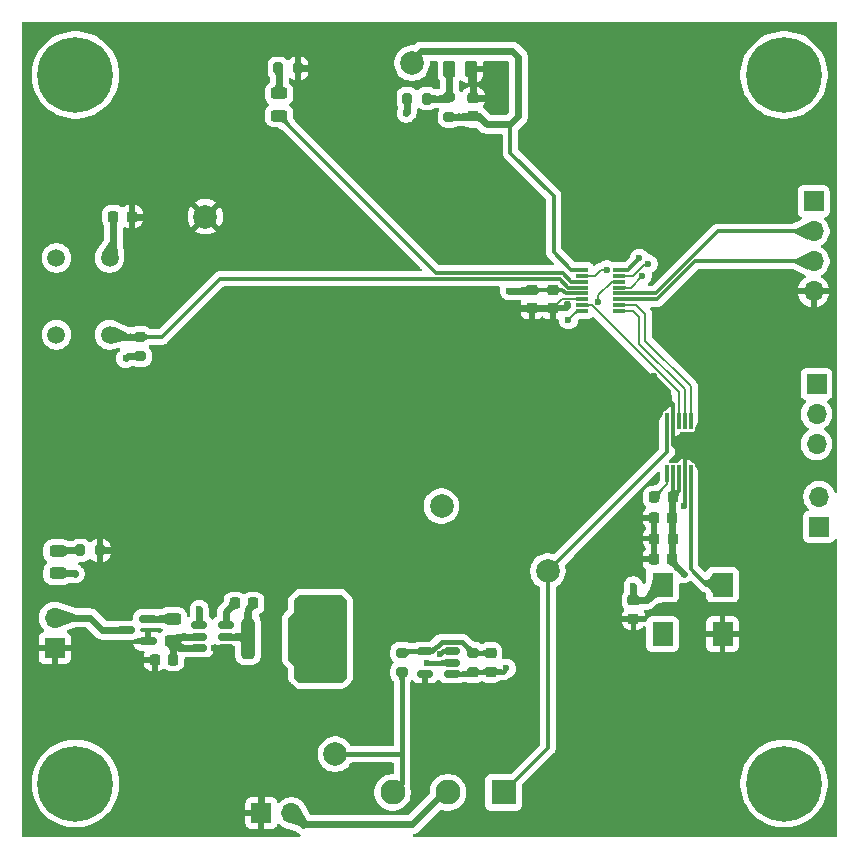
<source format=gbr>
%TF.GenerationSoftware,KiCad,Pcbnew,9.0.1*%
%TF.CreationDate,2025-04-02T11:20:44-04:00*%
%TF.ProjectId,Colossus_TI_rev_A,436f6c6f-7373-4757-935f-54495f726576,rev?*%
%TF.SameCoordinates,Original*%
%TF.FileFunction,Copper,L1,Top*%
%TF.FilePolarity,Positive*%
%FSLAX46Y46*%
G04 Gerber Fmt 4.6, Leading zero omitted, Abs format (unit mm)*
G04 Created by KiCad (PCBNEW 9.0.1) date 2025-04-02 11:20:44*
%MOMM*%
%LPD*%
G01*
G04 APERTURE LIST*
G04 Aperture macros list*
%AMRoundRect*
0 Rectangle with rounded corners*
0 $1 Rounding radius*
0 $2 $3 $4 $5 $6 $7 $8 $9 X,Y pos of 4 corners*
0 Add a 4 corners polygon primitive as box body*
4,1,4,$2,$3,$4,$5,$6,$7,$8,$9,$2,$3,0*
0 Add four circle primitives for the rounded corners*
1,1,$1+$1,$2,$3*
1,1,$1+$1,$4,$5*
1,1,$1+$1,$6,$7*
1,1,$1+$1,$8,$9*
0 Add four rect primitives between the rounded corners*
20,1,$1+$1,$2,$3,$4,$5,0*
20,1,$1+$1,$4,$5,$6,$7,0*
20,1,$1+$1,$6,$7,$8,$9,0*
20,1,$1+$1,$8,$9,$2,$3,0*%
G04 Aperture macros list end*
%TA.AperFunction,SMDPad,CuDef*%
%ADD10RoundRect,0.200000X-0.200000X-0.275000X0.200000X-0.275000X0.200000X0.275000X-0.200000X0.275000X0*%
%TD*%
%TA.AperFunction,SMDPad,CuDef*%
%ADD11R,0.300000X1.400000*%
%TD*%
%TA.AperFunction,SMDPad,CuDef*%
%ADD12RoundRect,0.150000X-0.512500X-0.150000X0.512500X-0.150000X0.512500X0.150000X-0.512500X0.150000X0*%
%TD*%
%TA.AperFunction,ComponentPad*%
%ADD13R,1.700000X1.700000*%
%TD*%
%TA.AperFunction,ComponentPad*%
%ADD14O,1.700000X1.700000*%
%TD*%
%TA.AperFunction,SMDPad,CuDef*%
%ADD15RoundRect,0.250000X0.262500X0.450000X-0.262500X0.450000X-0.262500X-0.450000X0.262500X-0.450000X0*%
%TD*%
%TA.AperFunction,SMDPad,CuDef*%
%ADD16RoundRect,0.150000X0.587500X0.150000X-0.587500X0.150000X-0.587500X-0.150000X0.587500X-0.150000X0*%
%TD*%
%TA.AperFunction,SMDPad,CuDef*%
%ADD17RoundRect,0.225000X-0.225000X-0.250000X0.225000X-0.250000X0.225000X0.250000X-0.225000X0.250000X0*%
%TD*%
%TA.AperFunction,SMDPad,CuDef*%
%ADD18RoundRect,0.250000X-0.312500X-1.450000X0.312500X-1.450000X0.312500X1.450000X-0.312500X1.450000X0*%
%TD*%
%TA.AperFunction,ComponentPad*%
%ADD19C,2.000000*%
%TD*%
%TA.AperFunction,SMDPad,CuDef*%
%ADD20RoundRect,0.200000X0.275000X-0.200000X0.275000X0.200000X-0.275000X0.200000X-0.275000X-0.200000X0*%
%TD*%
%TA.AperFunction,SMDPad,CuDef*%
%ADD21RoundRect,0.243750X-0.456250X0.243750X-0.456250X-0.243750X0.456250X-0.243750X0.456250X0.243750X0*%
%TD*%
%TA.AperFunction,ComponentPad*%
%ADD22R,2.108200X2.108200*%
%TD*%
%TA.AperFunction,ComponentPad*%
%ADD23C,2.108200*%
%TD*%
%TA.AperFunction,SMDPad,CuDef*%
%ADD24RoundRect,0.225000X0.225000X0.250000X-0.225000X0.250000X-0.225000X-0.250000X0.225000X-0.250000X0*%
%TD*%
%TA.AperFunction,SMDPad,CuDef*%
%ADD25RoundRect,0.225000X0.250000X-0.225000X0.250000X0.225000X-0.250000X0.225000X-0.250000X-0.225000X0*%
%TD*%
%TA.AperFunction,ComponentPad*%
%ADD26C,0.800000*%
%TD*%
%TA.AperFunction,ComponentPad*%
%ADD27C,6.400000*%
%TD*%
%TA.AperFunction,SMDPad,CuDef*%
%ADD28RoundRect,0.150000X0.512500X0.150000X-0.512500X0.150000X-0.512500X-0.150000X0.512500X-0.150000X0*%
%TD*%
%TA.AperFunction,SMDPad,CuDef*%
%ADD29R,1.800000X2.000000*%
%TD*%
%TA.AperFunction,SMDPad,CuDef*%
%ADD30RoundRect,0.225000X-0.250000X0.225000X-0.250000X-0.225000X0.250000X-0.225000X0.250000X0.225000X0*%
%TD*%
%TA.AperFunction,ComponentPad*%
%ADD31C,1.507998*%
%TD*%
%TA.AperFunction,SMDPad,CuDef*%
%ADD32RoundRect,0.200000X-0.275000X0.200000X-0.275000X-0.200000X0.275000X-0.200000X0.275000X0.200000X0*%
%TD*%
%TA.AperFunction,SMDPad,CuDef*%
%ADD33R,0.977900X0.304800*%
%TD*%
%TA.AperFunction,ViaPad*%
%ADD34C,0.600000*%
%TD*%
%TA.AperFunction,Conductor*%
%ADD35C,0.400000*%
%TD*%
%TA.AperFunction,Conductor*%
%ADD36C,0.600000*%
%TD*%
%TA.AperFunction,Conductor*%
%ADD37C,0.300000*%
%TD*%
%TA.AperFunction,Conductor*%
%ADD38C,0.200000*%
%TD*%
G04 APERTURE END LIST*
D10*
%TO.P,R6,1*%
%TO.N,Net-(D2-K)*%
X55425000Y-95250000D03*
%TO.P,R6,2*%
%TO.N,Vss*%
X57075000Y-95250000D03*
%TD*%
D11*
%TO.P,U2,1,COMP*%
%TO.N,Net-(U2-COMP)*%
X105100000Y-88740000D03*
%TO.P,U2,2,VDD*%
%TO.N,Vdd*%
X105600000Y-88740000D03*
%TO.P,U2,3,CAP/2.5V*%
X106100000Y-88740000D03*
%TO.P,U2,4,DGND*%
%TO.N,Vss*%
X106600000Y-88740000D03*
%TO.P,U2,5,MCLK*%
%TO.N,Net-(U2-MCLK)*%
X107100000Y-88740000D03*
%TO.P,U2,6,SDATA*%
%TO.N,SDATA*%
X107100000Y-84340000D03*
%TO.P,U2,7,SCLK*%
%TO.N,SCLK*%
X106600000Y-84340000D03*
%TO.P,U2,8,~{FSYNC}*%
%TO.N,FSYNC*%
X106100000Y-84340000D03*
%TO.P,U2,9,AGND*%
%TO.N,Vss*%
X105600000Y-84340000D03*
%TO.P,U2,10,VOUT*%
%TO.N,FMout*%
X105100000Y-84340000D03*
%TD*%
D12*
%TO.P,U4,1,FB*%
%TO.N,Vdd*%
X65500000Y-101599998D03*
%TO.P,U4,2,EN*%
%TO.N,Net-(U4-EN)*%
X65500000Y-102549998D03*
%TO.P,U4,3,IN*%
X65500000Y-103499998D03*
%TO.P,U4,4,GND*%
%TO.N,Vss*%
X67775000Y-103499998D03*
%TO.P,U4,5,SW*%
%TO.N,Net-(U4-SW)*%
X67775000Y-102549998D03*
%TO.P,U4,6,BST*%
%TO.N,Net-(U4-BST)*%
X67775000Y-101599998D03*
%TD*%
D13*
%TO.P,J1,1,Pin_1*%
%TO.N,Vdd*%
X117500000Y-65700000D03*
D14*
%TO.P,J1,2,Pin_2*%
%TO.N,SWCLK*%
X117500000Y-68240000D03*
%TO.P,J1,3,Pin_3*%
%TO.N,SWDIO*%
X117500000Y-70780000D03*
%TO.P,J1,4,Pin_4*%
%TO.N,Vss*%
X117500000Y-73320000D03*
%TD*%
D13*
%TO.P,J5,1,Pin_1*%
%TO.N,Vss*%
X53250000Y-103499998D03*
D14*
%TO.P,J5,2,Pin_2*%
%TO.N,Net-(J5-Pin_2)*%
X53250000Y-100959998D03*
%TD*%
D15*
%TO.P,TH1,1*%
%TO.N,Vss*%
X88500000Y-54500000D03*
%TO.P,TH1,2*%
%TO.N,Net-(R1-Pad2)*%
X86675000Y-54500000D03*
%TD*%
D16*
%TO.P,Q1,1,G*%
%TO.N,Vss*%
X61125000Y-102949998D03*
%TO.P,Q1,2,S*%
%TO.N,Net-(Q1-S)*%
X61125000Y-101049998D03*
%TO.P,Q1,3,D*%
%TO.N,Net-(J5-Pin_2)*%
X59250000Y-101999998D03*
%TD*%
D10*
%TO.P,R5,1*%
%TO.N,Net-(D1-K)*%
X72175000Y-54437500D03*
%TO.P,R5,2*%
%TO.N,Vss*%
X73825000Y-54437500D03*
%TD*%
D17*
%TO.P,C5,1*%
%TO.N,Vss*%
X103975000Y-96000000D03*
%TO.P,C5,2*%
%TO.N,Vdd*%
X105525000Y-96000000D03*
%TD*%
D18*
%TO.P,L1,1,1*%
%TO.N,Net-(U4-SW)*%
X69612500Y-102749998D03*
%TO.P,L1,2,2*%
%TO.N,Vdd*%
X73887500Y-102749998D03*
%TD*%
D19*
%TO.P,MFCin,1*%
%TO.N,Charge Amp In*%
X77000000Y-112500000D03*
%TD*%
D20*
%TO.P,R3,1*%
%TO.N,Charge Amp In*%
X82655000Y-105565000D03*
%TO.P,R3,2*%
%TO.N,Net-(U3--)*%
X82655000Y-103915000D03*
%TD*%
D17*
%TO.P,C4,1*%
%TO.N,Net-(U2-COMP)*%
X104025000Y-90760000D03*
%TO.P,C4,2*%
%TO.N,Vdd*%
X105575000Y-90760000D03*
%TD*%
D21*
%TO.P,F1,1*%
%TO.N,Net-(Q1-S)*%
X63250000Y-101062500D03*
%TO.P,F1,2*%
%TO.N,Net-(U4-EN)*%
X63250000Y-102937500D03*
%TD*%
D22*
%TO.P,SW1,1,A*%
%TO.N,FMout*%
X91250000Y-115750000D03*
D23*
%TO.P,SW1,2,B*%
%TO.N,MFC IN*%
X86551000Y-115750000D03*
%TO.P,SW1,3,C*%
%TO.N,Charge Amp In*%
X81852000Y-115750000D03*
%TD*%
D20*
%TO.P,R2,1*%
%TO.N,Temp Read*%
X86675000Y-58550000D03*
%TO.P,R2,2*%
%TO.N,Net-(R1-Pad2)*%
X86675000Y-56900000D03*
%TD*%
D24*
%TO.P,C11,1*%
%TO.N,Net-(U4-EN)*%
X63275000Y-104500000D03*
%TO.P,C11,2*%
%TO.N,Vss*%
X61725000Y-104500000D03*
%TD*%
D25*
%TO.P,C3,1*%
%TO.N,Vss*%
X102250000Y-101025000D03*
%TO.P,C3,2*%
%TO.N,Vdd*%
X102250000Y-99475000D03*
%TD*%
D24*
%TO.P,C10,1*%
%TO.N,Vss*%
X59775000Y-67000000D03*
%TO.P,C10,2*%
%TO.N,Net-(C10-Pad2)*%
X58225000Y-67000000D03*
%TD*%
D26*
%TO.P,H2,1*%
%TO.N,N/C*%
X112600000Y-55000000D03*
X113302944Y-53302944D03*
X113302944Y-56697056D03*
X115000000Y-52600000D03*
D27*
X115000000Y-55000000D03*
D26*
X115000000Y-57400000D03*
X116697056Y-53302944D03*
X116697056Y-56697056D03*
X117400000Y-55000000D03*
%TD*%
D28*
%TO.P,U3,1*%
%TO.N,Strain Read*%
X86887500Y-105700000D03*
%TO.P,U3,2,V+*%
%TO.N,Vdd*%
X86887500Y-104750000D03*
%TO.P,U3,3,+*%
%TO.N,Vss*%
X86887500Y-103800000D03*
%TO.P,U3,4,-*%
%TO.N,Net-(U3--)*%
X84612500Y-103800000D03*
%TO.P,U3,5,V-*%
%TO.N,Vss*%
X84612500Y-105700000D03*
%TD*%
D21*
%TO.P,D1,1,K*%
%TO.N,Net-(D1-K)*%
X72250000Y-56562500D03*
%TO.P,D1,2,A*%
%TO.N,Beep*%
X72250000Y-58437500D03*
%TD*%
D24*
%TO.P,C13,1*%
%TO.N,Vdd*%
X74025000Y-105749998D03*
%TO.P,C13,2*%
%TO.N,Vss*%
X72475000Y-105749998D03*
%TD*%
D29*
%TO.P,Y1,1,EN*%
%TO.N,unconnected-(Y1-EN-Pad1)*%
X104710000Y-102350000D03*
%TO.P,Y1,2,GND*%
%TO.N,Vss*%
X109790000Y-102350000D03*
%TO.P,Y1,3,Output*%
%TO.N,Net-(U2-MCLK)*%
X109790000Y-98150000D03*
%TO.P,Y1,4,+Vs*%
%TO.N,Vdd*%
X104710000Y-98150000D03*
%TD*%
D19*
%TO.P,Temp Read,1*%
%TO.N,Temp Read*%
X83500000Y-54000000D03*
%TD*%
D24*
%TO.P,C7,1*%
%TO.N,Vdd*%
X105550000Y-92500000D03*
%TO.P,C7,2*%
%TO.N,Vss*%
X104000000Y-92500000D03*
%TD*%
D20*
%TO.P,R7,1*%
%TO.N,Vdd*%
X60500000Y-78825000D03*
%TO.P,R7,2*%
%TO.N,NRST*%
X60500000Y-77175000D03*
%TD*%
D13*
%TO.P,J4,1,Pin_1*%
%TO.N,PA2*%
X117975000Y-93250000D03*
D14*
%TO.P,J4,2,Pin_2*%
%TO.N,PA23*%
X117975000Y-90710000D03*
%TD*%
D19*
%TO.P,Charge Amp Out,1*%
%TO.N,Strain Read*%
X86000000Y-91500000D03*
%TD*%
D30*
%TO.P,C8,1*%
%TO.N,Vss*%
X88675000Y-56950000D03*
%TO.P,C8,2*%
%TO.N,Temp Read*%
X88675000Y-58500000D03*
%TD*%
D31*
%TO.P,SW2,1,1*%
%TO.N,Net-(C10-Pad2)*%
X57895100Y-70499999D03*
%TO.P,SW2,2,2*%
%TO.N,NRST*%
X57895100Y-77000001D03*
%TO.P,SW2,3*%
%TO.N,N/C*%
X53395099Y-70499999D03*
%TO.P,SW2,4*%
X53395099Y-77000001D03*
%TD*%
D26*
%TO.P,H3,1*%
%TO.N,N/C*%
X52600000Y-115000000D03*
X53302944Y-113302944D03*
X53302944Y-116697056D03*
X55000000Y-112600000D03*
D27*
X55000000Y-115000000D03*
D26*
X55000000Y-117400000D03*
X56697056Y-113302944D03*
X56697056Y-116697056D03*
X57400000Y-115000000D03*
%TD*%
D13*
%TO.P,J2,1,Pin_1*%
%TO.N,Vss*%
X70750000Y-117500000D03*
D14*
%TO.P,J2,2,Pin_2*%
%TO.N,MFC IN*%
X73290000Y-117500000D03*
%TD*%
D26*
%TO.P,H4,1*%
%TO.N,N/C*%
X112600000Y-115000000D03*
X113302944Y-113302944D03*
X113302944Y-116697056D03*
X115000000Y-112600000D03*
D27*
X115000000Y-115000000D03*
D26*
X115000000Y-117400000D03*
X116697056Y-113302944D03*
X116697056Y-116697056D03*
X117400000Y-115000000D03*
%TD*%
D19*
%TO.P,FMout,1*%
%TO.N,FMout*%
X95000000Y-97000000D03*
%TD*%
D30*
%TO.P,C2,1*%
%TO.N,Vdd*%
X93663900Y-73200000D03*
%TO.P,C2,2*%
%TO.N,Vss*%
X93663900Y-74750000D03*
%TD*%
D26*
%TO.P,H1,1*%
%TO.N,N/C*%
X52600000Y-55000000D03*
X53302944Y-53302944D03*
X53302944Y-56697056D03*
X55000000Y-52600000D03*
D27*
X55000000Y-55000000D03*
D26*
X55000000Y-57400000D03*
X56697056Y-53302944D03*
X56697056Y-56697056D03*
X57400000Y-55000000D03*
%TD*%
D24*
%TO.P,C14,1*%
%TO.N,Vdd*%
X74025000Y-99749998D03*
%TO.P,C14,2*%
%TO.N,Vss*%
X72475000Y-99749998D03*
%TD*%
D10*
%TO.P,R1,1*%
%TO.N,Vdd*%
X83100000Y-57000000D03*
%TO.P,R1,2*%
%TO.N,Net-(R1-Pad2)*%
X84750000Y-57000000D03*
%TD*%
D19*
%TO.P,Example,1*%
%TO.N,Vss*%
X66000000Y-67000000D03*
%TD*%
D17*
%TO.P,C12,1*%
%TO.N,Net-(U4-BST)*%
X68500000Y-99749998D03*
%TO.P,C12,2*%
%TO.N,Net-(U4-SW)*%
X70050000Y-99749998D03*
%TD*%
D30*
%TO.P,C9,1*%
%TO.N,Net-(U3--)*%
X90155000Y-103965000D03*
%TO.P,C9,2*%
%TO.N,Strain Read*%
X90155000Y-105515000D03*
%TD*%
D32*
%TO.P,R4,1*%
%TO.N,Net-(U3--)*%
X88655000Y-103915000D03*
%TO.P,R4,2*%
%TO.N,Strain Read*%
X88655000Y-105565000D03*
%TD*%
D21*
%TO.P,D2,1,K*%
%TO.N,Net-(D2-K)*%
X53500000Y-95312500D03*
%TO.P,D2,2,A*%
%TO.N,Vdd*%
X53500000Y-97187500D03*
%TD*%
D13*
%TO.P,J3,1,Pin_1*%
%TO.N,A3*%
X117750000Y-81170000D03*
D14*
%TO.P,J3,2,Pin_2*%
%TO.N,A4*%
X117750000Y-83710000D03*
%TO.P,J3,3,Pin_3*%
%TO.N,A5*%
X117750000Y-86250000D03*
%TD*%
D30*
%TO.P,C1,1*%
%TO.N,Vdd*%
X95413900Y-73200000D03*
%TO.P,C1,2*%
%TO.N,Vss*%
X95413900Y-74750000D03*
%TD*%
D17*
%TO.P,C6,1*%
%TO.N,Vss*%
X104025000Y-94250000D03*
%TO.P,C6,2*%
%TO.N,Vdd*%
X105575000Y-94250000D03*
%TD*%
D33*
%TO.P,U1,1,PA26_/_A1*%
%TO.N,Temp Read*%
X97913900Y-71499622D03*
%TO.P,U1,2,PA28_/_A5*%
%TO.N,A5*%
X97913900Y-71999748D03*
%TO.P,U1,3,PA0*%
%TO.N,Beep*%
X97913900Y-72499874D03*
%TO.P,U1,4,PA1_/_NRST*%
%TO.N,NRST*%
X97913900Y-73000000D03*
%TO.P,U1,5,VDD*%
%TO.N,Vdd*%
X97913900Y-73500126D03*
%TO.P,U1,6,VSS*%
%TO.N,Vss*%
X97913900Y-74000252D03*
%TO.P,U1,7,PA2*%
%TO.N,FSYNC*%
X97913900Y-74500378D03*
%TO.P,U1,8,PA6*%
%TO.N,PA2*%
X97913900Y-75000504D03*
%TO.P,U1,9,PA17/A9*%
%TO.N,SCLK*%
X101000000Y-75000504D03*
%TO.P,U1,10,PA18/A7*%
%TO.N,SDATA*%
X101000000Y-74500378D03*
%TO.P,U1,11,PA19_/_SWDIO*%
%TO.N,SWDIO*%
X101000000Y-74000252D03*
%TO.P,U1,12,PA20_/_A6_/_SWCLK*%
%TO.N,SWCLK*%
X101000000Y-73500126D03*
%TO.P,U1,13,PA22_/_A4*%
%TO.N,A4*%
X101000000Y-73000000D03*
%TO.P,U1,14,PA23*%
%TO.N,PA23*%
X101000000Y-72499874D03*
%TO.P,U1,15,PA24_/_A3*%
%TO.N,A3*%
X101000000Y-71999748D03*
%TO.P,U1,16,PA25_/_A2*%
%TO.N,Strain Read*%
X101000000Y-71499622D03*
%TD*%
D34*
%TO.N,Vss*%
X91750000Y-74750000D03*
X102750000Y-92500000D03*
X102750000Y-94250000D03*
X90750000Y-56250000D03*
X61500000Y-67000000D03*
X85830845Y-104055867D03*
X70750000Y-114750000D03*
X102750000Y-96000000D03*
X76250000Y-53750000D03*
X66750000Y-103500000D03*
X84500000Y-106750000D03*
X59750000Y-95250000D03*
X104000000Y-80500000D03*
X106500000Y-91500000D03*
%TO.N,Vdd*%
X77500000Y-105750000D03*
X91750000Y-73250000D03*
X77500000Y-103750000D03*
X76500000Y-100750000D03*
X75500000Y-101750000D03*
X83000000Y-58250000D03*
X106500000Y-97250000D03*
X75500000Y-105750000D03*
X75500000Y-99750000D03*
X59250000Y-79000000D03*
X84750000Y-104750000D03*
X76500000Y-104750000D03*
X65500000Y-100250000D03*
X102250000Y-98250000D03*
X76500000Y-102750000D03*
X75500000Y-103750000D03*
X55000000Y-97250000D03*
X77500000Y-99750000D03*
X77500000Y-101750000D03*
%TO.N,Strain Read*%
X102750000Y-70500000D03*
X91500000Y-105250000D03*
%TO.N,A4*%
X103000000Y-72000000D03*
%TO.N,A5*%
X100000000Y-71500000D03*
%TO.N,A3*%
X103500000Y-71000000D03*
%TO.N,PA2*%
X96750000Y-75750000D03*
%TO.N,PA23*%
X99250000Y-74250000D03*
%TD*%
D35*
%TO.N,Vss*%
X86086712Y-103800000D02*
X85830845Y-104055867D01*
X86887500Y-103800000D02*
X86086712Y-103800000D01*
D36*
X93663900Y-74750000D02*
X91750000Y-74750000D01*
X73825000Y-54437500D02*
X75562500Y-54437500D01*
D35*
X84612500Y-105700000D02*
X84612500Y-106637500D01*
D37*
X105600000Y-82850000D02*
X105600000Y-84340000D01*
D38*
X97913900Y-74000252D02*
X96163648Y-74000252D01*
D37*
X106600000Y-88740000D02*
X106600000Y-91400000D01*
X106600000Y-87350000D02*
X106600000Y-88740000D01*
X105252354Y-82502354D02*
X105600000Y-82850000D01*
D36*
X59775000Y-67000000D02*
X61500000Y-67000000D01*
X67775000Y-103499998D02*
X66750002Y-103499998D01*
D37*
X104000000Y-80500000D02*
X105252354Y-81752354D01*
D36*
X70750000Y-117500000D02*
X70750000Y-114750000D01*
D37*
X105252354Y-81752354D02*
X105252354Y-82502354D01*
D36*
X66750002Y-103499998D02*
X66750000Y-103500000D01*
D37*
X105600000Y-86350000D02*
X106600000Y-87350000D01*
D35*
X84612500Y-106637500D02*
X84500000Y-106750000D01*
D38*
X96163648Y-74000252D02*
X95413900Y-74750000D01*
D36*
X88675000Y-56950000D02*
X88675000Y-54675000D01*
X88675000Y-56950000D02*
X90050000Y-56950000D01*
X93663900Y-74750000D02*
X95413900Y-74750000D01*
D37*
X105600000Y-84340000D02*
X105600000Y-86350000D01*
X106600000Y-91400000D02*
X106500000Y-91500000D01*
D36*
X75562500Y-54437500D02*
X76250000Y-53750000D01*
X57075000Y-95250000D02*
X59750000Y-95250000D01*
X88675000Y-54675000D02*
X88500000Y-54500000D01*
X90050000Y-56950000D02*
X90750000Y-56250000D01*
%TO.N,Vdd*%
X53500000Y-97187500D02*
X54937500Y-97187500D01*
X102250000Y-99475000D02*
X102250000Y-98250000D01*
X91750000Y-73250000D02*
X93613900Y-73250000D01*
X105525000Y-96000000D02*
X105525000Y-96275000D01*
D37*
X106100000Y-88740000D02*
X106100000Y-90235000D01*
D36*
X65500000Y-101599998D02*
X65500000Y-100250000D01*
X105525000Y-96275000D02*
X106500000Y-97250000D01*
D35*
X85250000Y-104750000D02*
X84750000Y-104750000D01*
D36*
X60500000Y-78825000D02*
X59425000Y-78825000D01*
X59425000Y-78825000D02*
X59250000Y-79000000D01*
X83100000Y-57000000D02*
X83100000Y-58150000D01*
D37*
X106100000Y-90235000D02*
X105575000Y-90760000D01*
X96200000Y-73200000D02*
X93663900Y-73200000D01*
X105600000Y-90735000D02*
X105575000Y-90760000D01*
D36*
X93613900Y-73250000D02*
X93663900Y-73200000D01*
X83100000Y-58150000D02*
X83000000Y-58250000D01*
X54937500Y-97187500D02*
X55000000Y-97250000D01*
X105525000Y-96000000D02*
X105525000Y-90810000D01*
D35*
X86887500Y-104750000D02*
X85250000Y-104750000D01*
D37*
X105600000Y-88740000D02*
X105600000Y-90735000D01*
D36*
X105525000Y-90810000D02*
X105575000Y-90760000D01*
D37*
X96500126Y-73500126D02*
X96200000Y-73200000D01*
X97913900Y-73500126D02*
X96500126Y-73500126D01*
D36*
X102250000Y-99475000D02*
X103385000Y-99475000D01*
X103385000Y-99475000D02*
X104710000Y-98150000D01*
D38*
%TO.N,Net-(U2-COMP)*%
X105100000Y-89650000D02*
X105100000Y-88740000D01*
X104025000Y-90725000D02*
X105100000Y-89650000D01*
X104025000Y-90760000D02*
X104025000Y-90725000D01*
D37*
%TO.N,Temp Read*%
X91825000Y-61575000D02*
X91825000Y-59175000D01*
D36*
X84250000Y-53000000D02*
X83500000Y-53750000D01*
D37*
X95500000Y-70000000D02*
X95500000Y-65250000D01*
X96999622Y-71499622D02*
X95500000Y-70000000D01*
D36*
X91825000Y-59175000D02*
X92500000Y-58500000D01*
X88675000Y-58500000D02*
X89150000Y-58500000D01*
X89700000Y-59050000D02*
X89825000Y-59175000D01*
X92500000Y-53500000D02*
X92000000Y-53000000D01*
X88625000Y-58550000D02*
X88675000Y-58500000D01*
X86675000Y-58550000D02*
X88625000Y-58550000D01*
X89150000Y-58500000D02*
X89700000Y-59050000D01*
D37*
X97913900Y-71499622D02*
X96999622Y-71499622D01*
D36*
X92500000Y-58500000D02*
X92500000Y-53500000D01*
X92000000Y-53000000D02*
X84250000Y-53000000D01*
D37*
X95500000Y-65250000D02*
X91825000Y-61575000D01*
D36*
X89825000Y-59175000D02*
X91825000Y-59175000D01*
D35*
%TO.N,Net-(U3--)*%
X88705000Y-103965000D02*
X88655000Y-103915000D01*
X82770000Y-103800000D02*
X82655000Y-103915000D01*
X90155000Y-103965000D02*
X88705000Y-103965000D01*
X84612500Y-103800000D02*
X82770000Y-103800000D01*
X86000000Y-103000000D02*
X87740000Y-103000000D01*
X85200000Y-103800000D02*
X86000000Y-103000000D01*
X87740000Y-103000000D02*
X88655000Y-103915000D01*
X84612500Y-103800000D02*
X85200000Y-103800000D01*
D37*
%TO.N,Strain Read*%
X101000000Y-71499622D02*
X101750378Y-71499622D01*
D35*
X86887500Y-105700000D02*
X88520000Y-105700000D01*
D37*
X101750378Y-71499622D02*
X102750000Y-70500000D01*
D35*
X90105000Y-105565000D02*
X90155000Y-105515000D01*
X91235000Y-105515000D02*
X91500000Y-105250000D01*
X88655000Y-105565000D02*
X90105000Y-105565000D01*
X90155000Y-105515000D02*
X91235000Y-105515000D01*
X88520000Y-105700000D02*
X88655000Y-105565000D01*
D36*
%TO.N,Net-(C10-Pad2)*%
X58225000Y-67000000D02*
X58225000Y-70170099D01*
X58225000Y-70170099D02*
X57895100Y-70499999D01*
%TO.N,Net-(U4-EN)*%
X63275000Y-102962500D02*
X63250000Y-102937500D01*
X63275000Y-104500000D02*
X63275000Y-102962500D01*
X63812498Y-103499998D02*
X63250000Y-102937500D01*
X65500000Y-103499998D02*
X63812498Y-103499998D01*
X63637502Y-102549998D02*
X63250000Y-102937500D01*
X65500000Y-102549998D02*
X63637502Y-102549998D01*
%TO.N,Net-(U4-SW)*%
X69612500Y-100187498D02*
X70050000Y-99749998D01*
X67775000Y-102549998D02*
X69412500Y-102549998D01*
X69612500Y-102749998D02*
X69612500Y-100187498D01*
X69412500Y-102549998D02*
X69612500Y-102749998D01*
%TO.N,Net-(U4-BST)*%
X67775000Y-100474998D02*
X68500000Y-99749998D01*
X67775000Y-101599998D02*
X67775000Y-100474998D01*
%TO.N,Net-(D1-K)*%
X72250000Y-56562500D02*
X72250000Y-54512500D01*
X72250000Y-54512500D02*
X72175000Y-54437500D01*
D37*
%TO.N,Beep*%
X72250000Y-58437500D02*
X85562500Y-71750000D01*
X96250000Y-71750000D02*
X96999874Y-72499874D01*
X96999874Y-72499874D02*
X97913900Y-72499874D01*
X85562500Y-71750000D02*
X96250000Y-71750000D01*
D36*
%TO.N,Net-(D2-K)*%
X53562500Y-95250000D02*
X53500000Y-95312500D01*
X55425000Y-95250000D02*
X53562500Y-95250000D01*
%TO.N,Net-(Q1-S)*%
X61125000Y-101049998D02*
X63237498Y-101049998D01*
X63237498Y-101049998D02*
X63250000Y-101062500D01*
D37*
%TO.N,SWDIO*%
X107470000Y-70780000D02*
X117500000Y-70780000D01*
X101000000Y-74000252D02*
X104249748Y-74000252D01*
X104249748Y-74000252D02*
X107470000Y-70780000D01*
%TO.N,SWCLK*%
X101000000Y-73500126D02*
X104144590Y-73500126D01*
X104144590Y-73500126D02*
X109404716Y-68240000D01*
X109404716Y-68240000D02*
X117500000Y-68240000D01*
D36*
%TO.N,MFC IN*%
X74250000Y-118500000D02*
X74250000Y-118460000D01*
X83540000Y-118460000D02*
X74250000Y-118460000D01*
X86250000Y-115750000D02*
X83540000Y-118460000D01*
X74250000Y-118460000D02*
X73290000Y-117500000D01*
X86551000Y-115750000D02*
X86250000Y-115750000D01*
D38*
%TO.N,A4*%
X102000000Y-73000000D02*
X101000000Y-73000000D01*
X103000000Y-72000000D02*
X102000000Y-73000000D01*
%TO.N,A5*%
X98999748Y-71999748D02*
X97913900Y-71999748D01*
X99499496Y-71500000D02*
X98999748Y-71999748D01*
X100000000Y-71500000D02*
X99499496Y-71500000D01*
%TO.N,A3*%
X103500000Y-71000000D02*
X103250000Y-71000000D01*
X102250252Y-71999748D02*
X101000000Y-71999748D01*
X103250000Y-71000000D02*
X102250252Y-71999748D01*
%TO.N,PA2*%
X97499496Y-75000504D02*
X96750000Y-75750000D01*
X97913900Y-75000504D02*
X97499496Y-75000504D01*
%TO.N,PA23*%
X99250000Y-73654650D02*
X99250000Y-74250000D01*
X100404776Y-72499874D02*
X99250000Y-73654650D01*
X101000000Y-72499874D02*
X100404776Y-72499874D01*
D36*
%TO.N,Net-(J5-Pin_2)*%
X59250000Y-101999998D02*
X57249998Y-101999998D01*
X56209998Y-100959998D02*
X53250000Y-100959998D01*
X57249998Y-101999998D02*
X56209998Y-100959998D01*
%TO.N,Net-(R1-Pad2)*%
X86675000Y-54500000D02*
X86675000Y-56900000D01*
X84750000Y-57000000D02*
X86575000Y-57000000D01*
X86575000Y-57000000D02*
X86675000Y-56900000D01*
D35*
%TO.N,Charge Amp In*%
X82655000Y-112500000D02*
X82655000Y-114947000D01*
X77000000Y-112500000D02*
X82655000Y-112500000D01*
X82655000Y-114947000D02*
X81852000Y-115750000D01*
X82655000Y-105565000D02*
X82655000Y-112500000D01*
D36*
%TO.N,NRST*%
X60500000Y-77175000D02*
X58070099Y-77175000D01*
D37*
X96750000Y-73000000D02*
X96000000Y-72250000D01*
X96000000Y-72250000D02*
X67250000Y-72250000D01*
X97913900Y-73000000D02*
X96750000Y-73000000D01*
X62325000Y-77175000D02*
X60500000Y-77175000D01*
X67250000Y-72250000D02*
X62325000Y-77175000D01*
D36*
X58070099Y-77175000D02*
X57895100Y-77000001D01*
D37*
%TO.N,FMout*%
X95000000Y-97000000D02*
X95000000Y-112000000D01*
X105100000Y-86900000D02*
X95000000Y-97000000D01*
X95000000Y-112000000D02*
X91250000Y-115750000D01*
X105100000Y-84340000D02*
X105100000Y-86900000D01*
D38*
%TO.N,SDATA*%
X102500378Y-74500378D02*
X103250000Y-75250000D01*
X103250000Y-77500000D02*
X107100000Y-81350000D01*
X103250000Y-75250000D02*
X103250000Y-77500000D01*
X101000000Y-74500378D02*
X102500378Y-74500378D01*
X107100000Y-81350000D02*
X107100000Y-84340000D01*
%TO.N,FSYNC*%
X106100000Y-81850000D02*
X106100000Y-84340000D01*
X97913900Y-74500378D02*
X98750378Y-74500378D01*
X98750378Y-74500378D02*
X106100000Y-81850000D01*
%TO.N,SCLK*%
X106600000Y-84340000D02*
X106600000Y-81600000D01*
X101750000Y-75000000D02*
X101749496Y-75000504D01*
X102750000Y-77750000D02*
X102750000Y-75500000D01*
X102250000Y-75000000D02*
X101750000Y-75000000D01*
X101749496Y-75000504D02*
X101000000Y-75000504D01*
X102750000Y-75500000D02*
X102250000Y-75000000D01*
X106600000Y-81600000D02*
X102750000Y-77750000D01*
D37*
%TO.N,Net-(U2-MCLK)*%
X108400000Y-98150000D02*
X109790000Y-98150000D01*
X107100000Y-88740000D02*
X107100000Y-96850000D01*
X107100000Y-96850000D02*
X108400000Y-98150000D01*
%TD*%
%TA.AperFunction,Conductor*%
%TO.N,Vdd*%
G36*
X77515677Y-99019685D02*
G01*
X77536319Y-99036319D01*
X77963681Y-99463681D01*
X77997166Y-99525004D01*
X78000000Y-99551362D01*
X78000000Y-105948638D01*
X77980315Y-106015677D01*
X77963681Y-106036319D01*
X77536319Y-106463681D01*
X77474996Y-106497166D01*
X77448638Y-106500000D01*
X74051362Y-106500000D01*
X73984323Y-106480315D01*
X73963681Y-106463681D01*
X73536319Y-106036319D01*
X73502834Y-105974996D01*
X73500000Y-105948638D01*
X73500000Y-105000000D01*
X73036319Y-104536319D01*
X73002834Y-104474996D01*
X73000000Y-104448638D01*
X73000000Y-101051362D01*
X73019685Y-100984323D01*
X73036319Y-100963681D01*
X73500000Y-100500000D01*
X73500000Y-99551362D01*
X73519685Y-99484323D01*
X73536319Y-99463681D01*
X73963681Y-99036319D01*
X74025004Y-99002834D01*
X74051362Y-99000000D01*
X77448638Y-99000000D01*
X77515677Y-99019685D01*
G37*
%TD.AperFunction*%
%TD*%
%TA.AperFunction,Conductor*%
%TO.N,Vss*%
G36*
X91642539Y-53820185D02*
G01*
X91688294Y-53872989D01*
X91699500Y-53924500D01*
X91699500Y-58117060D01*
X91690855Y-58146500D01*
X91684332Y-58176487D01*
X91680577Y-58181502D01*
X91679815Y-58184099D01*
X91663181Y-58204741D01*
X91529741Y-58338181D01*
X91468418Y-58371666D01*
X91442060Y-58374500D01*
X90207940Y-58374500D01*
X90140901Y-58354815D01*
X90120259Y-58338181D01*
X89660292Y-57878213D01*
X89660288Y-57878210D01*
X89535075Y-57794545D01*
X89490270Y-57740933D01*
X89481563Y-57671608D01*
X89498428Y-57626345D01*
X89586544Y-57483488D01*
X89586547Y-57483481D01*
X89639855Y-57322606D01*
X89649999Y-57223322D01*
X89650000Y-57223309D01*
X89650000Y-57200000D01*
X88799000Y-57200000D01*
X88731961Y-57180315D01*
X88686206Y-57127511D01*
X88675000Y-57076000D01*
X88675000Y-56950000D01*
X88549000Y-56950000D01*
X88481961Y-56930315D01*
X88436206Y-56877511D01*
X88425000Y-56826000D01*
X88425000Y-56700000D01*
X88925000Y-56700000D01*
X89649999Y-56700000D01*
X89649999Y-56676692D01*
X89649998Y-56676677D01*
X89639855Y-56577392D01*
X89586547Y-56416518D01*
X89586542Y-56416507D01*
X89497575Y-56272271D01*
X89497572Y-56272267D01*
X89377732Y-56152427D01*
X89377728Y-56152424D01*
X89233492Y-56063457D01*
X89233481Y-56063452D01*
X89072606Y-56010144D01*
X88973322Y-56000000D01*
X88925000Y-56000000D01*
X88925000Y-56700000D01*
X88425000Y-56700000D01*
X88425000Y-56000000D01*
X88424999Y-55999999D01*
X88376693Y-56000000D01*
X88376675Y-56000001D01*
X88277392Y-56010144D01*
X88116518Y-56063452D01*
X88116507Y-56063457D01*
X87972271Y-56152424D01*
X87972267Y-56152427D01*
X87852426Y-56272268D01*
X87786082Y-56379828D01*
X87784383Y-56381355D01*
X87783702Y-56383538D01*
X87758530Y-56404608D01*
X87734134Y-56426552D01*
X87731878Y-56426918D01*
X87730126Y-56428386D01*
X87697561Y-56432502D01*
X87665171Y-56437773D01*
X87663075Y-56436862D01*
X87660808Y-56437149D01*
X87631192Y-56423008D01*
X87601089Y-56409929D01*
X87599173Y-56407721D01*
X87597756Y-56407045D01*
X87580346Y-56386026D01*
X87575101Y-56379982D01*
X87574764Y-56379438D01*
X87505472Y-56264815D01*
X87501168Y-56260511D01*
X87494057Y-56249020D01*
X87486531Y-56221673D01*
X87476039Y-56195322D01*
X87475500Y-56183768D01*
X87475500Y-56180784D01*
X87476161Y-56168001D01*
X87476242Y-56167223D01*
X87476470Y-56165019D01*
X87478496Y-56138859D01*
X87478558Y-56137653D01*
X87476327Y-56057654D01*
X87476326Y-56057651D01*
X87476203Y-56053228D01*
X87475500Y-56043111D01*
X87475500Y-55733634D01*
X87475538Y-55730570D01*
X87475681Y-55724781D01*
X87480046Y-55687944D01*
X87478375Y-55620777D01*
X87477381Y-55551670D01*
X87496100Y-55484357D01*
X87548241Y-55437848D01*
X87617249Y-55426912D01*
X87681216Y-55455021D01*
X87689049Y-55462210D01*
X87769154Y-55542315D01*
X87918375Y-55634356D01*
X87918380Y-55634358D01*
X88084802Y-55689505D01*
X88084809Y-55689506D01*
X88187519Y-55699999D01*
X88750000Y-55699999D01*
X88812472Y-55699999D01*
X88812486Y-55699998D01*
X88915197Y-55689505D01*
X89081619Y-55634358D01*
X89081624Y-55634356D01*
X89230845Y-55542315D01*
X89354815Y-55418345D01*
X89446856Y-55269124D01*
X89446858Y-55269119D01*
X89502005Y-55102697D01*
X89502006Y-55102690D01*
X89512499Y-54999986D01*
X89512500Y-54999973D01*
X89512500Y-54750000D01*
X88750000Y-54750000D01*
X88750000Y-55699999D01*
X88187519Y-55699999D01*
X88249999Y-55699998D01*
X88250000Y-55699998D01*
X88250000Y-54624000D01*
X88269685Y-54556961D01*
X88322489Y-54511206D01*
X88374000Y-54500000D01*
X88500000Y-54500000D01*
X88500000Y-54374000D01*
X88519685Y-54306961D01*
X88572489Y-54261206D01*
X88624000Y-54250000D01*
X89512499Y-54250000D01*
X89512499Y-54000028D01*
X89512498Y-54000010D01*
X89506072Y-53937101D01*
X89518842Y-53868408D01*
X89566723Y-53817524D01*
X89629430Y-53800500D01*
X91575500Y-53800500D01*
X91642539Y-53820185D01*
G37*
%TD.AperFunction*%
%TA.AperFunction,Conductor*%
G36*
X119442539Y-50520185D02*
G01*
X119488294Y-50572989D01*
X119499500Y-50624500D01*
X119499500Y-90248715D01*
X119479815Y-90315754D01*
X119427011Y-90361509D01*
X119357853Y-90371453D01*
X119294297Y-90342428D01*
X119257569Y-90287033D01*
X119226557Y-90191588D01*
X119130051Y-90002184D01*
X119130049Y-90002181D01*
X119130048Y-90002179D01*
X119005109Y-89830213D01*
X118854786Y-89679890D01*
X118682820Y-89554951D01*
X118493414Y-89458444D01*
X118493413Y-89458443D01*
X118493412Y-89458443D01*
X118291243Y-89392754D01*
X118291241Y-89392753D01*
X118291240Y-89392753D01*
X118129957Y-89367208D01*
X118081287Y-89359500D01*
X117868713Y-89359500D01*
X117820042Y-89367208D01*
X117658760Y-89392753D01*
X117456585Y-89458444D01*
X117267179Y-89554951D01*
X117095213Y-89679890D01*
X116944890Y-89830213D01*
X116819951Y-90002179D01*
X116723444Y-90191585D01*
X116657753Y-90393760D01*
X116624500Y-90603713D01*
X116624500Y-90816287D01*
X116657754Y-91026243D01*
X116700470Y-91157710D01*
X116723444Y-91228414D01*
X116819951Y-91417820D01*
X116944890Y-91589786D01*
X117058430Y-91703326D01*
X117091915Y-91764649D01*
X117086931Y-91834341D01*
X117045059Y-91890274D01*
X117014083Y-91907189D01*
X116882669Y-91956203D01*
X116882664Y-91956206D01*
X116767455Y-92042452D01*
X116767452Y-92042455D01*
X116681206Y-92157664D01*
X116681202Y-92157671D01*
X116630908Y-92292517D01*
X116624501Y-92352116D01*
X116624500Y-92352135D01*
X116624500Y-94147870D01*
X116624501Y-94147876D01*
X116630908Y-94207483D01*
X116681202Y-94342328D01*
X116681206Y-94342335D01*
X116767452Y-94457544D01*
X116767455Y-94457547D01*
X116882664Y-94543793D01*
X116882671Y-94543797D01*
X117017517Y-94594091D01*
X117017516Y-94594091D01*
X117024444Y-94594835D01*
X117077127Y-94600500D01*
X118872872Y-94600499D01*
X118932483Y-94594091D01*
X119067331Y-94543796D01*
X119182546Y-94457546D01*
X119233383Y-94389637D01*
X119274112Y-94335231D01*
X119276145Y-94336753D01*
X119316063Y-94296828D01*
X119384335Y-94281970D01*
X119449801Y-94306381D01*
X119491678Y-94362311D01*
X119499500Y-94405655D01*
X119499500Y-119375500D01*
X119479815Y-119442539D01*
X119427011Y-119488294D01*
X119375500Y-119499500D01*
X83676302Y-119499500D01*
X83609263Y-119479815D01*
X83563508Y-119427011D01*
X83553564Y-119357853D01*
X83582589Y-119294297D01*
X83641367Y-119256523D01*
X83652111Y-119253883D01*
X83716143Y-119241145D01*
X83773497Y-119229737D01*
X83919179Y-119169394D01*
X84050289Y-119081789D01*
X85890799Y-117241277D01*
X85952120Y-117207794D01*
X86016794Y-117211028D01*
X86127153Y-117246886D01*
X86186963Y-117266320D01*
X86307807Y-117285460D01*
X86428650Y-117304600D01*
X86428651Y-117304600D01*
X86673349Y-117304600D01*
X86673350Y-117304600D01*
X86915036Y-117266320D01*
X86915039Y-117266319D01*
X86915040Y-117266319D01*
X87147756Y-117190705D01*
X87147756Y-117190704D01*
X87147759Y-117190704D01*
X87365788Y-117079613D01*
X87563754Y-116935782D01*
X87736782Y-116762754D01*
X87880613Y-116564788D01*
X87991704Y-116346759D01*
X88009233Y-116292809D01*
X88067319Y-116114040D01*
X88067319Y-116114039D01*
X88067320Y-116114036D01*
X88105600Y-115872350D01*
X88105600Y-115627650D01*
X88067320Y-115385964D01*
X88067319Y-115385960D01*
X88067319Y-115385959D01*
X87991705Y-115153243D01*
X87991703Y-115153240D01*
X87990727Y-115151323D01*
X87880613Y-114935212D01*
X87736782Y-114737246D01*
X87563754Y-114564218D01*
X87365788Y-114420387D01*
X87147759Y-114309296D01*
X87147756Y-114309294D01*
X86915038Y-114233680D01*
X86713814Y-114201809D01*
X86673350Y-114195400D01*
X86428650Y-114195400D01*
X86388186Y-114201809D01*
X86186962Y-114233680D01*
X86186959Y-114233680D01*
X85954243Y-114309294D01*
X85954240Y-114309296D01*
X85736211Y-114420387D01*
X85690538Y-114453571D01*
X85538246Y-114564218D01*
X85538244Y-114564220D01*
X85538243Y-114564220D01*
X85365220Y-114737243D01*
X85365220Y-114737244D01*
X85365218Y-114737246D01*
X85306397Y-114818206D01*
X85221387Y-114935211D01*
X85110296Y-115153240D01*
X85110294Y-115153243D01*
X85034680Y-115385959D01*
X85034680Y-115385962D01*
X84996400Y-115627650D01*
X84996400Y-115820160D01*
X84976715Y-115887199D01*
X84960081Y-115907841D01*
X83244741Y-117623181D01*
X83183418Y-117656666D01*
X83157060Y-117659500D01*
X74963620Y-117659500D01*
X74896581Y-117639815D01*
X74853229Y-117591978D01*
X74800086Y-117488106D01*
X74546436Y-116992330D01*
X74542273Y-116983318D01*
X74541560Y-116981597D01*
X74541557Y-116981588D01*
X74445051Y-116792184D01*
X74445049Y-116792181D01*
X74445048Y-116792179D01*
X74440272Y-116785606D01*
X74438205Y-116782761D01*
X74437966Y-116782354D01*
X74390149Y-116714400D01*
X74385499Y-116710217D01*
X74350027Y-116661394D01*
X74320107Y-116620211D01*
X74169786Y-116469890D01*
X73997820Y-116344951D01*
X73808414Y-116248444D01*
X73808413Y-116248443D01*
X73808412Y-116248443D01*
X73606243Y-116182754D01*
X73606241Y-116182753D01*
X73606240Y-116182753D01*
X73444957Y-116157208D01*
X73396287Y-116149500D01*
X73183713Y-116149500D01*
X73135042Y-116157208D01*
X72973760Y-116182753D01*
X72771585Y-116248444D01*
X72582179Y-116344951D01*
X72410215Y-116469889D01*
X72296285Y-116583819D01*
X72234962Y-116617303D01*
X72165270Y-116612319D01*
X72109337Y-116570447D01*
X72092422Y-116539470D01*
X72043354Y-116407913D01*
X72043350Y-116407906D01*
X71957190Y-116292812D01*
X71957187Y-116292809D01*
X71842093Y-116206649D01*
X71842086Y-116206645D01*
X71707379Y-116156403D01*
X71707372Y-116156401D01*
X71647844Y-116150000D01*
X71000000Y-116150000D01*
X71000000Y-117066988D01*
X70942993Y-117034075D01*
X70815826Y-117000000D01*
X70684174Y-117000000D01*
X70557007Y-117034075D01*
X70500000Y-117066988D01*
X70500000Y-116150000D01*
X69852155Y-116150000D01*
X69792627Y-116156401D01*
X69792620Y-116156403D01*
X69657913Y-116206645D01*
X69657906Y-116206649D01*
X69542812Y-116292809D01*
X69542809Y-116292812D01*
X69456649Y-116407906D01*
X69456645Y-116407913D01*
X69406403Y-116542620D01*
X69406401Y-116542627D01*
X69400000Y-116602155D01*
X69400000Y-117250000D01*
X70316988Y-117250000D01*
X70284075Y-117307007D01*
X70250000Y-117434174D01*
X70250000Y-117565826D01*
X70284075Y-117692993D01*
X70316988Y-117750000D01*
X69400000Y-117750000D01*
X69400000Y-118397844D01*
X69406401Y-118457372D01*
X69406403Y-118457379D01*
X69456645Y-118592086D01*
X69456649Y-118592093D01*
X69542809Y-118707187D01*
X69542812Y-118707190D01*
X69657906Y-118793350D01*
X69657913Y-118793354D01*
X69792620Y-118843596D01*
X69792627Y-118843598D01*
X69852155Y-118849999D01*
X69852172Y-118850000D01*
X70500000Y-118850000D01*
X70500000Y-117933012D01*
X70557007Y-117965925D01*
X70684174Y-118000000D01*
X70815826Y-118000000D01*
X70942993Y-117965925D01*
X71000000Y-117933012D01*
X71000000Y-118850000D01*
X71647828Y-118850000D01*
X71647844Y-118849999D01*
X71707372Y-118843598D01*
X71707379Y-118843596D01*
X71842086Y-118793354D01*
X71842093Y-118793350D01*
X71957187Y-118707190D01*
X71957190Y-118707187D01*
X72043350Y-118592093D01*
X72043354Y-118592086D01*
X72092422Y-118460529D01*
X72134293Y-118404595D01*
X72199757Y-118380178D01*
X72268030Y-118395030D01*
X72296285Y-118416181D01*
X72410213Y-118530109D01*
X72582179Y-118655048D01*
X72582181Y-118655049D01*
X72582184Y-118655051D01*
X72771588Y-118751557D01*
X72973757Y-118817246D01*
X72973770Y-118817248D01*
X72978496Y-118818383D01*
X72978493Y-118818391D01*
X72988102Y-118820553D01*
X72991997Y-118821696D01*
X72992002Y-118821699D01*
X73595344Y-118998868D01*
X73648082Y-119030160D01*
X73699708Y-119081786D01*
X73739712Y-119121790D01*
X73870814Y-119209390D01*
X73870827Y-119209397D01*
X73995262Y-119260939D01*
X74049666Y-119304779D01*
X74071731Y-119371074D01*
X74054452Y-119438773D01*
X74003315Y-119486384D01*
X73947810Y-119499500D01*
X50624500Y-119499500D01*
X50557461Y-119479815D01*
X50511706Y-119427011D01*
X50500500Y-119375500D01*
X50500500Y-114818209D01*
X51299500Y-114818209D01*
X51299500Y-115181790D01*
X51335137Y-115543630D01*
X51406064Y-115900212D01*
X51406067Y-115900223D01*
X51511614Y-116248165D01*
X51650754Y-116584078D01*
X51650756Y-116584083D01*
X51822140Y-116904720D01*
X51822151Y-116904738D01*
X52024140Y-117207035D01*
X52024150Y-117207049D01*
X52254807Y-117488106D01*
X52511893Y-117745192D01*
X52511898Y-117745196D01*
X52511899Y-117745197D01*
X52792956Y-117975854D01*
X53095268Y-118177853D01*
X53095277Y-118177858D01*
X53095279Y-118177859D01*
X53415916Y-118349243D01*
X53415918Y-118349243D01*
X53415924Y-118349247D01*
X53751836Y-118488386D01*
X54099767Y-118593930D01*
X54099773Y-118593931D01*
X54099776Y-118593932D01*
X54099787Y-118593935D01*
X54407030Y-118655048D01*
X54456369Y-118664862D01*
X54818206Y-118700500D01*
X54818209Y-118700500D01*
X55181791Y-118700500D01*
X55181794Y-118700500D01*
X55543631Y-118664862D01*
X55613045Y-118651054D01*
X55900212Y-118593935D01*
X55900223Y-118593932D01*
X55900223Y-118593931D01*
X55900233Y-118593930D01*
X56248164Y-118488386D01*
X56584076Y-118349247D01*
X56904732Y-118177853D01*
X57207044Y-117975854D01*
X57488101Y-117745197D01*
X57540305Y-117692993D01*
X57622342Y-117610957D01*
X57745192Y-117488106D01*
X57745197Y-117488101D01*
X57975854Y-117207044D01*
X58177853Y-116904732D01*
X58349247Y-116584076D01*
X58488386Y-116248164D01*
X58593930Y-115900233D01*
X58593932Y-115900223D01*
X58593935Y-115900212D01*
X58664862Y-115543630D01*
X58700500Y-115181794D01*
X58700500Y-114818206D01*
X58664862Y-114456369D01*
X58635608Y-114309296D01*
X58593935Y-114099787D01*
X58593932Y-114099776D01*
X58593931Y-114099773D01*
X58593930Y-114099767D01*
X58488386Y-113751836D01*
X58349247Y-113415924D01*
X58244622Y-113220185D01*
X58177859Y-113095279D01*
X58177858Y-113095277D01*
X58177853Y-113095268D01*
X57975854Y-112792956D01*
X57745197Y-112511899D01*
X57745196Y-112511898D01*
X57745192Y-112511893D01*
X57615201Y-112381902D01*
X75499500Y-112381902D01*
X75499500Y-112618097D01*
X75536446Y-112851368D01*
X75609433Y-113075996D01*
X75672872Y-113200500D01*
X75716657Y-113286433D01*
X75855483Y-113477510D01*
X76022490Y-113644517D01*
X76213567Y-113783343D01*
X76312991Y-113834002D01*
X76424003Y-113890566D01*
X76424005Y-113890566D01*
X76424008Y-113890568D01*
X76544412Y-113929689D01*
X76648631Y-113963553D01*
X76881903Y-114000500D01*
X76881908Y-114000500D01*
X77118097Y-114000500D01*
X77351368Y-113963553D01*
X77575992Y-113890568D01*
X77786433Y-113783343D01*
X77977510Y-113644517D01*
X78144517Y-113477510D01*
X78283343Y-113286433D01*
X78292632Y-113268203D01*
X78340608Y-113217408D01*
X78403116Y-113200500D01*
X81830500Y-113200500D01*
X81897539Y-113220185D01*
X81943294Y-113272989D01*
X81954500Y-113324500D01*
X81954500Y-114071400D01*
X81934815Y-114138439D01*
X81882011Y-114184194D01*
X81830500Y-114195400D01*
X81729650Y-114195400D01*
X81689186Y-114201809D01*
X81487962Y-114233680D01*
X81487959Y-114233680D01*
X81255243Y-114309294D01*
X81255240Y-114309296D01*
X81037211Y-114420387D01*
X80991538Y-114453571D01*
X80839246Y-114564218D01*
X80839244Y-114564220D01*
X80839243Y-114564220D01*
X80666220Y-114737243D01*
X80666220Y-114737244D01*
X80666218Y-114737246D01*
X80607397Y-114818206D01*
X80522387Y-114935211D01*
X80411296Y-115153240D01*
X80411294Y-115153243D01*
X80335680Y-115385959D01*
X80335680Y-115385962D01*
X80297400Y-115627650D01*
X80297400Y-115872349D01*
X80335680Y-116114037D01*
X80335680Y-116114040D01*
X80411294Y-116346756D01*
X80411296Y-116346759D01*
X80522387Y-116564788D01*
X80666218Y-116762754D01*
X80839246Y-116935782D01*
X81037212Y-117079613D01*
X81255241Y-117190704D01*
X81255243Y-117190705D01*
X81437736Y-117250000D01*
X81487964Y-117266320D01*
X81729650Y-117304600D01*
X81729651Y-117304600D01*
X81974349Y-117304600D01*
X81974350Y-117304600D01*
X82216036Y-117266320D01*
X82216039Y-117266319D01*
X82216040Y-117266319D01*
X82448756Y-117190705D01*
X82448756Y-117190704D01*
X82448759Y-117190704D01*
X82666788Y-117079613D01*
X82864754Y-116935782D01*
X83037782Y-116762754D01*
X83181613Y-116564788D01*
X83292704Y-116346759D01*
X83310233Y-116292809D01*
X83368319Y-116114040D01*
X83368319Y-116114039D01*
X83368320Y-116114036D01*
X83406600Y-115872350D01*
X83406600Y-115627650D01*
X83368320Y-115385964D01*
X83322261Y-115244212D01*
X83320267Y-115174373D01*
X83325630Y-115158449D01*
X83328580Y-115151328D01*
X83355500Y-115015993D01*
X83355500Y-112431007D01*
X83355500Y-106407472D01*
X83356962Y-106388488D01*
X83357110Y-106387527D01*
X83360625Y-106366958D01*
X83360692Y-106364409D01*
X83361720Y-106357776D01*
X83375160Y-106329175D01*
X83386979Y-106299866D01*
X83391120Y-106295211D01*
X83391436Y-106294540D01*
X83392074Y-106294139D01*
X83396568Y-106289088D01*
X83420529Y-106265127D01*
X83481850Y-106231644D01*
X83551542Y-106236628D01*
X83595889Y-106265129D01*
X83698438Y-106367678D01*
X83698447Y-106367685D01*
X83839803Y-106451282D01*
X83839806Y-106451283D01*
X83997504Y-106497099D01*
X83997510Y-106497100D01*
X84034350Y-106499999D01*
X84034366Y-106500000D01*
X84362500Y-106500000D01*
X84362500Y-105824000D01*
X84382185Y-105756961D01*
X84434989Y-105711206D01*
X84486500Y-105700000D01*
X84738500Y-105700000D01*
X84805539Y-105719685D01*
X84851294Y-105772489D01*
X84862500Y-105824000D01*
X84862500Y-106500000D01*
X85190634Y-106500000D01*
X85190649Y-106499999D01*
X85227489Y-106497100D01*
X85227495Y-106497099D01*
X85385193Y-106451283D01*
X85385196Y-106451282D01*
X85526552Y-106367685D01*
X85526561Y-106367678D01*
X85642678Y-106251561D01*
X85642680Y-106251558D01*
X85642972Y-106251066D01*
X85643301Y-106250758D01*
X85647463Y-106245393D01*
X85648328Y-106246064D01*
X85694038Y-106203379D01*
X85762778Y-106190870D01*
X85827370Y-106217510D01*
X85851936Y-106245858D01*
X85852139Y-106245702D01*
X85855022Y-106249420D01*
X85856438Y-106251053D01*
X85856914Y-106251859D01*
X85856923Y-106251870D01*
X85973129Y-106368076D01*
X85973133Y-106368079D01*
X85973135Y-106368081D01*
X86114602Y-106451744D01*
X86139873Y-106459086D01*
X86272426Y-106497597D01*
X86272429Y-106497597D01*
X86272431Y-106497598D01*
X86309306Y-106500500D01*
X86309314Y-106500500D01*
X87465686Y-106500500D01*
X87465694Y-106500500D01*
X87502569Y-106497598D01*
X87502571Y-106497597D01*
X87502573Y-106497597D01*
X87544191Y-106485505D01*
X87660398Y-106451744D01*
X87714839Y-106419547D01*
X87730148Y-106415248D01*
X87741433Y-106407781D01*
X87768115Y-106404587D01*
X87776298Y-106402290D01*
X87780885Y-106402228D01*
X87806900Y-106403811D01*
X87821934Y-106404502D01*
X87822644Y-106404524D01*
X87892346Y-106401868D01*
X87897030Y-106400672D01*
X87909063Y-106400511D01*
X87909372Y-106400597D01*
X87910724Y-106400500D01*
X88046050Y-106400500D01*
X88082577Y-106408348D01*
X88083233Y-106406246D01*
X88090391Y-106408476D01*
X88090394Y-106408478D01*
X88252804Y-106459086D01*
X88323384Y-106465500D01*
X88323387Y-106465500D01*
X88986613Y-106465500D01*
X88986616Y-106465500D01*
X89057196Y-106459086D01*
X89219606Y-106408478D01*
X89350353Y-106329438D01*
X89417904Y-106311603D01*
X89479597Y-106330018D01*
X89596294Y-106401998D01*
X89596297Y-106401999D01*
X89596303Y-106402003D01*
X89757292Y-106455349D01*
X89856655Y-106465500D01*
X90453344Y-106465499D01*
X90453352Y-106465498D01*
X90453355Y-106465498D01*
X90516124Y-106459086D01*
X90552708Y-106455349D01*
X90713697Y-106402003D01*
X90858044Y-106312968D01*
X90893457Y-106277555D01*
X90909374Y-106261638D01*
X90933012Y-106248730D01*
X90954710Y-106232773D01*
X90966631Y-106230372D01*
X90970697Y-106228152D01*
X90989260Y-106225563D01*
X90990063Y-106225512D01*
X91093612Y-106220439D01*
X91135217Y-106216672D01*
X91136605Y-106216281D01*
X91145115Y-106215745D01*
X91146586Y-106216078D01*
X91152911Y-106215500D01*
X91303996Y-106215500D01*
X91395040Y-106197389D01*
X91439328Y-106188580D01*
X91503069Y-106162177D01*
X91566807Y-106135777D01*
X91566808Y-106135776D01*
X91566811Y-106135775D01*
X91681543Y-106059114D01*
X91694581Y-106046074D01*
X91734812Y-106019192D01*
X91804838Y-105990186D01*
X91879173Y-105959397D01*
X91879176Y-105959395D01*
X91879179Y-105959394D01*
X92010289Y-105871789D01*
X92121789Y-105760289D01*
X92209394Y-105629179D01*
X92269737Y-105483497D01*
X92300500Y-105328842D01*
X92300500Y-105171158D01*
X92300500Y-105171155D01*
X92300499Y-105171153D01*
X92281451Y-105075393D01*
X92269737Y-105016503D01*
X92242396Y-104950496D01*
X92209397Y-104870827D01*
X92209390Y-104870814D01*
X92121789Y-104739711D01*
X92121786Y-104739707D01*
X92010292Y-104628213D01*
X92010288Y-104628210D01*
X91879185Y-104540609D01*
X91879172Y-104540602D01*
X91733501Y-104480264D01*
X91733489Y-104480261D01*
X91578845Y-104449500D01*
X91578842Y-104449500D01*
X91421158Y-104449500D01*
X91421153Y-104449500D01*
X91266883Y-104480186D01*
X91197291Y-104473959D01*
X91142114Y-104431095D01*
X91118870Y-104365206D01*
X91120504Y-104344528D01*
X91119661Y-104344442D01*
X91121904Y-104322489D01*
X91130500Y-104238345D01*
X91130499Y-103691656D01*
X91127100Y-103658386D01*
X91120349Y-103592292D01*
X91120348Y-103592289D01*
X91075678Y-103457483D01*
X91067003Y-103431303D01*
X91066999Y-103431297D01*
X91066998Y-103431294D01*
X90977970Y-103286959D01*
X90977967Y-103286955D01*
X90858044Y-103167032D01*
X90858040Y-103167029D01*
X90713705Y-103078001D01*
X90713699Y-103077998D01*
X90713697Y-103077997D01*
X90623938Y-103048254D01*
X90552709Y-103024651D01*
X90453346Y-103014500D01*
X89856662Y-103014500D01*
X89856644Y-103014501D01*
X89757292Y-103024650D01*
X89757289Y-103024651D01*
X89596305Y-103077996D01*
X89596300Y-103077998D01*
X89479597Y-103149982D01*
X89412204Y-103168422D01*
X89350350Y-103150560D01*
X89253839Y-103092217D01*
X89219606Y-103071522D01*
X89057196Y-103020914D01*
X89057194Y-103020913D01*
X89057192Y-103020913D01*
X89007778Y-103016423D01*
X88986616Y-103014500D01*
X88986613Y-103014500D01*
X88885930Y-103014500D01*
X88869531Y-103013411D01*
X88862930Y-103012530D01*
X88854044Y-103010356D01*
X88826522Y-103007672D01*
X88824321Y-103007379D01*
X88821978Y-103006337D01*
X88797553Y-103000712D01*
X88797371Y-103000644D01*
X88797173Y-103000570D01*
X88774742Y-102989554D01*
X88713191Y-102951181D01*
X88698632Y-102940561D01*
X88651191Y-102900364D01*
X88579851Y-102839919D01*
X88573282Y-102833936D01*
X88503943Y-102766081D01*
X88465449Y-102732061D01*
X88463503Y-102730651D01*
X88448578Y-102717920D01*
X88186545Y-102455887D01*
X88071807Y-102379222D01*
X87944332Y-102326421D01*
X87944322Y-102326418D01*
X87808996Y-102299500D01*
X87808994Y-102299500D01*
X87808993Y-102299500D01*
X86068994Y-102299500D01*
X85931006Y-102299500D01*
X85931004Y-102299500D01*
X85795677Y-102326418D01*
X85795667Y-102326421D01*
X85668192Y-102379222D01*
X85553454Y-102455887D01*
X85553453Y-102455888D01*
X85046161Y-102963181D01*
X84984838Y-102996666D01*
X84958480Y-102999500D01*
X84607763Y-102999500D01*
X84606441Y-102999306D01*
X84601844Y-102999092D01*
X84591987Y-102998729D01*
X84585359Y-102999500D01*
X84034298Y-102999500D01*
X83997432Y-103002401D01*
X83997426Y-103002402D01*
X83839606Y-103048254D01*
X83839603Y-103048255D01*
X83785163Y-103080451D01*
X83769851Y-103084750D01*
X83758569Y-103092217D01*
X83731886Y-103095410D01*
X83723705Y-103097708D01*
X83719110Y-103097769D01*
X83693106Y-103096188D01*
X83678045Y-103095497D01*
X83677334Y-103095475D01*
X83607654Y-103098131D01*
X83602966Y-103099327D01*
X83590932Y-103099489D01*
X83590621Y-103099402D01*
X83589269Y-103099500D01*
X83542077Y-103099500D01*
X83529773Y-103098888D01*
X83517940Y-103097708D01*
X83495860Y-103095506D01*
X83495858Y-103095506D01*
X83406584Y-103099383D01*
X83401204Y-103099500D01*
X83300455Y-103099500D01*
X83236307Y-103081618D01*
X83219606Y-103071522D01*
X83057196Y-103020914D01*
X83057194Y-103020913D01*
X83057192Y-103020913D01*
X83007778Y-103016423D01*
X82986616Y-103014500D01*
X82323384Y-103014500D01*
X82304145Y-103016248D01*
X82252807Y-103020913D01*
X82090393Y-103071522D01*
X81944811Y-103159530D01*
X81824530Y-103279811D01*
X81736522Y-103425393D01*
X81685913Y-103587807D01*
X81679500Y-103658386D01*
X81679500Y-104171613D01*
X81685913Y-104242192D01*
X81685913Y-104242194D01*
X81685914Y-104242196D01*
X81736522Y-104404606D01*
X81811734Y-104529022D01*
X81824530Y-104550188D01*
X81926661Y-104652319D01*
X81960146Y-104713642D01*
X81955162Y-104783334D01*
X81926661Y-104827681D01*
X81824531Y-104929810D01*
X81824530Y-104929811D01*
X81736522Y-105075393D01*
X81685913Y-105237807D01*
X81679500Y-105308386D01*
X81679500Y-105821613D01*
X81685913Y-105892192D01*
X81685913Y-105892194D01*
X81685914Y-105892196D01*
X81736522Y-106054606D01*
X81817512Y-106188580D01*
X81824530Y-106200188D01*
X81913355Y-106289013D01*
X81925688Y-106311599D01*
X81941350Y-106332028D01*
X81944520Y-106346088D01*
X81946840Y-106350336D01*
X81949248Y-106366427D01*
X81949377Y-106367982D01*
X81949382Y-106368149D01*
X81952898Y-106414886D01*
X81953440Y-106416891D01*
X81954074Y-106424514D01*
X81953757Y-106426052D01*
X81954500Y-106434781D01*
X81954500Y-111675500D01*
X81934815Y-111742539D01*
X81882011Y-111788294D01*
X81830500Y-111799500D01*
X78403116Y-111799500D01*
X78336077Y-111779815D01*
X78292632Y-111731797D01*
X78283342Y-111713566D01*
X78258367Y-111679191D01*
X78144517Y-111522490D01*
X77977510Y-111355483D01*
X77786433Y-111216657D01*
X77575996Y-111109433D01*
X77351368Y-111036446D01*
X77118097Y-110999500D01*
X77118092Y-110999500D01*
X76881908Y-110999500D01*
X76881903Y-110999500D01*
X76648631Y-111036446D01*
X76424003Y-111109433D01*
X76213566Y-111216657D01*
X76104550Y-111295862D01*
X76022490Y-111355483D01*
X76022488Y-111355485D01*
X76022487Y-111355485D01*
X75855485Y-111522487D01*
X75855485Y-111522488D01*
X75855483Y-111522490D01*
X75795862Y-111604550D01*
X75716657Y-111713566D01*
X75609433Y-111924003D01*
X75536446Y-112148631D01*
X75499500Y-112381902D01*
X57615201Y-112381902D01*
X57488106Y-112254807D01*
X57207049Y-112024150D01*
X57207048Y-112024149D01*
X57207044Y-112024146D01*
X56904732Y-111822147D01*
X56904727Y-111822144D01*
X56904720Y-111822140D01*
X56584083Y-111650756D01*
X56584078Y-111650754D01*
X56248165Y-111511614D01*
X55900223Y-111406067D01*
X55900212Y-111406064D01*
X55543630Y-111335137D01*
X55271111Y-111308296D01*
X55181794Y-111299500D01*
X54818206Y-111299500D01*
X54735679Y-111307628D01*
X54456369Y-111335137D01*
X54099787Y-111406064D01*
X54099776Y-111406067D01*
X53751834Y-111511614D01*
X53415921Y-111650754D01*
X53415916Y-111650756D01*
X53095279Y-111822140D01*
X53095261Y-111822151D01*
X52792964Y-112024140D01*
X52792950Y-112024150D01*
X52511893Y-112254807D01*
X52254807Y-112511893D01*
X52024150Y-112792950D01*
X52024140Y-112792964D01*
X51822151Y-113095261D01*
X51822140Y-113095279D01*
X51650756Y-113415916D01*
X51650754Y-113415921D01*
X51511614Y-113751834D01*
X51406067Y-114099776D01*
X51406064Y-114099787D01*
X51335137Y-114456369D01*
X51299500Y-114818209D01*
X50500500Y-114818209D01*
X50500500Y-100853711D01*
X51899500Y-100853711D01*
X51899500Y-101066285D01*
X51902613Y-101085938D01*
X51927412Y-101242517D01*
X51932754Y-101276241D01*
X51972188Y-101397607D01*
X51998444Y-101478412D01*
X52094951Y-101667818D01*
X52219890Y-101839784D01*
X52333818Y-101953712D01*
X52367303Y-102015035D01*
X52362319Y-102084727D01*
X52320447Y-102140660D01*
X52289471Y-102157575D01*
X52157912Y-102206644D01*
X52157906Y-102206647D01*
X52042812Y-102292807D01*
X52042809Y-102292810D01*
X51956649Y-102407904D01*
X51956645Y-102407911D01*
X51906403Y-102542618D01*
X51906401Y-102542625D01*
X51900000Y-102602153D01*
X51900000Y-103249998D01*
X52816988Y-103249998D01*
X52784075Y-103307005D01*
X52750000Y-103434172D01*
X52750000Y-103565824D01*
X52784075Y-103692991D01*
X52816988Y-103749998D01*
X51900000Y-103749998D01*
X51900000Y-104397842D01*
X51906401Y-104457370D01*
X51906403Y-104457377D01*
X51956645Y-104592084D01*
X51956649Y-104592091D01*
X52042809Y-104707185D01*
X52042812Y-104707188D01*
X52157906Y-104793348D01*
X52157913Y-104793352D01*
X52292620Y-104843594D01*
X52292627Y-104843596D01*
X52352155Y-104849997D01*
X52352172Y-104849998D01*
X53000000Y-104849998D01*
X53000000Y-103933010D01*
X53057007Y-103965923D01*
X53184174Y-103999998D01*
X53315826Y-103999998D01*
X53442993Y-103965923D01*
X53500000Y-103933010D01*
X53500000Y-104849998D01*
X54147828Y-104849998D01*
X54147844Y-104849997D01*
X54207372Y-104843596D01*
X54207379Y-104843594D01*
X54328761Y-104798322D01*
X60775001Y-104798322D01*
X60785144Y-104897607D01*
X60838452Y-105058481D01*
X60838457Y-105058492D01*
X60927424Y-105202728D01*
X60927427Y-105202732D01*
X61047267Y-105322572D01*
X61047271Y-105322575D01*
X61191507Y-105411542D01*
X61191518Y-105411547D01*
X61352393Y-105464855D01*
X61451683Y-105474999D01*
X61475000Y-105474998D01*
X61475000Y-104750000D01*
X60775001Y-104750000D01*
X60775001Y-104798322D01*
X54328761Y-104798322D01*
X54342086Y-104793352D01*
X54342093Y-104793348D01*
X54457187Y-104707188D01*
X54519219Y-104624326D01*
X54543353Y-104592086D01*
X54543354Y-104592084D01*
X54593596Y-104457377D01*
X54593598Y-104457370D01*
X54599999Y-104397842D01*
X54600000Y-104397825D01*
X54600000Y-103749998D01*
X53683012Y-103749998D01*
X53715925Y-103692991D01*
X53750000Y-103565824D01*
X53750000Y-103434172D01*
X53715925Y-103307005D01*
X53683012Y-103249998D01*
X54600000Y-103249998D01*
X54600000Y-102602170D01*
X54599999Y-102602153D01*
X54593598Y-102542625D01*
X54593596Y-102542618D01*
X54543354Y-102407911D01*
X54543350Y-102407904D01*
X54457190Y-102292810D01*
X54457187Y-102292807D01*
X54343693Y-102207845D01*
X54301822Y-102151912D01*
X54296838Y-102082220D01*
X54330324Y-102020897D01*
X54376873Y-101991599D01*
X55014200Y-101767518D01*
X55055330Y-101760498D01*
X55827058Y-101760498D01*
X55894097Y-101780183D01*
X55914739Y-101796817D01*
X56628209Y-102510287D01*
X56717922Y-102600000D01*
X56739710Y-102621788D01*
X56870812Y-102709388D01*
X56870814Y-102709389D01*
X56870819Y-102709392D01*
X56973062Y-102751742D01*
X56973065Y-102751743D01*
X56973066Y-102751744D01*
X57007677Y-102766080D01*
X57016501Y-102769735D01*
X57156562Y-102797595D01*
X57171151Y-102800497D01*
X57171154Y-102800498D01*
X57171156Y-102800498D01*
X59903186Y-102800498D01*
X59903194Y-102800498D01*
X59940069Y-102797596D01*
X59940071Y-102797595D01*
X59940073Y-102797595D01*
X59981691Y-102785503D01*
X60097898Y-102751742D01*
X60156194Y-102717266D01*
X60219315Y-102699998D01*
X60875000Y-102699998D01*
X60875000Y-102149998D01*
X60612000Y-102149998D01*
X60603314Y-102147447D01*
X60594353Y-102148736D01*
X60570312Y-102137757D01*
X60544961Y-102130313D01*
X60539033Y-102123472D01*
X60530797Y-102119711D01*
X60516507Y-102097476D01*
X60499206Y-102077509D01*
X60496918Y-102066994D01*
X60493023Y-102060933D01*
X60488000Y-102025998D01*
X60488000Y-101974498D01*
X60507685Y-101907459D01*
X60560489Y-101861704D01*
X60612000Y-101850498D01*
X61046158Y-101850498D01*
X62044378Y-101850498D01*
X62058179Y-101851268D01*
X62090368Y-101854873D01*
X62090368Y-101854872D01*
X62090369Y-101854873D01*
X62092619Y-101854802D01*
X62162031Y-101852630D01*
X62162633Y-101852614D01*
X62231781Y-101851034D01*
X62299251Y-101869183D01*
X62322292Y-101887321D01*
X62328996Y-101894025D01*
X62329000Y-101894028D01*
X62329703Y-101894462D01*
X62330083Y-101894885D01*
X62334664Y-101898507D01*
X62334045Y-101899289D01*
X62376428Y-101946410D01*
X62387649Y-102015372D01*
X62359806Y-102079454D01*
X62334544Y-102101342D01*
X62334664Y-102101493D01*
X62331315Y-102104140D01*
X62329703Y-102105538D01*
X62329000Y-102105971D01*
X62206323Y-102228647D01*
X62144999Y-102262131D01*
X62075308Y-102257146D01*
X62055521Y-102247697D01*
X61972696Y-102198715D01*
X61972693Y-102198714D01*
X61814995Y-102152898D01*
X61814989Y-102152897D01*
X61778149Y-102149998D01*
X61375000Y-102149998D01*
X61375000Y-102825998D01*
X61355315Y-102893037D01*
X61302511Y-102938792D01*
X61251000Y-102949998D01*
X61125000Y-102949998D01*
X61125000Y-103075998D01*
X61105315Y-103143037D01*
X61052511Y-103188792D01*
X61001000Y-103199998D01*
X59890205Y-103199998D01*
X59890204Y-103199999D01*
X59890399Y-103202484D01*
X59936218Y-103360196D01*
X60019814Y-103501550D01*
X60019821Y-103501559D01*
X60135938Y-103617676D01*
X60135947Y-103617683D01*
X60277303Y-103701280D01*
X60277306Y-103701281D01*
X60435004Y-103747097D01*
X60435010Y-103747098D01*
X60471850Y-103749997D01*
X60471866Y-103749998D01*
X60734408Y-103749998D01*
X60801447Y-103769683D01*
X60847202Y-103822487D01*
X60857146Y-103891645D01*
X60841451Y-103934941D01*
X60841507Y-103934968D01*
X60841213Y-103935596D01*
X60839945Y-103939097D01*
X60838456Y-103941509D01*
X60838452Y-103941518D01*
X60785144Y-104102393D01*
X60775000Y-104201677D01*
X60775000Y-104250000D01*
X61601000Y-104250000D01*
X61668039Y-104269685D01*
X61713794Y-104322489D01*
X61725000Y-104374000D01*
X61725000Y-104500000D01*
X61851000Y-104500000D01*
X61918039Y-104519685D01*
X61963794Y-104572489D01*
X61975000Y-104624000D01*
X61975000Y-105474999D01*
X61998308Y-105474999D01*
X61998322Y-105474998D01*
X62097607Y-105464855D01*
X62258481Y-105411547D01*
X62258492Y-105411542D01*
X62402731Y-105322573D01*
X62411959Y-105313345D01*
X62473279Y-105279856D01*
X62542971Y-105284835D01*
X62587327Y-105313339D01*
X62596955Y-105322967D01*
X62596959Y-105322970D01*
X62741294Y-105411998D01*
X62741297Y-105411999D01*
X62741303Y-105412003D01*
X62902292Y-105465349D01*
X63001655Y-105475500D01*
X63548344Y-105475499D01*
X63548352Y-105475498D01*
X63548355Y-105475498D01*
X63602760Y-105469940D01*
X63647708Y-105465349D01*
X63808697Y-105412003D01*
X63953044Y-105322968D01*
X64072968Y-105203044D01*
X64162003Y-105058697D01*
X64215349Y-104897708D01*
X64225500Y-104798345D01*
X64225499Y-104424497D01*
X64245183Y-104357459D01*
X64297987Y-104311704D01*
X64349499Y-104300498D01*
X66078186Y-104300498D01*
X66078194Y-104300498D01*
X66115069Y-104297596D01*
X66115071Y-104297595D01*
X66115073Y-104297595D01*
X66211138Y-104269685D01*
X66272898Y-104251742D01*
X66414365Y-104168079D01*
X66530581Y-104051863D01*
X66614244Y-103910396D01*
X66660098Y-103752567D01*
X66663000Y-103715692D01*
X66663000Y-103317893D01*
X66682685Y-103250854D01*
X66735489Y-103205099D01*
X66804647Y-103195155D01*
X66852996Y-103215669D01*
X66853920Y-103214108D01*
X66860635Y-103218079D01*
X67002102Y-103301742D01*
X67043724Y-103313834D01*
X67159926Y-103347595D01*
X67159929Y-103347595D01*
X67159931Y-103347596D01*
X67196806Y-103350498D01*
X67696158Y-103350498D01*
X68425500Y-103350498D01*
X68492539Y-103370183D01*
X68538294Y-103422987D01*
X68549500Y-103474498D01*
X68549500Y-104249999D01*
X68549501Y-104250017D01*
X68560000Y-104352794D01*
X68560001Y-104352797D01*
X68615185Y-104519329D01*
X68615187Y-104519334D01*
X68621163Y-104529022D01*
X68707288Y-104668654D01*
X68831344Y-104792710D01*
X68980666Y-104884812D01*
X69147203Y-104939997D01*
X69249991Y-104950498D01*
X69975008Y-104950497D01*
X69975016Y-104950496D01*
X69975019Y-104950496D01*
X70031302Y-104944746D01*
X70077797Y-104939997D01*
X70244334Y-104884812D01*
X70393656Y-104792710D01*
X70517712Y-104668654D01*
X70609814Y-104519332D01*
X70664999Y-104352795D01*
X70675500Y-104250007D01*
X70675499Y-101249990D01*
X70669196Y-101188292D01*
X70664999Y-101147201D01*
X70633241Y-101051363D01*
X72494500Y-101051363D01*
X72494500Y-104448640D01*
X72497397Y-104502688D01*
X72497397Y-104502689D01*
X72500229Y-104529022D01*
X72500232Y-104529049D01*
X72508885Y-104582445D01*
X72508885Y-104582447D01*
X72544068Y-104676774D01*
X72559168Y-104717257D01*
X72592653Y-104778580D01*
X72678877Y-104893761D01*
X72678881Y-104893765D01*
X72678886Y-104893771D01*
X72958181Y-105173065D01*
X72991666Y-105234388D01*
X72994500Y-105260746D01*
X72994500Y-105948640D01*
X72997397Y-106002688D01*
X72997397Y-106002689D01*
X73000229Y-106029022D01*
X73000232Y-106029049D01*
X73008885Y-106082445D01*
X73008885Y-106082447D01*
X73028776Y-106135775D01*
X73059168Y-106217257D01*
X73092653Y-106278580D01*
X73178877Y-106393761D01*
X73178880Y-106393764D01*
X73178885Y-106393770D01*
X73198870Y-106413754D01*
X73216730Y-106436340D01*
X73226230Y-106451743D01*
X73227032Y-106453042D01*
X73346956Y-106572966D01*
X73346958Y-106572967D01*
X73363658Y-106583268D01*
X73386241Y-106601125D01*
X73606239Y-106821123D01*
X73606255Y-106821137D01*
X73606262Y-106821144D01*
X73646480Y-106857271D01*
X73646492Y-106857281D01*
X73646500Y-106857288D01*
X73667142Y-106873922D01*
X73711026Y-106905567D01*
X73841903Y-106965338D01*
X73908942Y-106985023D01*
X73908946Y-106985024D01*
X74051362Y-107005500D01*
X74051365Y-107005500D01*
X77448640Y-107005500D01*
X77458786Y-107004955D01*
X77502678Y-107002603D01*
X77502686Y-107002602D01*
X77502688Y-107002602D01*
X77502689Y-107002602D01*
X77509682Y-107001849D01*
X77529036Y-106999769D01*
X77529046Y-106999767D01*
X77529049Y-106999767D01*
X77538648Y-106998211D01*
X77582448Y-106991114D01*
X77717257Y-106940832D01*
X77778580Y-106907347D01*
X77893761Y-106821123D01*
X78321123Y-106393761D01*
X78357288Y-106353500D01*
X78373922Y-106332858D01*
X78405567Y-106288974D01*
X78465338Y-106158097D01*
X78485023Y-106091058D01*
X78485024Y-106091054D01*
X78505500Y-105948638D01*
X78505500Y-99551362D01*
X78502603Y-99497322D01*
X78499769Y-99470964D01*
X78491114Y-99417552D01*
X78440832Y-99282743D01*
X78407347Y-99221420D01*
X78321123Y-99106239D01*
X78321118Y-99106234D01*
X78321113Y-99106228D01*
X77893776Y-98678892D01*
X77893770Y-98678886D01*
X77893761Y-98678877D01*
X77893737Y-98678855D01*
X77853519Y-98642728D01*
X77853507Y-98642718D01*
X77832856Y-98626076D01*
X77788974Y-98594433D01*
X77658100Y-98534663D01*
X77591055Y-98514976D01*
X77543582Y-98508150D01*
X77448638Y-98494500D01*
X74051362Y-98494500D01*
X74051360Y-98494500D01*
X73997311Y-98497397D01*
X73997310Y-98497397D01*
X73970977Y-98500229D01*
X73970950Y-98500232D01*
X73917554Y-98508885D01*
X73917552Y-98508885D01*
X73782747Y-98559166D01*
X73721422Y-98592651D01*
X73606240Y-98678876D01*
X73606228Y-98678886D01*
X73386248Y-98898866D01*
X73363668Y-98916721D01*
X73346955Y-98927030D01*
X73227032Y-99046953D01*
X73216723Y-99063666D01*
X73198872Y-99086242D01*
X73178894Y-99106220D01*
X73178855Y-99106262D01*
X73142728Y-99146480D01*
X73142718Y-99146492D01*
X73126076Y-99167143D01*
X73094433Y-99211025D01*
X73034663Y-99341899D01*
X73014976Y-99408944D01*
X73008835Y-99451660D01*
X72994501Y-99551359D01*
X72994500Y-99551363D01*
X72994500Y-100239254D01*
X72974815Y-100306293D01*
X72958181Y-100326935D01*
X72678892Y-100606223D01*
X72678855Y-100606262D01*
X72642728Y-100646480D01*
X72642718Y-100646492D01*
X72626076Y-100667143D01*
X72594433Y-100711025D01*
X72534663Y-100841899D01*
X72514976Y-100908944D01*
X72494500Y-101051363D01*
X70633241Y-101051363D01*
X70609814Y-100980664D01*
X70524479Y-100842313D01*
X70506040Y-100774923D01*
X70526963Y-100708260D01*
X70577618Y-100664835D01*
X70583684Y-100662005D01*
X70583697Y-100662001D01*
X70728044Y-100572966D01*
X70847968Y-100453042D01*
X70937003Y-100308695D01*
X70990349Y-100147706D01*
X71000500Y-100048343D01*
X71000499Y-99451654D01*
X70997015Y-99417552D01*
X70990349Y-99352290D01*
X70990348Y-99352287D01*
X70967305Y-99282747D01*
X70937003Y-99191301D01*
X70936999Y-99191295D01*
X70936998Y-99191292D01*
X70847970Y-99046957D01*
X70847967Y-99046953D01*
X70728044Y-98927030D01*
X70728040Y-98927027D01*
X70583705Y-98837999D01*
X70583699Y-98837996D01*
X70583697Y-98837995D01*
X70534033Y-98821538D01*
X70422709Y-98784649D01*
X70323346Y-98774498D01*
X69776662Y-98774498D01*
X69776644Y-98774499D01*
X69677292Y-98784648D01*
X69677289Y-98784649D01*
X69516305Y-98837994D01*
X69516294Y-98837999D01*
X69371959Y-98927027D01*
X69371955Y-98927030D01*
X69362681Y-98936305D01*
X69301358Y-98969790D01*
X69231666Y-98964806D01*
X69187319Y-98936305D01*
X69178044Y-98927030D01*
X69178040Y-98927027D01*
X69033705Y-98837999D01*
X69033699Y-98837996D01*
X69033697Y-98837995D01*
X68984033Y-98821538D01*
X68872709Y-98784649D01*
X68773346Y-98774498D01*
X68226662Y-98774498D01*
X68226644Y-98774499D01*
X68127292Y-98784648D01*
X68127289Y-98784649D01*
X67966305Y-98837994D01*
X67966294Y-98837999D01*
X67821959Y-98927027D01*
X67821955Y-98927030D01*
X67702032Y-99046953D01*
X67702029Y-99046957D01*
X67613001Y-99191292D01*
X67612996Y-99191303D01*
X67559651Y-99352288D01*
X67549500Y-99451645D01*
X67549500Y-99509130D01*
X67546742Y-99535135D01*
X67544610Y-99545075D01*
X67525733Y-99589051D01*
X67525478Y-99589424D01*
X67510794Y-99607124D01*
X67321131Y-99796787D01*
X67317654Y-99800131D01*
X67241237Y-99870820D01*
X67233136Y-99878481D01*
X67232875Y-99878733D01*
X67232859Y-99878749D01*
X67190553Y-99925047D01*
X67189352Y-99926668D01*
X67177441Y-99940476D01*
X67153217Y-99964701D01*
X67153212Y-99964707D01*
X67065609Y-100095813D01*
X67065602Y-100095825D01*
X67005264Y-100241496D01*
X67005261Y-100241508D01*
X66974500Y-100396151D01*
X66974500Y-100793848D01*
X66954815Y-100860887D01*
X66913622Y-100900579D01*
X66860640Y-100931912D01*
X66860629Y-100931921D01*
X66744423Y-101048127D01*
X66744414Y-101048138D01*
X66744229Y-101048453D01*
X66744019Y-101048648D01*
X66739639Y-101054296D01*
X66738727Y-101053589D01*
X66693157Y-101096134D01*
X66624415Y-101108635D01*
X66559827Y-101081986D01*
X66535643Y-101054076D01*
X66535361Y-101054296D01*
X66531323Y-101049090D01*
X66530771Y-101048453D01*
X66530585Y-101048138D01*
X66530576Y-101048127D01*
X66414370Y-100931921D01*
X66414359Y-100931912D01*
X66361378Y-100900579D01*
X66313695Y-100849510D01*
X66300500Y-100793848D01*
X66300500Y-100171155D01*
X66300499Y-100171153D01*
X66285513Y-100095813D01*
X66269737Y-100016503D01*
X66266504Y-100008697D01*
X66209397Y-99870827D01*
X66209390Y-99870814D01*
X66121789Y-99739711D01*
X66121786Y-99739707D01*
X66010292Y-99628213D01*
X66010288Y-99628210D01*
X65879185Y-99540609D01*
X65879172Y-99540602D01*
X65733501Y-99480264D01*
X65733489Y-99480261D01*
X65578845Y-99449500D01*
X65578842Y-99449500D01*
X65421158Y-99449500D01*
X65421155Y-99449500D01*
X65266510Y-99480261D01*
X65266498Y-99480264D01*
X65120827Y-99540602D01*
X65120814Y-99540609D01*
X64989711Y-99628210D01*
X64989707Y-99628213D01*
X64878213Y-99739707D01*
X64878210Y-99739711D01*
X64790609Y-99870814D01*
X64790602Y-99870827D01*
X64730264Y-100016498D01*
X64730261Y-100016510D01*
X64699500Y-100171153D01*
X64699500Y-100793848D01*
X64696308Y-100804718D01*
X64697508Y-100815984D01*
X64686640Y-100837640D01*
X64679815Y-100860887D01*
X64670442Y-100869921D01*
X64666172Y-100878433D01*
X64638669Y-100900552D01*
X64637669Y-100901144D01*
X64569952Y-100918357D01*
X64503680Y-100896227D01*
X64459892Y-100841780D01*
X64450500Y-100794440D01*
X64450500Y-100769157D01*
X64450499Y-100769144D01*
X64448716Y-100751692D01*
X64440087Y-100667225D01*
X64385362Y-100502075D01*
X64385358Y-100502069D01*
X64385357Y-100502066D01*
X64294028Y-100354000D01*
X64294025Y-100353996D01*
X64171003Y-100230974D01*
X64170999Y-100230971D01*
X64022933Y-100139642D01*
X64022927Y-100139639D01*
X64022925Y-100139638D01*
X63893615Y-100096789D01*
X63857776Y-100084913D01*
X63755855Y-100074500D01*
X63755848Y-100074500D01*
X62744152Y-100074500D01*
X62744144Y-100074500D01*
X62642223Y-100084913D01*
X62477077Y-100139637D01*
X62477066Y-100139642D01*
X62328896Y-100231036D01*
X62312338Y-100235731D01*
X62298734Y-100244475D01*
X62263799Y-100249498D01*
X62191232Y-100249498D01*
X62185759Y-100249377D01*
X62185352Y-100249359D01*
X62120621Y-100246546D01*
X62096632Y-100245504D01*
X62090912Y-100245320D01*
X62085179Y-100245135D01*
X62084702Y-100245125D01*
X62084697Y-100245125D01*
X62020161Y-100247913D01*
X62018440Y-100248168D01*
X62000327Y-100249498D01*
X60471798Y-100249498D01*
X60434932Y-100252399D01*
X60434926Y-100252400D01*
X60277106Y-100298252D01*
X60277103Y-100298253D01*
X60135637Y-100381915D01*
X60135629Y-100381921D01*
X60019423Y-100498127D01*
X60019417Y-100498135D01*
X59935755Y-100639601D01*
X59935754Y-100639604D01*
X59889902Y-100797424D01*
X59889901Y-100797430D01*
X59887000Y-100834296D01*
X59887000Y-101075498D01*
X59867315Y-101142537D01*
X59814511Y-101188292D01*
X59763000Y-101199498D01*
X57632938Y-101199498D01*
X57565899Y-101179813D01*
X57545257Y-101163179D01*
X56720290Y-100338211D01*
X56720286Y-100338208D01*
X56589183Y-100250607D01*
X56589170Y-100250600D01*
X56443499Y-100190262D01*
X56443487Y-100190259D01*
X56288843Y-100159498D01*
X56288840Y-100159498D01*
X55055331Y-100159498D01*
X55014201Y-100152478D01*
X53814343Y-99730612D01*
X53799179Y-99724117D01*
X53768419Y-99708444D01*
X53768413Y-99708441D01*
X53768412Y-99708441D01*
X53566243Y-99642752D01*
X53566240Y-99642751D01*
X53517556Y-99635039D01*
X53517556Y-99635040D01*
X53516218Y-99634828D01*
X53472584Y-99626928D01*
X53467889Y-99627174D01*
X53456414Y-99625356D01*
X53456412Y-99625355D01*
X53356292Y-99609498D01*
X53356287Y-99609498D01*
X53143713Y-99609498D01*
X53095042Y-99617206D01*
X52933760Y-99642751D01*
X52731585Y-99708442D01*
X52542179Y-99804949D01*
X52370213Y-99929888D01*
X52219890Y-100080211D01*
X52094951Y-100252177D01*
X51998444Y-100441583D01*
X51932753Y-100643758D01*
X51905475Y-100815984D01*
X51899500Y-100853711D01*
X50500500Y-100853711D01*
X50500500Y-95019144D01*
X52299500Y-95019144D01*
X52299500Y-95605855D01*
X52309913Y-95707776D01*
X52364637Y-95872922D01*
X52364642Y-95872933D01*
X52455971Y-96020999D01*
X52455974Y-96021003D01*
X52578996Y-96144025D01*
X52579000Y-96144028D01*
X52579703Y-96144462D01*
X52580083Y-96144885D01*
X52584664Y-96148507D01*
X52584045Y-96149289D01*
X52626428Y-96196410D01*
X52637649Y-96265372D01*
X52609806Y-96329454D01*
X52584544Y-96351342D01*
X52584664Y-96351493D01*
X52581315Y-96354140D01*
X52579703Y-96355538D01*
X52579000Y-96355971D01*
X52578996Y-96355974D01*
X52455974Y-96478996D01*
X52455971Y-96479000D01*
X52364642Y-96627066D01*
X52364637Y-96627077D01*
X52309913Y-96792223D01*
X52299500Y-96894144D01*
X52299500Y-97480855D01*
X52309913Y-97582776D01*
X52364637Y-97747922D01*
X52364642Y-97747933D01*
X52455971Y-97895999D01*
X52455974Y-97896003D01*
X52578996Y-98019025D01*
X52579000Y-98019028D01*
X52727066Y-98110357D01*
X52727069Y-98110358D01*
X52727075Y-98110362D01*
X52892225Y-98165087D01*
X52994152Y-98175500D01*
X52994157Y-98175500D01*
X54005843Y-98175500D01*
X54005848Y-98175500D01*
X54107775Y-98165087D01*
X54272925Y-98110362D01*
X54421003Y-98019026D01*
X54421007Y-98019021D01*
X54426432Y-98014733D01*
X54448442Y-98005853D01*
X54468407Y-97993023D01*
X54486802Y-97990378D01*
X54491227Y-97988593D01*
X54503342Y-97988000D01*
X54536237Y-97988000D01*
X54540181Y-97988063D01*
X54542417Y-97988134D01*
X54576050Y-97989205D01*
X54576110Y-97989207D01*
X54656593Y-97992199D01*
X54666050Y-97992462D01*
X54666484Y-97992470D01*
X54669853Y-97992320D01*
X54680936Y-97994264D01*
X54688483Y-97992895D01*
X54692969Y-97994037D01*
X54694029Y-97993885D01*
X54715372Y-97999741D01*
X54722501Y-98001556D01*
X54722689Y-98001589D01*
X54722782Y-98001627D01*
X54722784Y-98001628D01*
X54723028Y-98001729D01*
X54723400Y-98001882D01*
X54723718Y-98002014D01*
X54723719Y-98002015D01*
X54723813Y-98002054D01*
X54723811Y-98002056D01*
X54723835Y-98002062D01*
X54752279Y-98013845D01*
X54766499Y-98019736D01*
X54766500Y-98019736D01*
X54766502Y-98019737D01*
X54921152Y-98050499D01*
X54921155Y-98050500D01*
X54921157Y-98050500D01*
X55078844Y-98050500D01*
X55078845Y-98050499D01*
X55233497Y-98019737D01*
X55379179Y-97959394D01*
X55510289Y-97871789D01*
X55621789Y-97760289D01*
X55709394Y-97629179D01*
X55769737Y-97483497D01*
X55800500Y-97328842D01*
X55800500Y-97171158D01*
X55796265Y-97149864D01*
X55786769Y-97102128D01*
X55769738Y-97016507D01*
X55769737Y-97016506D01*
X55769737Y-97016502D01*
X55729278Y-96918826D01*
X55709394Y-96870821D01*
X55709393Y-96870819D01*
X55709392Y-96870817D01*
X55621790Y-96739712D01*
X55584806Y-96702728D01*
X55510289Y-96628211D01*
X55447789Y-96565711D01*
X55447788Y-96565710D01*
X55447787Y-96565709D01*
X55316685Y-96478109D01*
X55316672Y-96478102D01*
X55282772Y-96464061D01*
X55228368Y-96420221D01*
X55206303Y-96353927D01*
X55223582Y-96286227D01*
X55274719Y-96238616D01*
X55330224Y-96225500D01*
X55681613Y-96225500D01*
X55681616Y-96225500D01*
X55752196Y-96219086D01*
X55914606Y-96168478D01*
X56060185Y-96080472D01*
X56162673Y-95977983D01*
X56223994Y-95944499D01*
X56293685Y-95949483D01*
X56338034Y-95977984D01*
X56440122Y-96080072D01*
X56585604Y-96168019D01*
X56585603Y-96168019D01*
X56747894Y-96218590D01*
X56747893Y-96218590D01*
X56818408Y-96224998D01*
X56818426Y-96224999D01*
X57325000Y-96224999D01*
X57331581Y-96224999D01*
X57402102Y-96218591D01*
X57402107Y-96218590D01*
X57564396Y-96168018D01*
X57709877Y-96080072D01*
X57830072Y-95959877D01*
X57918019Y-95814395D01*
X57968590Y-95652106D01*
X57975000Y-95581572D01*
X57975000Y-95500000D01*
X57325000Y-95500000D01*
X57325000Y-96224999D01*
X56818426Y-96224999D01*
X56824999Y-96224998D01*
X56825000Y-96224998D01*
X56825000Y-95000000D01*
X57325000Y-95000000D01*
X57974999Y-95000000D01*
X57974999Y-94918417D01*
X57968591Y-94847897D01*
X57968590Y-94847892D01*
X57918018Y-94685603D01*
X57830072Y-94540122D01*
X57709877Y-94419927D01*
X57564395Y-94331980D01*
X57564396Y-94331980D01*
X57402105Y-94281409D01*
X57402106Y-94281409D01*
X57331572Y-94275000D01*
X57325000Y-94275000D01*
X57325000Y-95000000D01*
X56825000Y-95000000D01*
X56825000Y-94275000D01*
X56824999Y-94274999D01*
X56818436Y-94275000D01*
X56818417Y-94275001D01*
X56747897Y-94281408D01*
X56747892Y-94281409D01*
X56585603Y-94331981D01*
X56440122Y-94419927D01*
X56440121Y-94419928D01*
X56338035Y-94522015D01*
X56276712Y-94555500D01*
X56207020Y-94550516D01*
X56162673Y-94522015D01*
X56060188Y-94419530D01*
X55914606Y-94331522D01*
X55833924Y-94306381D01*
X55752196Y-94280914D01*
X55752194Y-94280913D01*
X55752192Y-94280913D01*
X55702778Y-94276423D01*
X55681616Y-94274500D01*
X55168384Y-94274500D01*
X55149145Y-94276248D01*
X55097807Y-94280913D01*
X54935393Y-94331522D01*
X54789807Y-94419533D01*
X54785235Y-94423115D01*
X54763439Y-94431793D01*
X54743703Y-94444477D01*
X54724733Y-94447204D01*
X54720322Y-94448961D01*
X54708768Y-94449500D01*
X54705787Y-94449500D01*
X54693007Y-94448840D01*
X54690007Y-94448529D01*
X54677069Y-94447529D01*
X54663645Y-94446492D01*
X54663635Y-94446491D01*
X54663616Y-94446490D01*
X54662452Y-94446430D01*
X54660007Y-94446403D01*
X54660007Y-94446345D01*
X54648330Y-94445993D01*
X54647574Y-94445926D01*
X54614506Y-94447733D01*
X54612688Y-94447819D01*
X54611855Y-94447852D01*
X54582654Y-94448673D01*
X54581052Y-94449081D01*
X54573056Y-94449401D01*
X54572289Y-94449208D01*
X54568110Y-94449500D01*
X54405142Y-94449500D01*
X54340045Y-94431038D01*
X54272933Y-94389642D01*
X54272927Y-94389639D01*
X54272925Y-94389638D01*
X54272922Y-94389637D01*
X54107776Y-94334913D01*
X54005855Y-94324500D01*
X54005848Y-94324500D01*
X52994152Y-94324500D01*
X52994144Y-94324500D01*
X52892223Y-94334913D01*
X52727077Y-94389637D01*
X52727066Y-94389642D01*
X52579000Y-94480971D01*
X52578996Y-94480974D01*
X52455974Y-94603996D01*
X52455971Y-94604000D01*
X52364642Y-94752066D01*
X52364637Y-94752077D01*
X52309913Y-94917223D01*
X52299500Y-95019144D01*
X50500500Y-95019144D01*
X50500500Y-91381902D01*
X84499500Y-91381902D01*
X84499500Y-91618097D01*
X84536446Y-91851368D01*
X84609433Y-92075996D01*
X84676254Y-92207138D01*
X84716657Y-92286433D01*
X84855483Y-92477510D01*
X85022490Y-92644517D01*
X85213567Y-92783343D01*
X85312991Y-92834002D01*
X85424003Y-92890566D01*
X85424005Y-92890566D01*
X85424008Y-92890568D01*
X85544412Y-92929689D01*
X85648631Y-92963553D01*
X85881903Y-93000500D01*
X85881908Y-93000500D01*
X86118097Y-93000500D01*
X86351368Y-92963553D01*
X86575992Y-92890568D01*
X86786433Y-92783343D01*
X86977510Y-92644517D01*
X87144517Y-92477510D01*
X87283343Y-92286433D01*
X87390568Y-92075992D01*
X87463553Y-91851368D01*
X87477288Y-91764649D01*
X87500500Y-91618097D01*
X87500500Y-91381902D01*
X87463553Y-91148631D01*
X87390566Y-90924003D01*
X87283342Y-90713566D01*
X87144517Y-90522490D01*
X86977510Y-90355483D01*
X86786433Y-90216657D01*
X86756299Y-90201303D01*
X86575996Y-90109433D01*
X86351368Y-90036446D01*
X86118097Y-89999500D01*
X86118092Y-89999500D01*
X85881908Y-89999500D01*
X85881903Y-89999500D01*
X85648631Y-90036446D01*
X85424003Y-90109433D01*
X85213566Y-90216657D01*
X85116703Y-90287033D01*
X85022490Y-90355483D01*
X85022488Y-90355485D01*
X85022487Y-90355485D01*
X84855485Y-90522487D01*
X84855485Y-90522488D01*
X84855483Y-90522490D01*
X84796471Y-90603713D01*
X84716657Y-90713566D01*
X84609433Y-90924003D01*
X84536446Y-91148631D01*
X84499500Y-91381902D01*
X50500500Y-91381902D01*
X50500500Y-76901264D01*
X52140600Y-76901264D01*
X52140600Y-77098737D01*
X52171489Y-77293764D01*
X52232510Y-77481565D01*
X52322155Y-77657502D01*
X52438221Y-77817252D01*
X52577848Y-77956879D01*
X52737598Y-78072945D01*
X52820723Y-78115299D01*
X52913534Y-78162589D01*
X52913536Y-78162589D01*
X52913539Y-78162591D01*
X52997326Y-78189815D01*
X53101335Y-78223610D01*
X53296363Y-78254500D01*
X53296368Y-78254500D01*
X53493835Y-78254500D01*
X53688862Y-78223610D01*
X53723332Y-78212410D01*
X53876659Y-78162591D01*
X54052600Y-78072945D01*
X54212350Y-77956879D01*
X54351977Y-77817252D01*
X54468043Y-77657502D01*
X54557689Y-77481561D01*
X54618708Y-77293764D01*
X54625439Y-77251265D01*
X54649598Y-77098737D01*
X54649598Y-76901264D01*
X56640601Y-76901264D01*
X56640601Y-77098737D01*
X56671490Y-77293764D01*
X56732511Y-77481565D01*
X56822156Y-77657502D01*
X56938222Y-77817252D01*
X57077849Y-77956879D01*
X57237599Y-78072945D01*
X57320724Y-78115299D01*
X57413535Y-78162589D01*
X57413537Y-78162589D01*
X57413540Y-78162591D01*
X57497327Y-78189815D01*
X57601336Y-78223610D01*
X57796364Y-78254500D01*
X57796369Y-78254500D01*
X57993829Y-78254500D01*
X57993831Y-78254500D01*
X58111055Y-78235932D01*
X58123890Y-78234580D01*
X58151909Y-78233100D01*
X58665493Y-78131329D01*
X58699197Y-78134369D01*
X58732927Y-78136782D01*
X58733885Y-78137499D01*
X58735079Y-78137607D01*
X58761784Y-78158383D01*
X58788861Y-78178652D01*
X58789279Y-78179774D01*
X58790225Y-78180510D01*
X58801452Y-78212410D01*
X58813279Y-78244116D01*
X58813024Y-78245287D01*
X58813422Y-78246417D01*
X58805615Y-78279345D01*
X58798428Y-78312389D01*
X58797482Y-78313651D01*
X58797305Y-78314402D01*
X58777277Y-78340644D01*
X58739712Y-78378210D01*
X58739711Y-78378211D01*
X58683960Y-78433962D01*
X58628209Y-78489712D01*
X58540609Y-78620814D01*
X58540602Y-78620827D01*
X58480264Y-78766498D01*
X58480261Y-78766510D01*
X58449500Y-78921153D01*
X58449500Y-79078846D01*
X58480261Y-79233489D01*
X58480264Y-79233501D01*
X58540602Y-79379172D01*
X58540609Y-79379185D01*
X58628210Y-79510288D01*
X58628213Y-79510292D01*
X58739707Y-79621786D01*
X58739711Y-79621789D01*
X58870814Y-79709390D01*
X58870827Y-79709397D01*
X59016498Y-79769735D01*
X59016503Y-79769737D01*
X59171153Y-79800499D01*
X59171156Y-79800500D01*
X59171158Y-79800500D01*
X59328844Y-79800500D01*
X59328845Y-79800499D01*
X59483497Y-79769737D01*
X59629179Y-79709394D01*
X59723459Y-79646398D01*
X59741505Y-79640747D01*
X59757415Y-79630523D01*
X59788374Y-79626071D01*
X59790136Y-79625520D01*
X59792350Y-79625500D01*
X59829732Y-79625500D01*
X59893881Y-79643383D01*
X59898869Y-79646398D01*
X59935394Y-79668478D01*
X60097804Y-79719086D01*
X60168384Y-79725500D01*
X60168387Y-79725500D01*
X60831613Y-79725500D01*
X60831616Y-79725500D01*
X60902196Y-79719086D01*
X61064606Y-79668478D01*
X61210185Y-79580472D01*
X61330472Y-79460185D01*
X61418478Y-79314606D01*
X61469086Y-79152196D01*
X61475500Y-79081616D01*
X61475500Y-78568384D01*
X61469086Y-78497804D01*
X61418478Y-78335394D01*
X61330472Y-78189815D01*
X61330470Y-78189813D01*
X61330469Y-78189811D01*
X61228338Y-78087680D01*
X61223999Y-78079734D01*
X61216752Y-78074309D01*
X61207517Y-78049549D01*
X61194853Y-78026357D01*
X61195498Y-78017327D01*
X61192335Y-78008845D01*
X61197951Y-77983024D01*
X61199837Y-77956665D01*
X61205655Y-77947611D01*
X61207187Y-77940572D01*
X61228335Y-77912321D01*
X61271694Y-77868961D01*
X61333017Y-77835477D01*
X61351776Y-77832876D01*
X61394984Y-77830225D01*
X61427713Y-77826955D01*
X61436141Y-77826114D01*
X61448466Y-77825500D01*
X62389071Y-77825500D01*
X62473615Y-77808682D01*
X62514744Y-77800501D01*
X62633127Y-77751465D01*
X62654023Y-77737503D01*
X62739669Y-77680277D01*
X65396624Y-75023322D01*
X92688901Y-75023322D01*
X92699044Y-75122607D01*
X92752352Y-75283481D01*
X92752357Y-75283492D01*
X92841324Y-75427728D01*
X92841327Y-75427732D01*
X92961167Y-75547572D01*
X92961171Y-75547575D01*
X93105407Y-75636542D01*
X93105418Y-75636547D01*
X93266293Y-75689855D01*
X93365583Y-75699999D01*
X93913900Y-75699999D01*
X93962208Y-75699999D01*
X93962222Y-75699998D01*
X94061507Y-75689855D01*
X94222381Y-75636547D01*
X94222392Y-75636542D01*
X94366628Y-75547575D01*
X94366632Y-75547572D01*
X94451219Y-75462986D01*
X94512542Y-75429501D01*
X94582234Y-75434485D01*
X94626581Y-75462986D01*
X94711167Y-75547572D01*
X94711171Y-75547575D01*
X94855407Y-75636542D01*
X94855418Y-75636547D01*
X95016293Y-75689855D01*
X95115583Y-75699999D01*
X95163899Y-75699998D01*
X95163900Y-75699998D01*
X95163900Y-75000000D01*
X93913900Y-75000000D01*
X93913900Y-75699999D01*
X93365583Y-75699999D01*
X93413899Y-75699998D01*
X93413900Y-75699998D01*
X93413900Y-75000000D01*
X92688901Y-75000000D01*
X92688901Y-75023322D01*
X65396624Y-75023322D01*
X67483127Y-72936819D01*
X67544450Y-72903334D01*
X67570808Y-72900500D01*
X90852243Y-72900500D01*
X90919282Y-72920185D01*
X90965037Y-72972989D01*
X90974981Y-73042147D01*
X90973860Y-73048692D01*
X90949500Y-73171155D01*
X90949500Y-73328846D01*
X90980261Y-73483489D01*
X90980264Y-73483501D01*
X91040602Y-73629172D01*
X91040609Y-73629185D01*
X91128210Y-73760288D01*
X91128213Y-73760292D01*
X91239707Y-73871786D01*
X91239711Y-73871789D01*
X91370814Y-73959390D01*
X91370827Y-73959397D01*
X91496943Y-74011635D01*
X91516503Y-74019737D01*
X91671153Y-74050499D01*
X91671156Y-74050500D01*
X91671158Y-74050500D01*
X91828842Y-74050500D01*
X92635646Y-74050500D01*
X92702685Y-74070185D01*
X92748440Y-74122989D01*
X92758384Y-74192147D01*
X92753352Y-74213504D01*
X92699044Y-74377393D01*
X92688900Y-74476677D01*
X92688900Y-74500000D01*
X96388899Y-74500000D01*
X96388899Y-74476692D01*
X96388898Y-74476677D01*
X96378755Y-74377392D01*
X96357627Y-74313630D01*
X96355225Y-74243802D01*
X96390957Y-74183760D01*
X96453477Y-74152567D01*
X96475333Y-74150626D01*
X96802474Y-74150626D01*
X96869513Y-74170311D01*
X96915268Y-74223115D01*
X96925764Y-74287879D01*
X96924450Y-74300100D01*
X96924450Y-74674951D01*
X96915805Y-74704391D01*
X96909282Y-74734378D01*
X96905527Y-74739393D01*
X96904765Y-74741990D01*
X96888131Y-74762632D01*
X96735338Y-74915425D01*
X96674015Y-74948910D01*
X96671849Y-74949361D01*
X96516509Y-74980261D01*
X96516506Y-74980262D01*
X96516504Y-74980262D01*
X96516503Y-74980263D01*
X96488862Y-74991712D01*
X96440262Y-74996935D01*
X96440262Y-75000000D01*
X95663900Y-75000000D01*
X95663900Y-75699999D01*
X95712208Y-75699999D01*
X95712220Y-75699998D01*
X95812897Y-75689713D01*
X95881590Y-75702482D01*
X95932475Y-75750363D01*
X95949500Y-75813071D01*
X95949500Y-75828846D01*
X95980261Y-75983489D01*
X95980264Y-75983501D01*
X96040602Y-76129172D01*
X96040609Y-76129185D01*
X96128210Y-76260288D01*
X96128213Y-76260292D01*
X96239707Y-76371786D01*
X96239711Y-76371789D01*
X96370814Y-76459390D01*
X96370827Y-76459397D01*
X96509883Y-76516995D01*
X96516503Y-76519737D01*
X96671153Y-76550499D01*
X96671156Y-76550500D01*
X96671158Y-76550500D01*
X96828844Y-76550500D01*
X96828845Y-76550499D01*
X96983497Y-76519737D01*
X97129179Y-76459394D01*
X97260289Y-76371789D01*
X97371789Y-76260289D01*
X97459394Y-76129179D01*
X97519737Y-75983497D01*
X97550500Y-75828842D01*
X97550500Y-75828839D01*
X97550637Y-75828151D01*
X97559401Y-75811394D01*
X97563422Y-75792914D01*
X97582164Y-75767877D01*
X97583021Y-75766240D01*
X97584475Y-75764759D01*
X97659513Y-75689720D01*
X97720837Y-75656237D01*
X97747194Y-75653403D01*
X97852875Y-75653403D01*
X97864717Y-75653969D01*
X97872191Y-75654687D01*
X97930099Y-75656904D01*
X97932770Y-75656853D01*
X97951228Y-75654444D01*
X97967269Y-75653403D01*
X98450721Y-75653403D01*
X98450722Y-75653403D01*
X98510333Y-75646995D01*
X98645181Y-75596700D01*
X98760396Y-75510450D01*
X98760396Y-75510449D01*
X98760632Y-75510273D01*
X98826096Y-75485856D01*
X98894369Y-75500707D01*
X98922624Y-75521859D01*
X105463181Y-82062416D01*
X105496666Y-82123739D01*
X105499500Y-82150097D01*
X105499500Y-83018152D01*
X105479815Y-83085191D01*
X105427011Y-83130946D01*
X105388758Y-83141441D01*
X105342626Y-83146401D01*
X105342620Y-83146403D01*
X105207913Y-83196645D01*
X105207906Y-83196649D01*
X105092812Y-83282809D01*
X105011856Y-83390951D01*
X104955922Y-83432821D01*
X104936050Y-83437429D01*
X104936226Y-83438311D01*
X104871770Y-83451131D01*
X104871769Y-83451132D01*
X104805447Y-83495447D01*
X104761132Y-83561769D01*
X104761131Y-83561770D01*
X104749500Y-83620247D01*
X104749500Y-83725568D01*
X104729815Y-83792607D01*
X104694396Y-83828667D01*
X104685328Y-83834726D01*
X104685324Y-83834730D01*
X104594726Y-83925327D01*
X104594723Y-83925331D01*
X104523538Y-84031866D01*
X104523533Y-84031875D01*
X104474499Y-84150255D01*
X104474497Y-84150261D01*
X104449500Y-84275928D01*
X104449500Y-86579191D01*
X104429815Y-86646230D01*
X104413181Y-86666872D01*
X95550193Y-95529859D01*
X95488870Y-95563344D01*
X95424194Y-95560109D01*
X95351370Y-95536447D01*
X95118097Y-95499500D01*
X95118092Y-95499500D01*
X94881908Y-95499500D01*
X94881903Y-95499500D01*
X94648631Y-95536446D01*
X94424003Y-95609433D01*
X94213566Y-95716657D01*
X94167674Y-95750000D01*
X94022490Y-95855483D01*
X94022488Y-95855485D01*
X94022487Y-95855485D01*
X93855485Y-96022487D01*
X93855485Y-96022488D01*
X93855483Y-96022490D01*
X93805165Y-96091746D01*
X93716657Y-96213566D01*
X93609433Y-96424003D01*
X93536446Y-96648631D01*
X93499500Y-96881902D01*
X93499500Y-97118097D01*
X93536446Y-97351368D01*
X93609433Y-97575996D01*
X93711347Y-97776012D01*
X93716657Y-97786433D01*
X93855483Y-97977510D01*
X94022490Y-98144517D01*
X94165797Y-98248636D01*
X94213568Y-98283344D01*
X94281794Y-98318106D01*
X94332590Y-98366080D01*
X94349500Y-98428591D01*
X94349500Y-111679191D01*
X94329815Y-111746230D01*
X94313181Y-111766872D01*
X91920971Y-114159081D01*
X91859648Y-114192566D01*
X91833290Y-114195400D01*
X90148029Y-114195400D01*
X90148023Y-114195401D01*
X90088416Y-114201808D01*
X89953571Y-114252102D01*
X89953564Y-114252106D01*
X89838355Y-114338352D01*
X89838352Y-114338355D01*
X89752106Y-114453564D01*
X89752102Y-114453571D01*
X89701808Y-114588417D01*
X89695401Y-114648016D01*
X89695400Y-114648035D01*
X89695400Y-116851970D01*
X89695401Y-116851976D01*
X89701808Y-116911583D01*
X89752102Y-117046428D01*
X89752106Y-117046435D01*
X89838352Y-117161644D01*
X89838355Y-117161647D01*
X89953564Y-117247893D01*
X89953571Y-117247897D01*
X90088417Y-117298191D01*
X90088416Y-117298191D01*
X90095344Y-117298935D01*
X90148027Y-117304600D01*
X92351972Y-117304599D01*
X92411583Y-117298191D01*
X92546431Y-117247896D01*
X92661646Y-117161646D01*
X92747896Y-117046431D01*
X92798191Y-116911583D01*
X92804600Y-116851973D01*
X92804599Y-115166706D01*
X92824284Y-115099668D01*
X92840913Y-115079031D01*
X93101735Y-114818209D01*
X111299500Y-114818209D01*
X111299500Y-115181790D01*
X111335137Y-115543630D01*
X111406064Y-115900212D01*
X111406067Y-115900223D01*
X111511614Y-116248165D01*
X111650754Y-116584078D01*
X111650756Y-116584083D01*
X111822140Y-116904720D01*
X111822151Y-116904738D01*
X112024140Y-117207035D01*
X112024150Y-117207049D01*
X112254807Y-117488106D01*
X112511893Y-117745192D01*
X112511898Y-117745196D01*
X112511899Y-117745197D01*
X112792956Y-117975854D01*
X113095268Y-118177853D01*
X113095277Y-118177858D01*
X113095279Y-118177859D01*
X113415916Y-118349243D01*
X113415918Y-118349243D01*
X113415924Y-118349247D01*
X113751836Y-118488386D01*
X114099767Y-118593930D01*
X114099773Y-118593931D01*
X114099776Y-118593932D01*
X114099787Y-118593935D01*
X114407030Y-118655048D01*
X114456369Y-118664862D01*
X114818206Y-118700500D01*
X114818209Y-118700500D01*
X115181791Y-118700500D01*
X115181794Y-118700500D01*
X115543631Y-118664862D01*
X115613045Y-118651054D01*
X115900212Y-118593935D01*
X115900223Y-118593932D01*
X115900223Y-118593931D01*
X115900233Y-118593930D01*
X116248164Y-118488386D01*
X116584076Y-118349247D01*
X116904732Y-118177853D01*
X117207044Y-117975854D01*
X117488101Y-117745197D01*
X117745197Y-117488101D01*
X117975854Y-117207044D01*
X118177853Y-116904732D01*
X118349247Y-116584076D01*
X118488386Y-116248164D01*
X118593930Y-115900233D01*
X118593932Y-115900223D01*
X118593935Y-115900212D01*
X118664862Y-115543630D01*
X118700500Y-115181794D01*
X118700500Y-114818206D01*
X118664862Y-114456369D01*
X118635608Y-114309296D01*
X118593935Y-114099787D01*
X118593932Y-114099776D01*
X118593931Y-114099773D01*
X118593930Y-114099767D01*
X118488386Y-113751836D01*
X118349247Y-113415924D01*
X118244622Y-113220185D01*
X118177859Y-113095279D01*
X118177858Y-113095277D01*
X118177853Y-113095268D01*
X117975854Y-112792956D01*
X117745197Y-112511899D01*
X117745196Y-112511898D01*
X117745192Y-112511893D01*
X117488106Y-112254807D01*
X117207049Y-112024150D01*
X117207048Y-112024149D01*
X117207044Y-112024146D01*
X116904732Y-111822147D01*
X116904727Y-111822144D01*
X116904720Y-111822140D01*
X116584083Y-111650756D01*
X116584078Y-111650754D01*
X116248165Y-111511614D01*
X115900223Y-111406067D01*
X115900212Y-111406064D01*
X115543630Y-111335137D01*
X115271111Y-111308296D01*
X115181794Y-111299500D01*
X114818206Y-111299500D01*
X114735679Y-111307628D01*
X114456369Y-111335137D01*
X114099787Y-111406064D01*
X114099776Y-111406067D01*
X113751834Y-111511614D01*
X113415921Y-111650754D01*
X113415916Y-111650756D01*
X113095279Y-111822140D01*
X113095261Y-111822151D01*
X112792964Y-112024140D01*
X112792950Y-112024150D01*
X112511893Y-112254807D01*
X112254807Y-112511893D01*
X112024150Y-112792950D01*
X112024140Y-112792964D01*
X111822151Y-113095261D01*
X111822140Y-113095279D01*
X111650756Y-113415916D01*
X111650754Y-113415921D01*
X111511614Y-113751834D01*
X111406067Y-114099776D01*
X111406064Y-114099787D01*
X111335137Y-114456369D01*
X111299500Y-114818209D01*
X93101735Y-114818209D01*
X95505277Y-112414669D01*
X95576465Y-112308127D01*
X95625501Y-112189744D01*
X95650500Y-112064069D01*
X95650500Y-101298322D01*
X101275001Y-101298322D01*
X101285144Y-101397607D01*
X101338452Y-101558481D01*
X101338457Y-101558492D01*
X101427424Y-101702728D01*
X101427427Y-101702732D01*
X101547267Y-101822572D01*
X101547271Y-101822575D01*
X101691507Y-101911542D01*
X101691518Y-101911547D01*
X101852393Y-101964855D01*
X101951683Y-101974999D01*
X101999999Y-101974998D01*
X102000000Y-101974998D01*
X102000000Y-101275000D01*
X102500000Y-101275000D01*
X102500000Y-101974999D01*
X102548308Y-101974999D01*
X102548322Y-101974998D01*
X102647607Y-101964855D01*
X102808481Y-101911547D01*
X102808492Y-101911542D01*
X102952728Y-101822575D01*
X102952732Y-101822572D01*
X103072573Y-101702731D01*
X103079961Y-101690754D01*
X103131908Y-101644029D01*
X103200871Y-101632806D01*
X103264953Y-101660649D01*
X103303810Y-101718718D01*
X103309500Y-101755850D01*
X103309500Y-103397870D01*
X103309501Y-103397876D01*
X103315908Y-103457483D01*
X103366202Y-103592328D01*
X103366206Y-103592335D01*
X103452452Y-103707544D01*
X103452455Y-103707547D01*
X103567664Y-103793793D01*
X103567671Y-103793797D01*
X103702517Y-103844091D01*
X103702516Y-103844091D01*
X103709444Y-103844835D01*
X103762127Y-103850500D01*
X105657872Y-103850499D01*
X105717483Y-103844091D01*
X105852331Y-103793796D01*
X105967546Y-103707546D01*
X106053796Y-103592331D01*
X106104091Y-103457483D01*
X106110500Y-103397873D01*
X106110500Y-103397844D01*
X108390000Y-103397844D01*
X108396401Y-103457372D01*
X108396403Y-103457379D01*
X108446645Y-103592086D01*
X108446649Y-103592093D01*
X108532809Y-103707187D01*
X108532812Y-103707190D01*
X108647906Y-103793350D01*
X108647913Y-103793354D01*
X108782620Y-103843596D01*
X108782627Y-103843598D01*
X108842155Y-103849999D01*
X108842172Y-103850000D01*
X109540000Y-103850000D01*
X110040000Y-103850000D01*
X110737828Y-103850000D01*
X110737844Y-103849999D01*
X110797372Y-103843598D01*
X110797379Y-103843596D01*
X110932086Y-103793354D01*
X110932093Y-103793350D01*
X111047187Y-103707190D01*
X111047190Y-103707187D01*
X111133350Y-103592093D01*
X111133354Y-103592086D01*
X111183596Y-103457379D01*
X111183598Y-103457372D01*
X111189999Y-103397844D01*
X111190000Y-103397827D01*
X111190000Y-102600000D01*
X110040000Y-102600000D01*
X110040000Y-103850000D01*
X109540000Y-103850000D01*
X109540000Y-102600000D01*
X108390000Y-102600000D01*
X108390000Y-103397844D01*
X106110500Y-103397844D01*
X106110499Y-102326421D01*
X106110499Y-101302155D01*
X108390000Y-101302155D01*
X108390000Y-102100000D01*
X109540000Y-102100000D01*
X110040000Y-102100000D01*
X111190000Y-102100000D01*
X111190000Y-101302172D01*
X111189999Y-101302155D01*
X111183598Y-101242627D01*
X111183596Y-101242620D01*
X111133354Y-101107913D01*
X111133350Y-101107906D01*
X111047190Y-100992812D01*
X111047187Y-100992809D01*
X110932093Y-100906649D01*
X110932086Y-100906645D01*
X110797379Y-100856403D01*
X110797372Y-100856401D01*
X110737844Y-100850000D01*
X110040000Y-100850000D01*
X110040000Y-102100000D01*
X109540000Y-102100000D01*
X109540000Y-100850000D01*
X108842155Y-100850000D01*
X108782627Y-100856401D01*
X108782620Y-100856403D01*
X108647913Y-100906645D01*
X108647906Y-100906649D01*
X108532812Y-100992809D01*
X108532809Y-100992812D01*
X108446649Y-101107906D01*
X108446645Y-101107913D01*
X108396403Y-101242620D01*
X108396401Y-101242627D01*
X108390000Y-101302155D01*
X106110499Y-101302155D01*
X106110499Y-101302129D01*
X106110498Y-101302123D01*
X106110089Y-101298322D01*
X106104091Y-101242517D01*
X106084354Y-101189600D01*
X106053797Y-101107671D01*
X106053793Y-101107664D01*
X105967547Y-100992455D01*
X105967544Y-100992452D01*
X105852335Y-100906206D01*
X105852328Y-100906202D01*
X105717482Y-100855908D01*
X105717483Y-100855908D01*
X105657883Y-100849501D01*
X105657881Y-100849500D01*
X105657873Y-100849500D01*
X105657864Y-100849500D01*
X103762129Y-100849500D01*
X103762123Y-100849501D01*
X103702516Y-100855908D01*
X103567671Y-100906202D01*
X103567664Y-100906206D01*
X103452455Y-100992452D01*
X103452452Y-100992455D01*
X103366206Y-101107664D01*
X103366202Y-101107671D01*
X103333880Y-101194333D01*
X103292009Y-101250267D01*
X103226545Y-101274684D01*
X103217698Y-101275000D01*
X102500000Y-101275000D01*
X102000000Y-101275000D01*
X101275001Y-101275000D01*
X101275001Y-101298322D01*
X95650500Y-101298322D01*
X95650500Y-98428591D01*
X95670185Y-98361552D01*
X95718206Y-98318106D01*
X95786431Y-98283344D01*
X95786430Y-98283344D01*
X95786433Y-98283343D01*
X95977510Y-98144517D01*
X96144517Y-97977510D01*
X96283343Y-97786433D01*
X96390568Y-97575992D01*
X96463553Y-97351368D01*
X96467121Y-97328842D01*
X96500500Y-97118097D01*
X96500500Y-96881902D01*
X96480347Y-96754666D01*
X96463553Y-96648632D01*
X96439888Y-96575802D01*
X96437894Y-96505963D01*
X96470137Y-96449807D01*
X97218267Y-95701677D01*
X103025000Y-95701677D01*
X103025000Y-95750000D01*
X103725000Y-95750000D01*
X103725000Y-94996362D01*
X103744685Y-94929323D01*
X103761319Y-94908681D01*
X103775000Y-94895000D01*
X103775000Y-94500000D01*
X103075001Y-94500000D01*
X103075001Y-94548322D01*
X103085144Y-94647607D01*
X103138452Y-94808481D01*
X103138457Y-94808492D01*
X103227424Y-94952728D01*
X103227427Y-94952732D01*
X103287013Y-95012318D01*
X103320498Y-95073641D01*
X103315514Y-95143333D01*
X103287014Y-95187679D01*
X103177427Y-95297267D01*
X103177424Y-95297271D01*
X103088457Y-95441507D01*
X103088452Y-95441518D01*
X103035144Y-95602393D01*
X103025000Y-95701677D01*
X97218267Y-95701677D01*
X100121622Y-92798322D01*
X103050001Y-92798322D01*
X103060144Y-92897607D01*
X103113452Y-93058481D01*
X103113457Y-93058492D01*
X103202424Y-93202728D01*
X103202427Y-93202732D01*
X103299513Y-93299818D01*
X103332998Y-93361141D01*
X103328014Y-93430833D01*
X103299514Y-93475179D01*
X103227427Y-93547266D01*
X103227424Y-93547271D01*
X103138457Y-93691507D01*
X103138452Y-93691518D01*
X103085144Y-93852393D01*
X103075000Y-93951677D01*
X103075000Y-94000000D01*
X103775000Y-94000000D01*
X103775000Y-93595589D01*
X103752834Y-93554996D01*
X103750000Y-93528638D01*
X103750000Y-92750000D01*
X103050001Y-92750000D01*
X103050001Y-92798322D01*
X100121622Y-92798322D01*
X104287821Y-88632124D01*
X104349142Y-88598641D01*
X104418834Y-88603625D01*
X104474767Y-88645497D01*
X104499184Y-88710961D01*
X104499500Y-88719807D01*
X104499500Y-89116367D01*
X104496755Y-89142313D01*
X104458144Y-89322752D01*
X104456122Y-89332694D01*
X104456107Y-89332772D01*
X104449002Y-89383043D01*
X104449002Y-89383051D01*
X104449535Y-89393172D01*
X104441731Y-89426055D01*
X104434539Y-89459120D01*
X104433582Y-89460397D01*
X104433403Y-89461154D01*
X104413388Y-89487374D01*
X104347707Y-89553055D01*
X104328933Y-89567630D01*
X104329270Y-89568115D01*
X104325626Y-89570639D01*
X104221754Y-89654168D01*
X104209046Y-89663136D01*
X104162561Y-89691748D01*
X104153446Y-89696841D01*
X104088371Y-89729694D01*
X104078403Y-89734187D01*
X104065331Y-89739397D01*
X104059409Y-89741758D01*
X104059387Y-89741767D01*
X104058893Y-89741964D01*
X104058829Y-89741988D01*
X104023491Y-89756075D01*
X104011704Y-89760100D01*
X103964876Y-89773506D01*
X103951048Y-89776622D01*
X103935585Y-89779188D01*
X103919284Y-89780797D01*
X103820721Y-89783977D01*
X103820720Y-89783953D01*
X103816293Y-89784500D01*
X103751663Y-89784500D01*
X103751644Y-89784501D01*
X103652292Y-89794650D01*
X103652289Y-89794651D01*
X103491305Y-89847996D01*
X103491294Y-89848001D01*
X103346959Y-89937029D01*
X103346955Y-89937032D01*
X103227032Y-90056955D01*
X103227029Y-90056959D01*
X103138001Y-90201294D01*
X103137996Y-90201305D01*
X103084651Y-90362290D01*
X103074500Y-90461647D01*
X103074500Y-91058337D01*
X103074501Y-91058355D01*
X103084650Y-91157707D01*
X103084651Y-91157710D01*
X103137996Y-91318694D01*
X103138001Y-91318705D01*
X103227029Y-91463040D01*
X103227032Y-91463044D01*
X103294160Y-91530172D01*
X103327645Y-91591495D01*
X103322661Y-91661187D01*
X103294161Y-91705534D01*
X103202424Y-91797271D01*
X103113457Y-91941507D01*
X103113452Y-91941518D01*
X103060144Y-92102393D01*
X103050000Y-92201677D01*
X103050000Y-92250000D01*
X103876000Y-92250000D01*
X103943039Y-92269685D01*
X103988794Y-92322489D01*
X104000000Y-92374000D01*
X104000000Y-92500000D01*
X104126000Y-92500000D01*
X104193039Y-92519685D01*
X104238794Y-92572489D01*
X104250000Y-92624000D01*
X104250000Y-93154410D01*
X104272166Y-93195004D01*
X104275000Y-93221362D01*
X104275000Y-95253638D01*
X104255315Y-95320677D01*
X104238681Y-95341319D01*
X104225000Y-95355000D01*
X104225000Y-95876000D01*
X104205315Y-95943039D01*
X104152511Y-95988794D01*
X104101000Y-96000000D01*
X103975000Y-96000000D01*
X103975000Y-96126000D01*
X103955315Y-96193039D01*
X103902511Y-96238794D01*
X103851000Y-96250000D01*
X103025001Y-96250000D01*
X103025001Y-96298322D01*
X103035144Y-96397607D01*
X103088452Y-96558481D01*
X103088457Y-96558492D01*
X103177424Y-96702728D01*
X103177427Y-96702732D01*
X103297267Y-96822572D01*
X103302935Y-96827054D01*
X103301158Y-96829301D01*
X103339143Y-96871494D01*
X103350395Y-96940452D01*
X103343527Y-96968466D01*
X103315909Y-97042514D01*
X103315908Y-97042516D01*
X103309501Y-97102116D01*
X103309501Y-97102123D01*
X103309500Y-97102135D01*
X103309500Y-97667790D01*
X103309057Y-97678257D01*
X103308368Y-97686383D01*
X103304601Y-97703573D01*
X103290034Y-97902799D01*
X103289964Y-97903632D01*
X103289813Y-97904020D01*
X103287529Y-97919723D01*
X103264052Y-98026792D01*
X103230466Y-98088060D01*
X103169088Y-98121444D01*
X103099404Y-98116344D01*
X103043540Y-98074380D01*
X103021312Y-98024423D01*
X103020380Y-98019737D01*
X103019737Y-98016503D01*
X103013756Y-98002064D01*
X102959397Y-97870827D01*
X102959390Y-97870814D01*
X102871789Y-97739711D01*
X102871786Y-97739707D01*
X102760292Y-97628213D01*
X102760288Y-97628210D01*
X102629185Y-97540609D01*
X102629172Y-97540602D01*
X102483501Y-97480264D01*
X102483489Y-97480261D01*
X102328845Y-97449500D01*
X102328842Y-97449500D01*
X102171158Y-97449500D01*
X102171155Y-97449500D01*
X102016510Y-97480261D01*
X102016498Y-97480264D01*
X101870827Y-97540602D01*
X101870814Y-97540609D01*
X101739711Y-97628210D01*
X101739707Y-97628213D01*
X101628213Y-97739707D01*
X101628210Y-97739711D01*
X101540609Y-97870814D01*
X101540602Y-97870827D01*
X101480264Y-98016498D01*
X101480261Y-98016510D01*
X101449500Y-98171153D01*
X101449500Y-98171158D01*
X101449500Y-98572901D01*
X101445800Y-98613259D01*
X101449500Y-98685229D01*
X101449500Y-98725440D01*
X101430384Y-98790538D01*
X101430823Y-98790809D01*
X101429835Y-98792410D01*
X101429815Y-98792479D01*
X101429652Y-98792706D01*
X101338001Y-98941294D01*
X101337996Y-98941305D01*
X101284651Y-99102290D01*
X101274500Y-99201647D01*
X101274500Y-99748337D01*
X101274501Y-99748355D01*
X101284650Y-99847707D01*
X101284651Y-99847710D01*
X101337996Y-100008694D01*
X101338001Y-100008705D01*
X101427029Y-100153040D01*
X101427032Y-100153044D01*
X101436660Y-100162672D01*
X101470145Y-100223995D01*
X101465161Y-100293687D01*
X101436663Y-100338031D01*
X101427428Y-100347265D01*
X101427424Y-100347271D01*
X101338457Y-100491507D01*
X101338452Y-100491518D01*
X101285144Y-100652393D01*
X101275000Y-100751677D01*
X101275000Y-100775000D01*
X103224999Y-100775000D01*
X103224999Y-100751692D01*
X103224998Y-100751677D01*
X103214855Y-100652392D01*
X103161547Y-100491518D01*
X103161544Y-100491512D01*
X103144943Y-100464598D01*
X103126502Y-100397206D01*
X103147423Y-100330542D01*
X103201065Y-100285772D01*
X103250481Y-100275500D01*
X103463844Y-100275500D01*
X103463845Y-100275499D01*
X103618497Y-100244737D01*
X103764179Y-100184394D01*
X103895289Y-100096789D01*
X104171391Y-99820685D01*
X104179652Y-99815296D01*
X104183423Y-99810116D01*
X104214162Y-99792787D01*
X104255736Y-99776637D01*
X104262177Y-99774340D01*
X104343740Y-99747773D01*
X104343742Y-99747773D01*
X104377015Y-99736935D01*
X104377016Y-99736936D01*
X104417861Y-99723631D01*
X104425227Y-99721484D01*
X104572253Y-99683547D01*
X104580924Y-99681639D01*
X104680777Y-99663406D01*
X104690833Y-99661994D01*
X104770240Y-99654150D01*
X104784413Y-99653567D01*
X104886191Y-99655202D01*
X104939373Y-99653254D01*
X104941831Y-99653034D01*
X104942663Y-99652869D01*
X104943676Y-99652769D01*
X104945101Y-99652565D01*
X104945110Y-99652628D01*
X104966792Y-99650499D01*
X105657871Y-99650499D01*
X105657872Y-99650499D01*
X105717483Y-99644091D01*
X105852331Y-99593796D01*
X105967546Y-99507546D01*
X106053796Y-99392331D01*
X106104091Y-99257483D01*
X106110500Y-99197873D01*
X106110499Y-98139607D01*
X106130183Y-98072569D01*
X106182987Y-98026814D01*
X106252146Y-98016870D01*
X106260490Y-98018726D01*
X106260526Y-98018549D01*
X106421152Y-98050499D01*
X106421155Y-98050500D01*
X106421157Y-98050500D01*
X106578844Y-98050500D01*
X106578845Y-98050499D01*
X106733497Y-98019737D01*
X106879179Y-97959394D01*
X107010289Y-97871789D01*
X107018383Y-97863694D01*
X107079703Y-97830209D01*
X107149395Y-97835190D01*
X107193747Y-97863693D01*
X107985325Y-98655272D01*
X107985332Y-98655278D01*
X108091863Y-98726459D01*
X108091867Y-98726461D01*
X108091874Y-98726466D01*
X108160777Y-98755006D01*
X108210256Y-98775501D01*
X108258774Y-98785151D01*
X108265099Y-98787131D01*
X108288854Y-98802998D01*
X108314167Y-98816238D01*
X108321511Y-98824810D01*
X108323200Y-98825938D01*
X108323946Y-98827652D01*
X108329449Y-98834075D01*
X108332210Y-98837995D01*
X108356225Y-98872098D01*
X108363489Y-98883731D01*
X108371524Y-98898339D01*
X108384213Y-98934530D01*
X108384264Y-98934518D01*
X108384407Y-98935082D01*
X108385055Y-98936930D01*
X108385439Y-98939151D01*
X108385690Y-98940137D01*
X108385894Y-98941777D01*
X108386254Y-98943850D01*
X108386155Y-98943866D01*
X108389500Y-98970638D01*
X108389500Y-99197869D01*
X108389501Y-99197876D01*
X108395908Y-99257483D01*
X108446202Y-99392328D01*
X108446206Y-99392335D01*
X108532452Y-99507544D01*
X108532455Y-99507547D01*
X108647664Y-99593793D01*
X108647671Y-99593797D01*
X108782517Y-99644091D01*
X108782516Y-99644091D01*
X108789444Y-99644835D01*
X108842127Y-99650500D01*
X110737872Y-99650499D01*
X110797483Y-99644091D01*
X110932331Y-99593796D01*
X111047546Y-99507546D01*
X111133796Y-99392331D01*
X111184091Y-99257483D01*
X111190500Y-99197873D01*
X111190499Y-97102128D01*
X111184091Y-97042517D01*
X111166497Y-96995346D01*
X111133797Y-96907671D01*
X111133793Y-96907664D01*
X111047547Y-96792455D01*
X111047544Y-96792452D01*
X110932335Y-96706206D01*
X110932328Y-96706202D01*
X110797482Y-96655908D01*
X110797483Y-96655908D01*
X110737883Y-96649501D01*
X110737881Y-96649500D01*
X110737873Y-96649500D01*
X110737864Y-96649500D01*
X108842129Y-96649500D01*
X108842123Y-96649501D01*
X108782516Y-96655908D01*
X108647671Y-96706202D01*
X108647664Y-96706206D01*
X108532455Y-96792452D01*
X108532452Y-96792455D01*
X108446206Y-96907664D01*
X108446203Y-96907669D01*
X108413502Y-96995346D01*
X108371630Y-97051279D01*
X108306166Y-97075696D01*
X108237893Y-97060844D01*
X108209639Y-97039693D01*
X107786819Y-96616873D01*
X107753334Y-96555550D01*
X107750500Y-96529192D01*
X107750500Y-88675928D01*
X107725502Y-88550261D01*
X107725501Y-88550260D01*
X107725501Y-88550256D01*
X107676465Y-88431873D01*
X107676464Y-88431872D01*
X107676461Y-88431866D01*
X107605276Y-88325331D01*
X107605273Y-88325327D01*
X107514676Y-88234730D01*
X107514671Y-88234726D01*
X107514669Y-88234724D01*
X107505603Y-88228666D01*
X107460802Y-88175053D01*
X107450500Y-88125568D01*
X107450500Y-88020249D01*
X107450499Y-88020247D01*
X107438868Y-87961770D01*
X107438867Y-87961769D01*
X107394552Y-87895447D01*
X107328230Y-87851132D01*
X107328229Y-87851131D01*
X107263774Y-87838311D01*
X107264306Y-87835632D01*
X107210426Y-87813848D01*
X107188143Y-87790950D01*
X107107190Y-87682812D01*
X107107187Y-87682809D01*
X106992093Y-87596649D01*
X106992086Y-87596645D01*
X106857379Y-87546403D01*
X106857372Y-87546401D01*
X106797844Y-87540000D01*
X106750000Y-87540000D01*
X106750000Y-88009084D01*
X106748509Y-88014161D01*
X106749500Y-88014161D01*
X106749500Y-88125568D01*
X106729815Y-88192607D01*
X106694396Y-88228667D01*
X106685328Y-88234726D01*
X106680615Y-88238594D01*
X106679276Y-88236962D01*
X106626358Y-88265858D01*
X106556666Y-88260874D01*
X106520287Y-88237494D01*
X106519385Y-88238594D01*
X106514671Y-88234726D01*
X106514669Y-88234724D01*
X106505603Y-88228666D01*
X106460802Y-88175053D01*
X106450500Y-88125568D01*
X106450500Y-88019262D01*
X106450000Y-88009084D01*
X106450000Y-87540000D01*
X106402155Y-87540000D01*
X106342627Y-87546401D01*
X106342620Y-87546403D01*
X106207913Y-87596645D01*
X106207906Y-87596649D01*
X106092812Y-87682809D01*
X106011856Y-87790951D01*
X105989806Y-87807456D01*
X105969970Y-87826564D01*
X105960510Y-87829386D01*
X105955922Y-87832821D01*
X105936677Y-87838277D01*
X105930501Y-87839500D01*
X105930252Y-87839500D01*
X105875216Y-87850447D01*
X105874637Y-87850562D01*
X105874190Y-87850651D01*
X105874188Y-87850651D01*
X105874087Y-87850671D01*
X105873866Y-87850651D01*
X105825810Y-87850651D01*
X105769748Y-87839500D01*
X105430252Y-87839500D01*
X105430251Y-87839500D01*
X105394504Y-87846610D01*
X105324913Y-87840381D01*
X105269736Y-87797517D01*
X105246493Y-87731627D01*
X105262562Y-87663630D01*
X105282627Y-87637318D01*
X105605277Y-87314669D01*
X105676465Y-87208127D01*
X105725501Y-87089744D01*
X105737954Y-87027139D01*
X105750500Y-86964069D01*
X105750500Y-85656471D01*
X105770185Y-85589432D01*
X105822989Y-85543677D01*
X105850039Y-85536256D01*
X105849832Y-85535380D01*
X105857379Y-85533596D01*
X105992086Y-85483354D01*
X105992093Y-85483350D01*
X106107186Y-85397190D01*
X106188142Y-85289049D01*
X106210193Y-85272541D01*
X106230029Y-85253435D01*
X106239464Y-85250630D01*
X106244076Y-85247178D01*
X106263323Y-85241722D01*
X106269494Y-85240500D01*
X106269748Y-85240500D01*
X106325808Y-85229349D01*
X106325914Y-85229328D01*
X106326146Y-85229349D01*
X106374192Y-85229349D01*
X106430249Y-85240500D01*
X106430252Y-85240500D01*
X106769750Y-85240500D01*
X106825808Y-85229349D01*
X106874192Y-85229349D01*
X106930249Y-85240500D01*
X106930252Y-85240500D01*
X107269750Y-85240500D01*
X107269751Y-85240499D01*
X107284568Y-85237552D01*
X107328229Y-85228868D01*
X107328229Y-85228867D01*
X107328231Y-85228867D01*
X107394552Y-85184552D01*
X107438867Y-85118231D01*
X107438867Y-85118229D01*
X107438868Y-85118229D01*
X107450499Y-85059752D01*
X107450500Y-85059750D01*
X107450500Y-84890098D01*
X107470185Y-84823059D01*
X107486819Y-84802417D01*
X107580520Y-84708716D01*
X107659577Y-84571784D01*
X107700500Y-84419057D01*
X107700500Y-83963626D01*
X107703245Y-83937680D01*
X107741828Y-83757369D01*
X107742707Y-83753174D01*
X107742739Y-83753018D01*
X107750997Y-83696952D01*
X107743426Y-83553271D01*
X107741687Y-83544487D01*
X107712542Y-83451132D01*
X107707150Y-83433861D01*
X107708887Y-83433318D01*
X107700500Y-83394678D01*
X107700500Y-81270944D01*
X107700499Y-81270939D01*
X107699861Y-81268556D01*
X107699857Y-81268541D01*
X107659577Y-81118215D01*
X107630639Y-81068095D01*
X107580520Y-80981284D01*
X107468716Y-80869480D01*
X107468715Y-80869479D01*
X107464385Y-80865149D01*
X107464374Y-80865139D01*
X106871370Y-80272135D01*
X116399500Y-80272135D01*
X116399500Y-82067870D01*
X116399501Y-82067876D01*
X116405908Y-82127483D01*
X116456202Y-82262328D01*
X116456206Y-82262335D01*
X116542452Y-82377544D01*
X116542455Y-82377547D01*
X116657664Y-82463793D01*
X116657671Y-82463797D01*
X116789082Y-82512810D01*
X116845016Y-82554681D01*
X116869433Y-82620145D01*
X116854582Y-82688418D01*
X116833431Y-82716673D01*
X116719889Y-82830215D01*
X116594951Y-83002179D01*
X116498444Y-83191585D01*
X116432753Y-83393760D01*
X116408050Y-83549730D01*
X116399500Y-83603713D01*
X116399500Y-83816287D01*
X116432754Y-84026243D01*
X116473048Y-84150256D01*
X116498444Y-84228414D01*
X116594951Y-84417820D01*
X116719890Y-84589786D01*
X116870213Y-84740109D01*
X117042182Y-84865050D01*
X117050946Y-84869516D01*
X117101742Y-84917491D01*
X117118536Y-84985312D01*
X117095998Y-85051447D01*
X117050946Y-85090484D01*
X117042182Y-85094949D01*
X116870213Y-85219890D01*
X116719890Y-85370213D01*
X116594951Y-85542179D01*
X116498444Y-85731585D01*
X116432753Y-85933760D01*
X116399500Y-86143713D01*
X116399500Y-86356287D01*
X116432754Y-86566243D01*
X116465450Y-86666872D01*
X116498444Y-86768414D01*
X116594951Y-86957820D01*
X116719890Y-87129786D01*
X116870213Y-87280109D01*
X117042179Y-87405048D01*
X117042181Y-87405049D01*
X117042184Y-87405051D01*
X117231588Y-87501557D01*
X117433757Y-87567246D01*
X117643713Y-87600500D01*
X117643714Y-87600500D01*
X117856286Y-87600500D01*
X117856287Y-87600500D01*
X118066243Y-87567246D01*
X118268412Y-87501557D01*
X118457816Y-87405051D01*
X118479789Y-87389086D01*
X118629786Y-87280109D01*
X118629788Y-87280106D01*
X118629792Y-87280104D01*
X118780104Y-87129792D01*
X118780106Y-87129788D01*
X118780109Y-87129786D01*
X118905048Y-86957820D01*
X118905047Y-86957820D01*
X118905051Y-86957816D01*
X119001557Y-86768412D01*
X119067246Y-86566243D01*
X119100500Y-86356287D01*
X119100500Y-86143713D01*
X119067246Y-85933757D01*
X119001557Y-85731588D01*
X118905051Y-85542184D01*
X118905049Y-85542181D01*
X118905048Y-85542179D01*
X118780109Y-85370213D01*
X118629786Y-85219890D01*
X118457820Y-85094951D01*
X118457115Y-85094591D01*
X118449054Y-85090485D01*
X118398259Y-85042512D01*
X118381463Y-84974692D01*
X118403999Y-84908556D01*
X118449054Y-84869515D01*
X118457816Y-84865051D01*
X118504634Y-84831036D01*
X118629786Y-84740109D01*
X118629788Y-84740106D01*
X118629792Y-84740104D01*
X118780104Y-84589792D01*
X118780106Y-84589788D01*
X118780109Y-84589786D01*
X118905048Y-84417820D01*
X118905047Y-84417820D01*
X118905051Y-84417816D01*
X119001557Y-84228412D01*
X119067246Y-84026243D01*
X119100500Y-83816287D01*
X119100500Y-83603713D01*
X119067246Y-83393757D01*
X119001557Y-83191588D01*
X118905051Y-83002184D01*
X118905049Y-83002181D01*
X118905048Y-83002179D01*
X118780109Y-82830213D01*
X118666569Y-82716673D01*
X118633084Y-82655350D01*
X118638068Y-82585658D01*
X118679940Y-82529725D01*
X118710915Y-82512810D01*
X118842331Y-82463796D01*
X118957546Y-82377546D01*
X119043796Y-82262331D01*
X119094091Y-82127483D01*
X119100500Y-82067873D01*
X119100499Y-80272128D01*
X119094091Y-80212517D01*
X119043796Y-80077669D01*
X119043795Y-80077668D01*
X119043793Y-80077664D01*
X118957547Y-79962455D01*
X118957544Y-79962452D01*
X118842335Y-79876206D01*
X118842328Y-79876202D01*
X118707482Y-79825908D01*
X118707483Y-79825908D01*
X118647883Y-79819501D01*
X118647881Y-79819500D01*
X118647873Y-79819500D01*
X118647864Y-79819500D01*
X116852129Y-79819500D01*
X116852123Y-79819501D01*
X116792516Y-79825908D01*
X116657671Y-79876202D01*
X116657664Y-79876206D01*
X116542455Y-79962452D01*
X116542452Y-79962455D01*
X116456206Y-80077664D01*
X116456202Y-80077671D01*
X116405908Y-80212517D01*
X116399501Y-80272116D01*
X116399501Y-80272123D01*
X116399500Y-80272135D01*
X106871370Y-80272135D01*
X103886819Y-77287584D01*
X103853334Y-77226261D01*
X103850500Y-77199903D01*
X103850500Y-75339060D01*
X103850501Y-75339047D01*
X103850501Y-75170944D01*
X103850501Y-75170943D01*
X103809577Y-75018216D01*
X103787665Y-74980263D01*
X103730524Y-74881290D01*
X103730518Y-74881282D01*
X103711669Y-74862433D01*
X103678184Y-74801110D01*
X103683168Y-74731418D01*
X103725040Y-74675485D01*
X103790504Y-74651068D01*
X103799350Y-74650752D01*
X104313819Y-74650752D01*
X104398363Y-74633934D01*
X104439492Y-74625753D01*
X104557875Y-74576717D01*
X104585696Y-74558128D01*
X104585697Y-74558128D01*
X104664198Y-74505675D01*
X104664417Y-74505529D01*
X105175622Y-73994324D01*
X105724692Y-73445255D01*
X107703127Y-71466819D01*
X107764450Y-71433334D01*
X107790808Y-71430500D01*
X115667727Y-71430500D01*
X115719507Y-71441828D01*
X116762472Y-71921155D01*
X116785089Y-71931549D01*
X116789604Y-71933736D01*
X116792182Y-71935049D01*
X116792184Y-71935051D01*
X116801489Y-71939792D01*
X116801497Y-71939796D01*
X116852293Y-71987771D01*
X116869087Y-72055592D01*
X116846549Y-72121727D01*
X116801502Y-72160762D01*
X116792443Y-72165378D01*
X116620540Y-72290272D01*
X116620535Y-72290276D01*
X116470276Y-72440535D01*
X116470272Y-72440540D01*
X116345379Y-72612442D01*
X116248904Y-72801782D01*
X116183242Y-73003870D01*
X116183242Y-73003873D01*
X116172769Y-73070000D01*
X117066988Y-73070000D01*
X117034075Y-73127007D01*
X117000000Y-73254174D01*
X117000000Y-73385826D01*
X117034075Y-73512993D01*
X117066988Y-73570000D01*
X116172769Y-73570000D01*
X116183242Y-73636126D01*
X116183242Y-73636129D01*
X116248904Y-73838217D01*
X116345379Y-74027557D01*
X116470272Y-74199459D01*
X116470276Y-74199464D01*
X116620535Y-74349723D01*
X116620540Y-74349727D01*
X116792442Y-74474620D01*
X116981782Y-74571095D01*
X117183871Y-74636757D01*
X117250000Y-74647231D01*
X117250000Y-73753012D01*
X117307007Y-73785925D01*
X117434174Y-73820000D01*
X117565826Y-73820000D01*
X117692993Y-73785925D01*
X117750000Y-73753012D01*
X117750000Y-74647230D01*
X117816126Y-74636757D01*
X117816129Y-74636757D01*
X118018217Y-74571095D01*
X118207557Y-74474620D01*
X118379459Y-74349727D01*
X118379464Y-74349723D01*
X118529723Y-74199464D01*
X118529727Y-74199459D01*
X118654620Y-74027557D01*
X118751095Y-73838217D01*
X118816757Y-73636129D01*
X118816757Y-73636126D01*
X118827231Y-73570000D01*
X117933012Y-73570000D01*
X117965925Y-73512993D01*
X118000000Y-73385826D01*
X118000000Y-73254174D01*
X117965925Y-73127007D01*
X117933012Y-73070000D01*
X118827231Y-73070000D01*
X118816757Y-73003873D01*
X118816757Y-73003870D01*
X118751095Y-72801782D01*
X118654620Y-72612442D01*
X118529727Y-72440540D01*
X118529723Y-72440535D01*
X118379464Y-72290276D01*
X118379459Y-72290272D01*
X118207555Y-72165377D01*
X118198500Y-72160763D01*
X118147706Y-72112788D01*
X118130912Y-72044966D01*
X118153451Y-71978832D01*
X118198508Y-71939793D01*
X118207816Y-71935051D01*
X118287007Y-71877515D01*
X118379786Y-71810109D01*
X118379788Y-71810106D01*
X118379792Y-71810104D01*
X118530104Y-71659792D01*
X118530106Y-71659788D01*
X118530109Y-71659786D01*
X118655048Y-71487820D01*
X118655047Y-71487820D01*
X118655051Y-71487816D01*
X118751557Y-71298412D01*
X118817246Y-71096243D01*
X118850500Y-70886287D01*
X118850500Y-70673713D01*
X118817246Y-70463757D01*
X118751557Y-70261588D01*
X118655051Y-70072184D01*
X118655049Y-70072181D01*
X118655048Y-70072179D01*
X118530109Y-69900213D01*
X118379786Y-69749890D01*
X118207820Y-69624951D01*
X118207115Y-69624591D01*
X118199054Y-69620485D01*
X118148259Y-69572512D01*
X118131463Y-69504692D01*
X118153999Y-69438556D01*
X118199054Y-69399515D01*
X118207816Y-69395051D01*
X118287154Y-69337409D01*
X118379786Y-69270109D01*
X118379788Y-69270106D01*
X118379792Y-69270104D01*
X118530104Y-69119792D01*
X118530106Y-69119788D01*
X118530109Y-69119786D01*
X118655048Y-68947820D01*
X118655047Y-68947820D01*
X118655051Y-68947816D01*
X118751557Y-68758412D01*
X118817246Y-68556243D01*
X118850500Y-68346287D01*
X118850500Y-68133713D01*
X118817246Y-67923757D01*
X118751557Y-67721588D01*
X118655051Y-67532184D01*
X118655049Y-67532181D01*
X118655048Y-67532179D01*
X118530109Y-67360213D01*
X118416569Y-67246673D01*
X118383084Y-67185350D01*
X118388068Y-67115658D01*
X118429940Y-67059725D01*
X118460915Y-67042810D01*
X118592331Y-66993796D01*
X118707546Y-66907546D01*
X118793796Y-66792331D01*
X118844091Y-66657483D01*
X118850500Y-66597873D01*
X118850499Y-64802128D01*
X118844091Y-64742517D01*
X118793796Y-64607669D01*
X118793795Y-64607668D01*
X118793793Y-64607664D01*
X118707547Y-64492455D01*
X118707544Y-64492452D01*
X118592335Y-64406206D01*
X118592328Y-64406202D01*
X118457482Y-64355908D01*
X118457483Y-64355908D01*
X118397883Y-64349501D01*
X118397881Y-64349500D01*
X118397873Y-64349500D01*
X118397864Y-64349500D01*
X116602129Y-64349500D01*
X116602123Y-64349501D01*
X116542516Y-64355908D01*
X116407671Y-64406202D01*
X116407664Y-64406206D01*
X116292455Y-64492452D01*
X116292452Y-64492455D01*
X116206206Y-64607664D01*
X116206202Y-64607671D01*
X116155908Y-64742517D01*
X116149501Y-64802116D01*
X116149501Y-64802123D01*
X116149500Y-64802135D01*
X116149500Y-66597870D01*
X116149501Y-66597876D01*
X116155908Y-66657483D01*
X116206202Y-66792328D01*
X116206206Y-66792335D01*
X116292452Y-66907544D01*
X116292455Y-66907547D01*
X116407664Y-66993793D01*
X116407673Y-66993798D01*
X116450154Y-67009642D01*
X116506088Y-67051512D01*
X116530506Y-67116976D01*
X116515655Y-67185249D01*
X116466251Y-67234655D01*
X116458603Y-67238495D01*
X115819569Y-67532184D01*
X115724661Y-67575802D01*
X115719506Y-67578171D01*
X115667725Y-67589500D01*
X109340645Y-67589500D01*
X109214977Y-67614497D01*
X109214973Y-67614498D01*
X109183455Y-67627554D01*
X109183454Y-67627554D01*
X109096597Y-67663530D01*
X109096579Y-67663540D01*
X108990048Y-67734721D01*
X108990041Y-67734727D01*
X103911463Y-72813307D01*
X103850140Y-72846792D01*
X103823782Y-72849626D01*
X103578081Y-72849626D01*
X103511042Y-72829941D01*
X103465287Y-72777137D01*
X103455343Y-72707979D01*
X103484368Y-72644423D01*
X103505606Y-72625684D01*
X103505581Y-72625653D01*
X103506452Y-72624938D01*
X103509186Y-72622526D01*
X103510289Y-72621789D01*
X103621789Y-72510289D01*
X103709394Y-72379179D01*
X103769737Y-72233497D01*
X103800500Y-72078842D01*
X103800500Y-71921158D01*
X103800500Y-71921155D01*
X103787426Y-71855431D01*
X103793653Y-71785840D01*
X103836515Y-71730662D01*
X103861589Y-71716679D01*
X103879179Y-71709394D01*
X104010289Y-71621789D01*
X104121789Y-71510289D01*
X104209394Y-71379179D01*
X104269737Y-71233497D01*
X104300500Y-71078842D01*
X104300500Y-70921158D01*
X104300500Y-70921155D01*
X104300499Y-70921153D01*
X104296192Y-70899500D01*
X104269737Y-70766503D01*
X104269735Y-70766498D01*
X104209397Y-70620827D01*
X104209390Y-70620814D01*
X104121789Y-70489711D01*
X104121786Y-70489707D01*
X104010292Y-70378213D01*
X104010288Y-70378210D01*
X103879185Y-70290609D01*
X103879172Y-70290602D01*
X103733501Y-70230264D01*
X103733489Y-70230261D01*
X103578845Y-70199500D01*
X103578842Y-70199500D01*
X103574838Y-70199500D01*
X103572816Y-70198906D01*
X103572782Y-70198903D01*
X103572782Y-70198896D01*
X103507799Y-70179815D01*
X103462044Y-70127011D01*
X103460275Y-70122949D01*
X103459394Y-70120821D01*
X103459391Y-70120816D01*
X103459390Y-70120814D01*
X103371789Y-69989711D01*
X103371786Y-69989707D01*
X103260292Y-69878213D01*
X103260288Y-69878210D01*
X103129185Y-69790609D01*
X103129172Y-69790602D01*
X102983501Y-69730264D01*
X102983489Y-69730261D01*
X102828845Y-69699500D01*
X102828842Y-69699500D01*
X102671158Y-69699500D01*
X102671155Y-69699500D01*
X102516510Y-69730261D01*
X102516498Y-69730264D01*
X102370827Y-69790602D01*
X102370814Y-69790609D01*
X102239711Y-69878210D01*
X102239707Y-69878213D01*
X102128213Y-69989707D01*
X102128210Y-69989711D01*
X102040609Y-70120814D01*
X102040602Y-70120827D01*
X101980264Y-70266498D01*
X101980261Y-70266508D01*
X101966920Y-70333579D01*
X101934535Y-70395490D01*
X101932984Y-70397068D01*
X101519649Y-70810403D01*
X101458326Y-70843888D01*
X101431968Y-70846722D01*
X100500778Y-70846722D01*
X100433739Y-70827037D01*
X100431887Y-70825824D01*
X100379185Y-70790609D01*
X100379172Y-70790602D01*
X100233501Y-70730264D01*
X100233489Y-70730261D01*
X100078845Y-70699500D01*
X100078842Y-70699500D01*
X99921158Y-70699500D01*
X99921155Y-70699500D01*
X99766510Y-70730261D01*
X99766498Y-70730264D01*
X99620827Y-70790602D01*
X99620814Y-70790609D01*
X99489125Y-70878602D01*
X99428390Y-70897619D01*
X99428498Y-70898439D01*
X99423793Y-70899058D01*
X99422447Y-70899480D01*
X99420455Y-70899498D01*
X99420436Y-70899500D01*
X99379515Y-70910464D01*
X99379515Y-70910465D01*
X99342247Y-70920451D01*
X99267710Y-70940423D01*
X99267705Y-70940426D01*
X99130786Y-71019475D01*
X99130782Y-71019478D01*
X99032911Y-71117349D01*
X98971588Y-71150833D01*
X98901896Y-71145849D01*
X98845964Y-71103979D01*
X98782706Y-71019478D01*
X98760396Y-70989676D01*
X98760394Y-70989675D01*
X98760394Y-70989674D01*
X98645185Y-70903428D01*
X98645178Y-70903424D01*
X98510332Y-70853130D01*
X98510333Y-70853130D01*
X98450733Y-70846723D01*
X98450731Y-70846722D01*
X98450723Y-70846722D01*
X98450714Y-70846722D01*
X97377079Y-70846722D01*
X97377075Y-70846723D01*
X97361366Y-70848412D01*
X97348112Y-70849122D01*
X97320430Y-70849122D01*
X97253391Y-70829437D01*
X97232749Y-70812803D01*
X96186819Y-69766873D01*
X96153334Y-69705550D01*
X96150500Y-69679192D01*
X96150500Y-65185928D01*
X96125502Y-65060261D01*
X96125501Y-65060260D01*
X96125501Y-65060256D01*
X96076465Y-64941873D01*
X96063762Y-64922861D01*
X96063760Y-64922858D01*
X96063760Y-64922857D01*
X96005275Y-64835328D01*
X92511819Y-61341872D01*
X92478334Y-61280549D01*
X92475500Y-61254191D01*
X92475500Y-59707940D01*
X92495185Y-59640901D01*
X92511819Y-59620259D01*
X92781578Y-59350500D01*
X93121789Y-59010289D01*
X93130050Y-58997925D01*
X93209394Y-58879179D01*
X93269737Y-58733497D01*
X93282422Y-58669724D01*
X93300500Y-58578843D01*
X93300500Y-58421158D01*
X93300500Y-58421157D01*
X93300500Y-54818206D01*
X111299500Y-54818206D01*
X111299500Y-55181794D01*
X111308038Y-55268485D01*
X111335137Y-55543630D01*
X111406064Y-55900212D01*
X111406067Y-55900223D01*
X111511614Y-56248165D01*
X111585656Y-56426918D01*
X111647984Y-56577392D01*
X111650754Y-56584078D01*
X111650756Y-56584083D01*
X111822140Y-56904720D01*
X111822151Y-56904738D01*
X112024140Y-57207035D01*
X112024150Y-57207049D01*
X112254807Y-57488106D01*
X112511893Y-57745192D01*
X112511898Y-57745196D01*
X112511899Y-57745197D01*
X112792956Y-57975854D01*
X113095268Y-58177853D01*
X113095277Y-58177858D01*
X113095279Y-58177859D01*
X113415916Y-58349243D01*
X113415918Y-58349243D01*
X113415924Y-58349247D01*
X113751836Y-58488386D01*
X114099767Y-58593930D01*
X114099773Y-58593931D01*
X114099776Y-58593932D01*
X114099787Y-58593935D01*
X114456369Y-58664862D01*
X114818206Y-58700500D01*
X114818209Y-58700500D01*
X115181791Y-58700500D01*
X115181794Y-58700500D01*
X115543631Y-58664862D01*
X115613045Y-58651054D01*
X115900212Y-58593935D01*
X115900223Y-58593932D01*
X115900223Y-58593931D01*
X115900233Y-58593930D01*
X116248164Y-58488386D01*
X116584076Y-58349247D01*
X116904732Y-58177853D01*
X117207044Y-57975854D01*
X117488101Y-57745197D01*
X117745197Y-57488101D01*
X117975854Y-57207044D01*
X118177853Y-56904732D01*
X118349247Y-56584076D01*
X118488386Y-56248164D01*
X118593930Y-55900233D01*
X118593932Y-55900223D01*
X118593935Y-55900212D01*
X118664862Y-55543630D01*
X118664992Y-55542315D01*
X118700500Y-55181794D01*
X118700500Y-54818206D01*
X118664862Y-54456369D01*
X118643976Y-54351368D01*
X118593935Y-54099787D01*
X118593932Y-54099776D01*
X118593931Y-54099773D01*
X118593930Y-54099767D01*
X118488386Y-53751836D01*
X118349247Y-53415924D01*
X118339673Y-53398013D01*
X118177859Y-53095279D01*
X118177858Y-53095277D01*
X118177853Y-53095268D01*
X117975854Y-52792956D01*
X117745197Y-52511899D01*
X117745196Y-52511898D01*
X117745192Y-52511893D01*
X117488106Y-52254807D01*
X117207049Y-52024150D01*
X117207048Y-52024149D01*
X117207044Y-52024146D01*
X116904732Y-51822147D01*
X116904727Y-51822144D01*
X116904720Y-51822140D01*
X116584083Y-51650756D01*
X116584078Y-51650754D01*
X116248165Y-51511614D01*
X115900223Y-51406067D01*
X115900212Y-51406064D01*
X115543630Y-51335137D01*
X115271111Y-51308296D01*
X115181794Y-51299500D01*
X114818206Y-51299500D01*
X114735679Y-51307628D01*
X114456369Y-51335137D01*
X114099787Y-51406064D01*
X114099776Y-51406067D01*
X113751834Y-51511614D01*
X113415921Y-51650754D01*
X113415916Y-51650756D01*
X113095279Y-51822140D01*
X113095261Y-51822151D01*
X112792964Y-52024140D01*
X112792950Y-52024150D01*
X112511893Y-52254807D01*
X112254807Y-52511893D01*
X112024150Y-52792950D01*
X112024140Y-52792964D01*
X111822151Y-53095261D01*
X111822140Y-53095279D01*
X111650756Y-53415916D01*
X111650754Y-53415921D01*
X111511614Y-53751834D01*
X111406067Y-54099776D01*
X111406064Y-54099787D01*
X111335137Y-54456369D01*
X111312373Y-54687500D01*
X111299500Y-54818206D01*
X93300500Y-54818206D01*
X93300500Y-53421158D01*
X93295896Y-53398013D01*
X93269738Y-53266503D01*
X93209394Y-53120821D01*
X93209392Y-53120818D01*
X93209390Y-53120814D01*
X93121789Y-52989711D01*
X93121786Y-52989707D01*
X92510292Y-52378213D01*
X92510288Y-52378210D01*
X92379185Y-52290609D01*
X92379172Y-52290602D01*
X92233501Y-52230264D01*
X92233489Y-52230261D01*
X92078845Y-52199500D01*
X92078842Y-52199500D01*
X84328842Y-52199500D01*
X84171157Y-52199500D01*
X84171155Y-52199500D01*
X84016508Y-52230261D01*
X84016498Y-52230264D01*
X83870827Y-52290602D01*
X83870820Y-52290606D01*
X83807037Y-52333225D01*
X83807035Y-52333226D01*
X83800888Y-52337334D01*
X83739711Y-52378211D01*
X83651354Y-52466566D01*
X83647722Y-52469678D01*
X83620048Y-52482124D01*
X83593416Y-52496666D01*
X83585924Y-52497471D01*
X83584000Y-52498337D01*
X83581439Y-52497953D01*
X83567059Y-52499500D01*
X83381903Y-52499500D01*
X83148631Y-52536446D01*
X82924003Y-52609433D01*
X82713566Y-52716657D01*
X82608559Y-52792950D01*
X82522490Y-52855483D01*
X82522488Y-52855485D01*
X82522487Y-52855485D01*
X82355485Y-53022487D01*
X82355485Y-53022488D01*
X82355483Y-53022490D01*
X82302612Y-53095261D01*
X82216657Y-53213566D01*
X82109433Y-53424003D01*
X82036446Y-53648631D01*
X81999500Y-53881902D01*
X81999500Y-54118097D01*
X82036446Y-54351368D01*
X82109433Y-54575996D01*
X82216657Y-54786433D01*
X82355483Y-54977510D01*
X82522490Y-55144517D01*
X82713567Y-55283343D01*
X82812991Y-55334002D01*
X82924003Y-55390566D01*
X82924005Y-55390566D01*
X82924008Y-55390568D01*
X83009497Y-55418345D01*
X83148631Y-55463553D01*
X83381903Y-55500500D01*
X83381908Y-55500500D01*
X83618097Y-55500500D01*
X83851368Y-55463553D01*
X83855501Y-55462210D01*
X84075992Y-55390568D01*
X84286433Y-55283343D01*
X84477510Y-55144517D01*
X84644517Y-54977510D01*
X84783343Y-54786433D01*
X84890568Y-54575992D01*
X84963553Y-54351368D01*
X84989507Y-54187500D01*
X85000500Y-54118097D01*
X85000500Y-53924500D01*
X85020185Y-53857461D01*
X85072989Y-53811706D01*
X85124500Y-53800500D01*
X85545067Y-53800500D01*
X85612106Y-53820185D01*
X85657861Y-53872989D01*
X85668425Y-53937103D01*
X85662000Y-53999983D01*
X85662000Y-55000001D01*
X85662001Y-55000019D01*
X85672500Y-55102796D01*
X85672501Y-55102799D01*
X85727102Y-55267572D01*
X85727686Y-55269334D01*
X85819596Y-55418345D01*
X85819789Y-55418657D01*
X85836075Y-55434943D01*
X85851014Y-55462301D01*
X85867652Y-55488662D01*
X85868392Y-55494127D01*
X85869560Y-55496266D01*
X85872390Y-55523636D01*
X85871593Y-55621247D01*
X85871559Y-55623312D01*
X85869954Y-55687942D01*
X85869906Y-55690467D01*
X85869846Y-55693561D01*
X85869842Y-55693852D01*
X85870129Y-55699998D01*
X85872691Y-55754842D01*
X85873138Y-55757830D01*
X85874500Y-55776159D01*
X85874500Y-56074246D01*
X85873844Y-56076477D01*
X85874419Y-56078733D01*
X85864048Y-56109838D01*
X85854815Y-56141285D01*
X85853057Y-56142808D01*
X85852321Y-56145016D01*
X85826775Y-56165581D01*
X85802011Y-56187040D01*
X85799144Y-56187825D01*
X85797897Y-56188830D01*
X85785746Y-56191497D01*
X85763695Y-56197542D01*
X85759586Y-56197981D01*
X85757654Y-56198059D01*
X85756780Y-56198281D01*
X85751977Y-56198796D01*
X85750974Y-56198614D01*
X85738782Y-56199500D01*
X85511959Y-56199500D01*
X85507059Y-56199403D01*
X85484986Y-56198530D01*
X85482002Y-56198839D01*
X85469220Y-56199500D01*
X85466232Y-56199500D01*
X85399193Y-56179815D01*
X85389765Y-56173115D01*
X85385192Y-56169533D01*
X85385186Y-56169529D01*
X85385185Y-56169528D01*
X85239606Y-56081522D01*
X85077196Y-56030914D01*
X85077194Y-56030913D01*
X85077192Y-56030913D01*
X85027778Y-56026423D01*
X85006616Y-56024500D01*
X84493384Y-56024500D01*
X84474145Y-56026248D01*
X84422807Y-56030913D01*
X84260393Y-56081522D01*
X84114811Y-56169530D01*
X84114810Y-56169531D01*
X84012681Y-56271661D01*
X83951358Y-56305146D01*
X83881666Y-56300162D01*
X83837319Y-56271661D01*
X83735188Y-56169530D01*
X83727767Y-56165044D01*
X83589606Y-56081522D01*
X83427196Y-56030914D01*
X83427194Y-56030913D01*
X83427192Y-56030913D01*
X83377778Y-56026423D01*
X83356616Y-56024500D01*
X82843384Y-56024500D01*
X82824145Y-56026248D01*
X82772807Y-56030913D01*
X82610393Y-56081522D01*
X82464811Y-56169530D01*
X82344530Y-56289811D01*
X82256522Y-56435393D01*
X82205913Y-56597807D01*
X82199500Y-56668386D01*
X82199500Y-57331613D01*
X82205913Y-57402192D01*
X82205913Y-57402194D01*
X82205914Y-57402196D01*
X82256522Y-57564606D01*
X82256523Y-57564607D01*
X82256524Y-57564611D01*
X82281616Y-57606116D01*
X82286147Y-57622371D01*
X82294477Y-57635332D01*
X82299500Y-57670267D01*
X82299500Y-57788713D01*
X82299074Y-57798981D01*
X82297289Y-57820459D01*
X82296068Y-57840090D01*
X82286869Y-57879842D01*
X82230263Y-58016503D01*
X82230262Y-58016506D01*
X82230262Y-58016507D01*
X82230261Y-58016510D01*
X82199500Y-58171153D01*
X82199500Y-58328846D01*
X82230261Y-58483489D01*
X82230264Y-58483501D01*
X82290602Y-58629172D01*
X82290609Y-58629185D01*
X82378210Y-58760288D01*
X82378213Y-58760292D01*
X82489707Y-58871786D01*
X82489711Y-58871789D01*
X82620814Y-58959390D01*
X82620827Y-58959397D01*
X82766498Y-59019735D01*
X82766503Y-59019737D01*
X82866391Y-59039606D01*
X82921153Y-59050499D01*
X82921156Y-59050500D01*
X82921158Y-59050500D01*
X83078844Y-59050500D01*
X83078845Y-59050499D01*
X83233497Y-59019737D01*
X83379179Y-58959394D01*
X83510289Y-58871789D01*
X83621789Y-58760289D01*
X83721788Y-58660290D01*
X83721789Y-58660289D01*
X83809394Y-58529179D01*
X83869737Y-58383497D01*
X83874649Y-58358806D01*
X83876551Y-58349247D01*
X83900499Y-58228847D01*
X83900500Y-58228844D01*
X83900500Y-57915520D01*
X83920185Y-57848481D01*
X83972989Y-57802726D01*
X84042147Y-57792782D01*
X84105703Y-57821807D01*
X84112181Y-57827839D01*
X84114811Y-57830469D01*
X84114813Y-57830470D01*
X84114815Y-57830472D01*
X84260394Y-57918478D01*
X84422804Y-57969086D01*
X84493384Y-57975500D01*
X84493387Y-57975500D01*
X85006613Y-57975500D01*
X85006616Y-57975500D01*
X85077196Y-57969086D01*
X85239606Y-57918478D01*
X85385185Y-57830472D01*
X85385189Y-57830467D01*
X85385192Y-57830466D01*
X85389765Y-57826885D01*
X85411560Y-57818206D01*
X85431297Y-57805523D01*
X85450266Y-57802795D01*
X85454678Y-57801039D01*
X85466232Y-57800500D01*
X85469232Y-57800500D01*
X85482014Y-57801160D01*
X85484987Y-57801469D01*
X85511141Y-57803495D01*
X85512347Y-57803557D01*
X85592346Y-57801326D01*
X85592347Y-57801325D01*
X85596784Y-57801202D01*
X85606882Y-57800500D01*
X85693776Y-57800500D01*
X85760815Y-57820185D01*
X85806570Y-57872989D01*
X85816514Y-57942147D01*
X85799893Y-57988650D01*
X85756522Y-58060393D01*
X85705913Y-58222807D01*
X85699500Y-58293386D01*
X85699500Y-58806613D01*
X85705913Y-58877192D01*
X85705913Y-58877194D01*
X85705914Y-58877196D01*
X85731528Y-58959397D01*
X85756522Y-59039606D01*
X85844530Y-59185188D01*
X85964811Y-59305469D01*
X85964813Y-59305470D01*
X85964815Y-59305472D01*
X86110394Y-59393478D01*
X86272804Y-59444086D01*
X86343384Y-59450500D01*
X86343387Y-59450500D01*
X87006613Y-59450500D01*
X87006616Y-59450500D01*
X87077196Y-59444086D01*
X87239606Y-59393478D01*
X87263422Y-59379080D01*
X87281119Y-59368383D01*
X87297372Y-59363851D01*
X87310333Y-59355523D01*
X87345268Y-59350500D01*
X87463726Y-59350500D01*
X87473993Y-59350925D01*
X87495479Y-59352711D01*
X87516482Y-59354017D01*
X87517451Y-59354057D01*
X87592346Y-59351589D01*
X87592348Y-59351588D01*
X87594331Y-59351523D01*
X87608779Y-59350500D01*
X87760839Y-59350500D01*
X87799831Y-59353195D01*
X87836287Y-59350500D01*
X88021957Y-59350500D01*
X88087053Y-59368961D01*
X88116303Y-59387003D01*
X88277292Y-59440349D01*
X88376655Y-59450500D01*
X88917059Y-59450499D01*
X88946505Y-59459145D01*
X88976486Y-59465667D01*
X88981499Y-59469419D01*
X88984098Y-59470183D01*
X89004740Y-59486818D01*
X89078211Y-59560289D01*
X89314707Y-59796786D01*
X89314711Y-59796789D01*
X89445814Y-59884390D01*
X89445818Y-59884392D01*
X89445821Y-59884394D01*
X89591503Y-59944738D01*
X89746153Y-59975499D01*
X89746157Y-59975500D01*
X89746158Y-59975500D01*
X91050500Y-59975500D01*
X91117539Y-59995185D01*
X91163294Y-60047989D01*
X91174500Y-60099500D01*
X91174500Y-61639069D01*
X91174500Y-61639071D01*
X91174499Y-61639071D01*
X91199497Y-61764738D01*
X91199499Y-61764744D01*
X91248534Y-61883125D01*
X91319726Y-61989673D01*
X91319727Y-61989674D01*
X94813181Y-65483127D01*
X94846666Y-65544450D01*
X94849500Y-65570808D01*
X94849500Y-70064071D01*
X94867488Y-70154499D01*
X94867488Y-70154500D01*
X94874497Y-70189737D01*
X94874498Y-70189742D01*
X94919769Y-70299034D01*
X94923535Y-70308127D01*
X94994723Y-70414669D01*
X94994726Y-70414673D01*
X94994727Y-70414674D01*
X95467873Y-70887819D01*
X95501358Y-70949142D01*
X95496374Y-71018833D01*
X95454503Y-71074767D01*
X95389038Y-71099184D01*
X95380192Y-71099500D01*
X85883308Y-71099500D01*
X85816269Y-71079815D01*
X85795627Y-71063181D01*
X73589499Y-58857053D01*
X73579739Y-58846061D01*
X73574526Y-58839438D01*
X73572507Y-58835977D01*
X73491404Y-58733823D01*
X73491214Y-58733581D01*
X73491154Y-58733431D01*
X73481770Y-58719754D01*
X73467615Y-58695686D01*
X73450500Y-58632824D01*
X73450500Y-58144157D01*
X73450499Y-58144144D01*
X73447732Y-58117060D01*
X73440087Y-58042225D01*
X73385362Y-57877075D01*
X73385358Y-57877069D01*
X73385357Y-57877066D01*
X73294028Y-57729000D01*
X73294025Y-57728996D01*
X73171004Y-57605975D01*
X73171003Y-57605974D01*
X73170301Y-57605541D01*
X73169921Y-57605118D01*
X73165336Y-57601493D01*
X73165955Y-57600709D01*
X73123575Y-57553598D01*
X73112349Y-57484636D01*
X73140188Y-57420552D01*
X73165455Y-57398657D01*
X73165336Y-57398507D01*
X73168687Y-57395856D01*
X73170299Y-57394459D01*
X73171003Y-57394026D01*
X73294026Y-57271003D01*
X73385362Y-57122925D01*
X73440087Y-56957775D01*
X73450500Y-56855848D01*
X73450500Y-56269152D01*
X73440087Y-56167225D01*
X73385362Y-56002075D01*
X73385358Y-56002069D01*
X73385357Y-56002066D01*
X73294028Y-55854000D01*
X73294025Y-55853996D01*
X73171004Y-55730975D01*
X73171003Y-55730974D01*
X73113222Y-55695334D01*
X73108845Y-55690467D01*
X73102741Y-55688101D01*
X73085770Y-55664812D01*
X73066500Y-55643388D01*
X73064492Y-55635613D01*
X73061592Y-55631634D01*
X73055572Y-55601076D01*
X73054533Y-55597053D01*
X73054486Y-55596266D01*
X73052191Y-55545154D01*
X73051282Y-55541593D01*
X73050712Y-55531865D01*
X73050957Y-55530803D01*
X73050500Y-55524609D01*
X73050500Y-55403025D01*
X73070185Y-55335986D01*
X73122989Y-55290231D01*
X73192147Y-55280287D01*
X73238650Y-55296908D01*
X73335604Y-55355519D01*
X73335603Y-55355519D01*
X73497894Y-55406090D01*
X73497893Y-55406090D01*
X73568408Y-55412498D01*
X73568426Y-55412499D01*
X74075000Y-55412499D01*
X74081581Y-55412499D01*
X74152102Y-55406091D01*
X74152107Y-55406090D01*
X74314396Y-55355518D01*
X74459877Y-55267572D01*
X74580072Y-55147377D01*
X74668019Y-55001895D01*
X74718590Y-54839606D01*
X74725000Y-54769072D01*
X74725000Y-54687500D01*
X74075000Y-54687500D01*
X74075000Y-55412499D01*
X73568426Y-55412499D01*
X73574999Y-55412498D01*
X73575000Y-55412498D01*
X73575000Y-54187500D01*
X74075000Y-54187500D01*
X74724999Y-54187500D01*
X74724999Y-54105917D01*
X74718591Y-54035397D01*
X74718590Y-54035392D01*
X74668018Y-53873103D01*
X74580072Y-53727622D01*
X74459877Y-53607427D01*
X74314395Y-53519480D01*
X74314396Y-53519480D01*
X74152105Y-53468909D01*
X74152106Y-53468909D01*
X74081572Y-53462500D01*
X74075000Y-53462500D01*
X74075000Y-54187500D01*
X73575000Y-54187500D01*
X73575000Y-53462500D01*
X73574999Y-53462499D01*
X73568436Y-53462500D01*
X73568417Y-53462501D01*
X73497897Y-53468908D01*
X73497892Y-53468909D01*
X73335603Y-53519481D01*
X73190122Y-53607427D01*
X73190121Y-53607428D01*
X73088035Y-53709515D01*
X73026712Y-53743000D01*
X72957020Y-53738016D01*
X72912673Y-53709515D01*
X72810188Y-53607030D01*
X72664606Y-53519022D01*
X72502196Y-53468414D01*
X72502194Y-53468413D01*
X72502192Y-53468413D01*
X72452778Y-53463923D01*
X72431616Y-53462000D01*
X71918384Y-53462000D01*
X71899145Y-53463748D01*
X71847807Y-53468413D01*
X71685393Y-53519022D01*
X71539811Y-53607030D01*
X71419530Y-53727311D01*
X71331522Y-53872893D01*
X71280913Y-54035307D01*
X71274500Y-54105886D01*
X71274500Y-54769113D01*
X71280913Y-54839692D01*
X71280913Y-54839694D01*
X71280914Y-54839696D01*
X71331522Y-55002106D01*
X71392393Y-55102799D01*
X71419529Y-55147686D01*
X71422201Y-55151097D01*
X71423377Y-55154051D01*
X71423409Y-55154104D01*
X71423400Y-55154109D01*
X71430739Y-55172543D01*
X71443339Y-55191880D01*
X71445334Y-55209203D01*
X71448045Y-55216011D01*
X71448582Y-55226782D01*
X71448608Y-55231059D01*
X71446266Y-55268485D01*
X71445528Y-55284172D01*
X71445505Y-55284903D01*
X71448153Y-55354846D01*
X71449419Y-55359807D01*
X71449498Y-55372296D01*
X71449454Y-55372447D01*
X71449500Y-55373077D01*
X71449500Y-55570941D01*
X71448773Y-55584346D01*
X71446850Y-55602030D01*
X71420034Y-55666549D01*
X71388675Y-55694163D01*
X71328997Y-55730973D01*
X71205971Y-55854000D01*
X71114642Y-56002066D01*
X71114637Y-56002077D01*
X71059913Y-56167223D01*
X71049500Y-56269144D01*
X71049500Y-56855855D01*
X71059913Y-56957776D01*
X71114637Y-57122922D01*
X71114642Y-57122933D01*
X71205971Y-57270999D01*
X71205974Y-57271003D01*
X71328996Y-57394025D01*
X71329000Y-57394028D01*
X71329703Y-57394462D01*
X71330083Y-57394885D01*
X71334664Y-57398507D01*
X71334045Y-57399289D01*
X71376428Y-57446410D01*
X71387649Y-57515372D01*
X71359806Y-57579454D01*
X71334544Y-57601342D01*
X71334664Y-57601493D01*
X71331315Y-57604140D01*
X71329703Y-57605538D01*
X71329000Y-57605971D01*
X71328996Y-57605974D01*
X71205974Y-57728996D01*
X71205971Y-57729000D01*
X71114642Y-57877066D01*
X71114637Y-57877077D01*
X71059913Y-58042223D01*
X71049500Y-58144144D01*
X71049500Y-58730855D01*
X71059913Y-58832776D01*
X71075287Y-58879172D01*
X71114638Y-58997925D01*
X71114640Y-58997928D01*
X71114642Y-58997933D01*
X71205971Y-59145999D01*
X71205974Y-59146003D01*
X71328996Y-59269025D01*
X71329000Y-59269028D01*
X71477066Y-59360357D01*
X71477069Y-59360358D01*
X71477075Y-59360362D01*
X71642225Y-59415087D01*
X71744152Y-59425500D01*
X71979881Y-59425500D01*
X71994389Y-59426352D01*
X72002456Y-59427302D01*
X72010522Y-59429345D01*
X72100057Y-59438800D01*
X72100765Y-59438884D01*
X72101379Y-59439146D01*
X72122518Y-59443453D01*
X72207637Y-59469486D01*
X72225719Y-59476609D01*
X72354712Y-59539512D01*
X72369373Y-59547944D01*
X72387802Y-59560289D01*
X72516253Y-59646334D01*
X72527876Y-59655154D01*
X72528145Y-59655384D01*
X72630957Y-59744821D01*
X72659383Y-59767797D01*
X72659588Y-59767909D01*
X72662028Y-59769998D01*
X72662315Y-59770439D01*
X72669069Y-59776515D01*
X84280373Y-71387819D01*
X84313858Y-71449142D01*
X84308874Y-71518834D01*
X84267002Y-71574767D01*
X84201538Y-71599184D01*
X84192692Y-71599500D01*
X67185929Y-71599500D01*
X67060261Y-71624497D01*
X67060255Y-71624499D01*
X66968299Y-71662589D01*
X66968298Y-71662589D01*
X66941876Y-71673533D01*
X66835326Y-71744726D01*
X66835325Y-71744727D01*
X62091873Y-76488181D01*
X62030550Y-76521666D01*
X62004192Y-76524500D01*
X61428888Y-76524500D01*
X61416605Y-76523890D01*
X61410400Y-76523272D01*
X61392692Y-76519689D01*
X61349970Y-76517256D01*
X61347341Y-76516995D01*
X61317292Y-76504825D01*
X61286763Y-76493941D01*
X61283465Y-76491125D01*
X61282581Y-76490767D01*
X61281875Y-76489767D01*
X61271948Y-76481291D01*
X61210185Y-76419528D01*
X61064606Y-76331522D01*
X60902196Y-76280914D01*
X60902194Y-76280913D01*
X60902192Y-76280913D01*
X60852778Y-76276423D01*
X60831616Y-76274500D01*
X60168384Y-76274500D01*
X60149145Y-76276248D01*
X60097807Y-76280913D01*
X59935391Y-76331523D01*
X59893881Y-76356617D01*
X59877627Y-76361148D01*
X59864667Y-76369477D01*
X59829732Y-76374500D01*
X59711298Y-76374500D01*
X59701031Y-76374074D01*
X59697906Y-76373814D01*
X59679489Y-76372284D01*
X59658280Y-76370972D01*
X59658257Y-76370971D01*
X59658240Y-76370970D01*
X59657283Y-76370931D01*
X59657279Y-76370931D01*
X59657276Y-76370931D01*
X59623750Y-76372044D01*
X59582654Y-76373410D01*
X59582652Y-76373410D01*
X59580646Y-76373477D01*
X59566214Y-76374500D01*
X59528785Y-76374500D01*
X59475842Y-76362630D01*
X58545197Y-75923221D01*
X58541846Y-75921576D01*
X58376657Y-75837409D01*
X58188865Y-75776392D01*
X57993836Y-75745502D01*
X57993831Y-75745502D01*
X57796369Y-75745502D01*
X57796364Y-75745502D01*
X57601336Y-75776391D01*
X57413535Y-75837412D01*
X57237598Y-75927057D01*
X57077847Y-76043124D01*
X56938223Y-76182748D01*
X56822156Y-76342499D01*
X56732511Y-76518436D01*
X56671490Y-76706237D01*
X56640601Y-76901264D01*
X54649598Y-76901264D01*
X54618708Y-76706237D01*
X54590396Y-76619104D01*
X54557689Y-76518441D01*
X54557687Y-76518438D01*
X54557687Y-76518436D01*
X54507291Y-76419528D01*
X54468043Y-76342500D01*
X54351977Y-76182750D01*
X54212350Y-76043123D01*
X54052600Y-75927057D01*
X54041843Y-75921576D01*
X53876663Y-75837412D01*
X53688862Y-75776391D01*
X53493835Y-75745502D01*
X53493830Y-75745502D01*
X53296368Y-75745502D01*
X53296363Y-75745502D01*
X53101335Y-75776391D01*
X52913534Y-75837412D01*
X52737597Y-75927057D01*
X52577846Y-76043124D01*
X52438222Y-76182748D01*
X52322155Y-76342499D01*
X52232510Y-76518436D01*
X52171489Y-76706237D01*
X52140600Y-76901264D01*
X50500500Y-76901264D01*
X50500500Y-70401262D01*
X52140600Y-70401262D01*
X52140600Y-70598735D01*
X52171489Y-70793762D01*
X52232510Y-70981563D01*
X52318758Y-71150833D01*
X52322155Y-71157500D01*
X52438221Y-71317250D01*
X52577848Y-71456877D01*
X52737598Y-71572943D01*
X52820723Y-71615297D01*
X52913534Y-71662587D01*
X52913536Y-71662587D01*
X52913539Y-71662589D01*
X53014202Y-71695296D01*
X53101335Y-71723608D01*
X53296363Y-71754498D01*
X53296368Y-71754498D01*
X53493835Y-71754498D01*
X53688862Y-71723608D01*
X53710196Y-71716676D01*
X53876659Y-71662589D01*
X54052600Y-71572943D01*
X54212350Y-71456877D01*
X54351977Y-71317250D01*
X54468043Y-71157500D01*
X54557689Y-70981559D01*
X54618708Y-70793762D01*
X54619208Y-70790606D01*
X54649598Y-70598735D01*
X54649598Y-70401262D01*
X56640601Y-70401262D01*
X56640601Y-70598735D01*
X56671490Y-70793762D01*
X56732511Y-70981563D01*
X56818759Y-71150833D01*
X56822156Y-71157500D01*
X56938222Y-71317250D01*
X57077849Y-71456877D01*
X57237599Y-71572943D01*
X57320724Y-71615297D01*
X57413535Y-71662587D01*
X57413537Y-71662587D01*
X57413540Y-71662589D01*
X57514203Y-71695296D01*
X57601336Y-71723608D01*
X57796364Y-71754498D01*
X57796369Y-71754498D01*
X57993836Y-71754498D01*
X58188863Y-71723608D01*
X58210197Y-71716676D01*
X58376660Y-71662589D01*
X58552601Y-71572943D01*
X58712351Y-71456877D01*
X58851978Y-71317250D01*
X58968044Y-71157500D01*
X59057690Y-70981559D01*
X59118709Y-70793762D01*
X59119209Y-70790606D01*
X59149599Y-70598735D01*
X59149599Y-70401270D01*
X59149598Y-70401262D01*
X59138383Y-70330459D01*
X59137057Y-70304025D01*
X59137341Y-70299034D01*
X59029552Y-69049459D01*
X59026363Y-69022596D01*
X59025500Y-69007988D01*
X59025500Y-68000481D01*
X59045185Y-67933442D01*
X59097989Y-67887687D01*
X59167147Y-67877743D01*
X59214598Y-67894943D01*
X59241512Y-67911544D01*
X59241518Y-67911547D01*
X59402393Y-67964855D01*
X59501683Y-67974999D01*
X60025000Y-67974999D01*
X60048308Y-67974999D01*
X60048322Y-67974998D01*
X60147607Y-67964855D01*
X60308481Y-67911547D01*
X60308492Y-67911542D01*
X60452728Y-67822575D01*
X60452732Y-67822572D01*
X60572572Y-67702732D01*
X60572575Y-67702728D01*
X60661542Y-67558492D01*
X60661547Y-67558481D01*
X60714855Y-67397606D01*
X60724999Y-67298322D01*
X60725000Y-67298309D01*
X60725000Y-67250000D01*
X60025000Y-67250000D01*
X60025000Y-67974999D01*
X59501683Y-67974999D01*
X59525000Y-67974998D01*
X59525000Y-66881947D01*
X64500000Y-66881947D01*
X64500000Y-67118052D01*
X64536934Y-67351247D01*
X64609897Y-67575802D01*
X64717087Y-67786174D01*
X64777338Y-67869104D01*
X64777340Y-67869105D01*
X65517037Y-67129408D01*
X65534075Y-67192993D01*
X65599901Y-67307007D01*
X65692993Y-67400099D01*
X65807007Y-67465925D01*
X65870590Y-67482962D01*
X65130893Y-68222658D01*
X65213828Y-68282914D01*
X65424197Y-68390102D01*
X65648752Y-68463065D01*
X65648751Y-68463065D01*
X65881948Y-68500000D01*
X66118052Y-68500000D01*
X66351247Y-68463065D01*
X66575802Y-68390102D01*
X66786163Y-68282918D01*
X66786169Y-68282914D01*
X66869104Y-68222658D01*
X66869105Y-68222658D01*
X66129408Y-67482962D01*
X66192993Y-67465925D01*
X66307007Y-67400099D01*
X66400099Y-67307007D01*
X66465925Y-67192993D01*
X66482962Y-67129409D01*
X67222658Y-67869105D01*
X67222658Y-67869104D01*
X67282914Y-67786169D01*
X67282918Y-67786163D01*
X67390102Y-67575802D01*
X67463065Y-67351247D01*
X67500000Y-67118052D01*
X67500000Y-66881947D01*
X67463065Y-66648752D01*
X67390102Y-66424197D01*
X67282914Y-66213828D01*
X67222658Y-66130894D01*
X67222658Y-66130893D01*
X66482962Y-66870590D01*
X66465925Y-66807007D01*
X66400099Y-66692993D01*
X66307007Y-66599901D01*
X66192993Y-66534075D01*
X66129409Y-66517037D01*
X66869105Y-65777340D01*
X66869104Y-65777338D01*
X66786174Y-65717087D01*
X66575802Y-65609897D01*
X66351247Y-65536934D01*
X66351248Y-65536934D01*
X66118052Y-65500000D01*
X65881948Y-65500000D01*
X65648752Y-65536934D01*
X65424197Y-65609897D01*
X65213830Y-65717084D01*
X65130894Y-65777340D01*
X65870591Y-66517037D01*
X65807007Y-66534075D01*
X65692993Y-66599901D01*
X65599901Y-66692993D01*
X65534075Y-66807007D01*
X65517037Y-66870591D01*
X64777340Y-66130894D01*
X64717084Y-66213830D01*
X64609897Y-66424197D01*
X64536934Y-66648752D01*
X64500000Y-66881947D01*
X59525000Y-66881947D01*
X59525000Y-66750000D01*
X60025000Y-66750000D01*
X60724999Y-66750000D01*
X60724999Y-66701692D01*
X60724998Y-66701677D01*
X60714855Y-66602392D01*
X60661547Y-66441518D01*
X60661542Y-66441507D01*
X60572575Y-66297271D01*
X60572572Y-66297267D01*
X60452732Y-66177427D01*
X60452728Y-66177424D01*
X60308492Y-66088457D01*
X60308481Y-66088452D01*
X60147606Y-66035144D01*
X60048322Y-66025000D01*
X60025000Y-66025000D01*
X60025000Y-66750000D01*
X59525000Y-66750000D01*
X59525000Y-66024999D01*
X59501693Y-66025000D01*
X59501674Y-66025001D01*
X59402392Y-66035144D01*
X59241518Y-66088452D01*
X59241507Y-66088457D01*
X59097271Y-66177424D01*
X59097265Y-66177428D01*
X59088031Y-66186663D01*
X59026707Y-66220146D01*
X58957015Y-66215159D01*
X58912672Y-66186660D01*
X58903044Y-66177032D01*
X58903040Y-66177029D01*
X58758705Y-66088001D01*
X58758699Y-66087998D01*
X58758697Y-66087997D01*
X58758694Y-66087996D01*
X58597709Y-66034651D01*
X58498346Y-66024500D01*
X57951662Y-66024500D01*
X57951644Y-66024501D01*
X57852292Y-66034650D01*
X57852289Y-66034651D01*
X57691305Y-66087996D01*
X57691294Y-66088001D01*
X57546959Y-66177029D01*
X57546955Y-66177032D01*
X57427032Y-66296955D01*
X57427029Y-66296959D01*
X57338001Y-66441294D01*
X57337996Y-66441305D01*
X57284651Y-66602290D01*
X57274500Y-66701647D01*
X57274500Y-67298337D01*
X57274501Y-67298355D01*
X57284650Y-67397707D01*
X57284651Y-67397710D01*
X57337996Y-67558694D01*
X57337999Y-67558701D01*
X57350009Y-67578171D01*
X57406038Y-67669009D01*
X57410734Y-67685564D01*
X57419477Y-67699169D01*
X57424500Y-67734104D01*
X57424500Y-67823666D01*
X57424271Y-67831193D01*
X57421186Y-67881910D01*
X57420496Y-67896938D01*
X57420474Y-67897641D01*
X57423130Y-67967344D01*
X57423216Y-67967933D01*
X57424500Y-67985731D01*
X57424500Y-68886178D01*
X57404815Y-68953217D01*
X57404108Y-68954306D01*
X56852172Y-69793681D01*
X56852171Y-69793683D01*
X56832478Y-69827276D01*
X56825829Y-69837441D01*
X56822157Y-69842494D01*
X56732511Y-70018434D01*
X56671490Y-70206235D01*
X56640601Y-70401262D01*
X54649598Y-70401262D01*
X54618708Y-70206235D01*
X54557687Y-70018434D01*
X54497450Y-69900213D01*
X54468043Y-69842498D01*
X54351977Y-69682748D01*
X54212350Y-69543121D01*
X54052600Y-69427055D01*
X53876663Y-69337410D01*
X53688862Y-69276389D01*
X53493835Y-69245500D01*
X53493830Y-69245500D01*
X53296368Y-69245500D01*
X53296363Y-69245500D01*
X53101335Y-69276389D01*
X52913534Y-69337410D01*
X52737597Y-69427055D01*
X52577846Y-69543122D01*
X52438222Y-69682746D01*
X52322155Y-69842497D01*
X52232510Y-70018434D01*
X52171489Y-70206235D01*
X52140600Y-70401262D01*
X50500500Y-70401262D01*
X50500500Y-54818206D01*
X51299500Y-54818206D01*
X51299500Y-55181794D01*
X51308038Y-55268485D01*
X51335137Y-55543630D01*
X51406064Y-55900212D01*
X51406067Y-55900223D01*
X51511614Y-56248165D01*
X51585656Y-56426918D01*
X51647984Y-56577392D01*
X51650754Y-56584078D01*
X51650756Y-56584083D01*
X51822140Y-56904720D01*
X51822151Y-56904738D01*
X52024140Y-57207035D01*
X52024150Y-57207049D01*
X52254807Y-57488106D01*
X52511893Y-57745192D01*
X52511898Y-57745196D01*
X52511899Y-57745197D01*
X52792956Y-57975854D01*
X53095268Y-58177853D01*
X53095277Y-58177858D01*
X53095279Y-58177859D01*
X53415916Y-58349243D01*
X53415918Y-58349243D01*
X53415924Y-58349247D01*
X53751836Y-58488386D01*
X54099767Y-58593930D01*
X54099773Y-58593931D01*
X54099776Y-58593932D01*
X54099787Y-58593935D01*
X54456369Y-58664862D01*
X54818206Y-58700500D01*
X54818209Y-58700500D01*
X55181791Y-58700500D01*
X55181794Y-58700500D01*
X55543631Y-58664862D01*
X55613045Y-58651054D01*
X55900212Y-58593935D01*
X55900223Y-58593932D01*
X55900223Y-58593931D01*
X55900233Y-58593930D01*
X56248164Y-58488386D01*
X56584076Y-58349247D01*
X56904732Y-58177853D01*
X57207044Y-57975854D01*
X57488101Y-57745197D01*
X57745197Y-57488101D01*
X57975854Y-57207044D01*
X58177853Y-56904732D01*
X58349247Y-56584076D01*
X58488386Y-56248164D01*
X58593930Y-55900233D01*
X58593932Y-55900223D01*
X58593935Y-55900212D01*
X58664862Y-55543630D01*
X58664992Y-55542315D01*
X58700500Y-55181794D01*
X58700500Y-54818206D01*
X58664862Y-54456369D01*
X58643976Y-54351368D01*
X58593935Y-54099787D01*
X58593932Y-54099776D01*
X58593931Y-54099773D01*
X58593930Y-54099767D01*
X58488386Y-53751836D01*
X58349247Y-53415924D01*
X58339673Y-53398013D01*
X58177859Y-53095279D01*
X58177858Y-53095277D01*
X58177853Y-53095268D01*
X57975854Y-52792956D01*
X57745197Y-52511899D01*
X57745196Y-52511898D01*
X57745192Y-52511893D01*
X57488106Y-52254807D01*
X57207049Y-52024150D01*
X57207048Y-52024149D01*
X57207044Y-52024146D01*
X56904732Y-51822147D01*
X56904727Y-51822144D01*
X56904720Y-51822140D01*
X56584083Y-51650756D01*
X56584078Y-51650754D01*
X56248165Y-51511614D01*
X55900223Y-51406067D01*
X55900212Y-51406064D01*
X55543630Y-51335137D01*
X55271111Y-51308296D01*
X55181794Y-51299500D01*
X54818206Y-51299500D01*
X54735679Y-51307628D01*
X54456369Y-51335137D01*
X54099787Y-51406064D01*
X54099776Y-51406067D01*
X53751834Y-51511614D01*
X53415921Y-51650754D01*
X53415916Y-51650756D01*
X53095279Y-51822140D01*
X53095261Y-51822151D01*
X52792964Y-52024140D01*
X52792950Y-52024150D01*
X52511893Y-52254807D01*
X52254807Y-52511893D01*
X52024150Y-52792950D01*
X52024140Y-52792964D01*
X51822151Y-53095261D01*
X51822140Y-53095279D01*
X51650756Y-53415916D01*
X51650754Y-53415921D01*
X51511614Y-53751834D01*
X51406067Y-54099776D01*
X51406064Y-54099787D01*
X51335137Y-54456369D01*
X51312373Y-54687500D01*
X51299500Y-54818206D01*
X50500500Y-54818206D01*
X50500500Y-50624500D01*
X50520185Y-50557461D01*
X50572989Y-50511706D01*
X50624500Y-50500500D01*
X119375500Y-50500500D01*
X119442539Y-50520185D01*
G37*
%TD.AperFunction*%
%TD*%
%TA.AperFunction,Conductor*%
%TO.N,Vdd*%
G36*
X54054874Y-96729370D02*
G01*
X54056328Y-96731523D01*
X54083310Y-96782987D01*
X54134609Y-96830071D01*
X54199555Y-96862356D01*
X54274275Y-96882390D01*
X54437550Y-96895901D01*
X54593457Y-96890996D01*
X54675365Y-96887951D01*
X54683760Y-96891068D01*
X54687492Y-96899208D01*
X54687500Y-96899643D01*
X54687500Y-97475356D01*
X54684073Y-97483629D01*
X54675800Y-97487056D01*
X54675366Y-97487048D01*
X54593431Y-97484003D01*
X54439190Y-97479091D01*
X54439188Y-97479091D01*
X54278928Y-97491752D01*
X54223322Y-97508910D01*
X54167715Y-97526069D01*
X54093689Y-97579749D01*
X54068017Y-97614628D01*
X54068014Y-97614632D01*
X54055873Y-97642096D01*
X54049393Y-97648277D01*
X54040441Y-97648066D01*
X54037585Y-97646272D01*
X53509455Y-97196406D01*
X53505380Y-97188433D01*
X53508136Y-97179913D01*
X53509452Y-97178596D01*
X54038381Y-96728049D01*
X54046900Y-96725294D01*
X54054874Y-96729370D01*
G37*
%TD.AperFunction*%
%TD*%
%TA.AperFunction,Conductor*%
%TO.N,Vdd*%
G36*
X102545955Y-98578427D02*
G01*
X102549382Y-98586700D01*
X102549367Y-98587301D01*
X102545053Y-98671202D01*
X102545050Y-98671258D01*
X102538583Y-98786202D01*
X102538583Y-98786204D01*
X102545415Y-98938232D01*
X102574845Y-99042587D01*
X102624797Y-99111586D01*
X102658696Y-99135437D01*
X102658698Y-99135438D01*
X102658700Y-99135439D01*
X102666933Y-99138762D01*
X102680319Y-99144167D01*
X102686707Y-99150440D01*
X102686787Y-99159395D01*
X102682773Y-99164511D01*
X102256835Y-99471080D01*
X102248118Y-99473132D01*
X102243165Y-99471080D01*
X101816081Y-99163687D01*
X101811368Y-99156073D01*
X101813420Y-99147356D01*
X101817897Y-99143623D01*
X101860352Y-99123486D01*
X101904087Y-99079107D01*
X101933659Y-99022356D01*
X101951522Y-98956610D01*
X101961932Y-98811651D01*
X101954950Y-98671258D01*
X101950633Y-98587301D01*
X101953631Y-98578863D01*
X101961717Y-98575015D01*
X101962318Y-98575000D01*
X102537682Y-98575000D01*
X102545955Y-98578427D01*
G37*
%TD.AperFunction*%
%TD*%
%TA.AperFunction,Conductor*%
%TO.N,Vdd*%
G36*
X93339656Y-72783642D02*
G01*
X93660119Y-73193879D01*
X93662512Y-73202509D01*
X93661117Y-73206781D01*
X93422366Y-73634821D01*
X93415343Y-73640377D01*
X93406449Y-73639340D01*
X93403023Y-73636444D01*
X93373626Y-73599807D01*
X93373624Y-73599805D01*
X93320257Y-73564416D01*
X93320253Y-73564414D01*
X93256578Y-73541638D01*
X93256570Y-73541635D01*
X93256568Y-73541635D01*
X93256565Y-73541634D01*
X93256560Y-73541633D01*
X93185327Y-73529252D01*
X93185318Y-73529251D01*
X93092823Y-73527812D01*
X93031162Y-73526853D01*
X93031161Y-73526853D01*
X93031160Y-73526853D01*
X92879917Y-73539575D01*
X92879799Y-73539584D01*
X92751463Y-73549071D01*
X92742959Y-73546264D01*
X92738932Y-73538266D01*
X92738900Y-73537403D01*
X92738900Y-72962096D01*
X92742327Y-72953823D01*
X92750600Y-72950396D01*
X92750946Y-72950401D01*
X92818325Y-72952646D01*
X92917984Y-72955154D01*
X92959077Y-72956189D01*
X92959080Y-72956189D01*
X93108162Y-72942099D01*
X93213153Y-72906156D01*
X93284295Y-72849622D01*
X93309269Y-72812358D01*
X93319568Y-72786512D01*
X93325813Y-72780097D01*
X93334767Y-72779976D01*
X93339656Y-72783642D01*
G37*
%TD.AperFunction*%
%TD*%
%TA.AperFunction,Conductor*%
%TO.N,Vdd*%
G36*
X105964036Y-95873162D02*
G01*
X105969663Y-95880128D01*
X105969761Y-95886397D01*
X105945590Y-95978872D01*
X105946982Y-96087332D01*
X105972982Y-96190448D01*
X106017393Y-96286931D01*
X106017397Y-96286939D01*
X106053603Y-96343573D01*
X106074031Y-96375527D01*
X106074036Y-96375534D01*
X106117962Y-96431195D01*
X106136696Y-96454933D01*
X106247556Y-96572800D01*
X106250728Y-96581174D01*
X106247306Y-96589089D01*
X105840091Y-96996304D01*
X105831818Y-96999731D01*
X105823545Y-96996304D01*
X105822858Y-96995554D01*
X105767665Y-96929820D01*
X105767116Y-96929114D01*
X105696910Y-96831187D01*
X105578262Y-96669552D01*
X105503075Y-96589089D01*
X105469611Y-96553276D01*
X105469608Y-96553273D01*
X105378965Y-96493122D01*
X105378962Y-96493121D01*
X105311523Y-96477712D01*
X105304221Y-96472528D01*
X105302723Y-96463700D01*
X105303569Y-96461268D01*
X105522046Y-96003994D01*
X105528704Y-95998009D01*
X105529274Y-95997823D01*
X105955132Y-95872216D01*
X105964036Y-95873162D01*
G37*
%TD.AperFunction*%
%TD*%
%TA.AperFunction,Conductor*%
%TO.N,Vdd*%
G36*
X60231614Y-78435413D02*
G01*
X60233866Y-78437849D01*
X60496414Y-78818355D01*
X60498292Y-78827111D01*
X60496414Y-78831645D01*
X60234473Y-79211270D01*
X60226954Y-79216133D01*
X60218198Y-79214255D01*
X60215317Y-79211417D01*
X60189223Y-79174820D01*
X60189217Y-79174813D01*
X60141826Y-79139430D01*
X60085282Y-79116651D01*
X60085276Y-79116649D01*
X60085275Y-79116649D01*
X60074622Y-79114563D01*
X60022003Y-79104258D01*
X59885082Y-79101846D01*
X59750714Y-79114555D01*
X59750581Y-79114567D01*
X59637669Y-79123947D01*
X59629140Y-79121217D01*
X59625040Y-79113256D01*
X59625000Y-79112287D01*
X59625000Y-78537712D01*
X59628427Y-78529439D01*
X59636700Y-78526012D01*
X59637657Y-78526051D01*
X59750496Y-78535425D01*
X59750796Y-78535455D01*
X59803559Y-78541283D01*
X59972482Y-78549506D01*
X60090058Y-78531947D01*
X60171148Y-78491284D01*
X60215157Y-78437114D01*
X60223032Y-78432856D01*
X60231614Y-78435413D01*
G37*
%TD.AperFunction*%
%TD*%
%TA.AperFunction,Conductor*%
%TO.N,Vdd*%
G36*
X83106645Y-57003585D02*
G01*
X83486270Y-57265526D01*
X83491133Y-57273045D01*
X83489255Y-57281801D01*
X83486418Y-57284682D01*
X83449818Y-57310778D01*
X83449813Y-57310782D01*
X83414430Y-57358173D01*
X83391651Y-57414717D01*
X83391649Y-57414725D01*
X83379258Y-57477996D01*
X83376846Y-57614917D01*
X83389555Y-57749285D01*
X83389567Y-57749418D01*
X83398948Y-57862331D01*
X83396218Y-57870860D01*
X83388257Y-57874960D01*
X83387288Y-57875000D01*
X82812712Y-57875000D01*
X82804439Y-57871573D01*
X82801012Y-57863300D01*
X82801052Y-57862331D01*
X82810426Y-57749501D01*
X82810457Y-57749185D01*
X82816282Y-57696449D01*
X82816283Y-57696441D01*
X82824506Y-57527518D01*
X82806947Y-57409942D01*
X82766284Y-57328852D01*
X82712115Y-57284843D01*
X82707856Y-57276967D01*
X82710413Y-57268385D01*
X82712843Y-57266137D01*
X83093355Y-57003584D01*
X83102111Y-57001707D01*
X83106645Y-57003585D01*
G37*
%TD.AperFunction*%
%TD*%
%TA.AperFunction,Conductor*%
%TO.N,Vdd*%
G36*
X106241839Y-89973529D02*
G01*
X106245266Y-89981802D01*
X106244622Y-89985629D01*
X106204816Y-90100564D01*
X106204808Y-90100587D01*
X106158136Y-90234445D01*
X106068229Y-90530291D01*
X106068228Y-90530296D01*
X106027400Y-90745700D01*
X106025246Y-90881272D01*
X106021688Y-90889490D01*
X106013361Y-90892785D01*
X106010168Y-90892287D01*
X105579987Y-90762504D01*
X105573056Y-90756834D01*
X105572781Y-90756288D01*
X105358811Y-90301903D01*
X105358387Y-90292958D01*
X105364411Y-90286333D01*
X105369530Y-90285219D01*
X105493370Y-90286677D01*
X105499965Y-90286755D01*
X105499965Y-90286754D01*
X105499969Y-90286755D01*
X105499973Y-90286754D01*
X105499976Y-90286754D01*
X105550496Y-90277673D01*
X105581204Y-90272154D01*
X105656384Y-90247872D01*
X105656388Y-90247869D01*
X105656394Y-90247868D01*
X105729767Y-90212747D01*
X105729780Y-90212741D01*
X105794579Y-90170215D01*
X105850733Y-90121505D01*
X105896319Y-90069287D01*
X105946682Y-89976233D01*
X105953634Y-89970588D01*
X105956972Y-89970102D01*
X106233566Y-89970102D01*
X106241839Y-89973529D01*
G37*
%TD.AperFunction*%
%TD*%
%TA.AperFunction,Conductor*%
%TO.N,Vdd*%
G36*
X94004031Y-72780998D02*
G01*
X94007262Y-72784907D01*
X94018944Y-72807780D01*
X94029546Y-72828539D01*
X94065302Y-72872744D01*
X94122370Y-72920533D01*
X94169844Y-72948325D01*
X94189405Y-72959776D01*
X94189409Y-72959778D01*
X94288492Y-72999923D01*
X94390888Y-73027344D01*
X94498688Y-73044668D01*
X94577890Y-73049349D01*
X94585947Y-73053258D01*
X94588900Y-73061029D01*
X94588900Y-73339370D01*
X94585473Y-73347643D01*
X94578319Y-73351016D01*
X94427684Y-73365494D01*
X94427671Y-73365497D01*
X94257853Y-73410789D01*
X94130612Y-73473883D01*
X94046668Y-73548134D01*
X94008571Y-73617315D01*
X94001578Y-73622909D01*
X93992678Y-73621920D01*
X93989091Y-73618860D01*
X93987888Y-73617315D01*
X93668497Y-73207188D01*
X93666118Y-73198556D01*
X93668497Y-73192812D01*
X93987612Y-72783039D01*
X93995398Y-72778618D01*
X94004031Y-72780998D01*
G37*
%TD.AperFunction*%
%TD*%
%TA.AperFunction,Conductor*%
%TO.N,Vdd*%
G36*
X105581117Y-90763778D02*
G01*
X105992408Y-91085063D01*
X105996818Y-91092856D01*
X105994425Y-91101486D01*
X105990174Y-91104875D01*
X105939999Y-91128414D01*
X105939998Y-91128415D01*
X105890465Y-91176581D01*
X105890463Y-91176584D01*
X105856206Y-91237579D01*
X105856203Y-91237586D01*
X105834599Y-91307712D01*
X105834599Y-91307716D01*
X105818876Y-91460582D01*
X105822354Y-91605574D01*
X105824035Y-91656044D01*
X105824597Y-91672911D01*
X105821447Y-91681293D01*
X105813292Y-91684994D01*
X105812903Y-91685000D01*
X105237597Y-91685000D01*
X105229324Y-91681573D01*
X105225897Y-91673300D01*
X105225929Y-91672438D01*
X105235411Y-91544156D01*
X105235433Y-91543893D01*
X105242695Y-91468716D01*
X105249086Y-91283366D01*
X105229982Y-91154834D01*
X105188917Y-91067282D01*
X105137209Y-91020942D01*
X105133336Y-91012870D01*
X105136306Y-91004421D01*
X105139317Y-91002014D01*
X105568219Y-90762781D01*
X105577112Y-90761745D01*
X105581117Y-90763778D01*
G37*
%TD.AperFunction*%
%TD*%
%TA.AperFunction,Conductor*%
%TO.N,Vdd*%
G36*
X105820840Y-95078427D02*
G01*
X105824267Y-95086700D01*
X105824245Y-95087410D01*
X105818468Y-95182384D01*
X105818460Y-95182518D01*
X105811057Y-95284838D01*
X105813763Y-95442713D01*
X105839792Y-95550442D01*
X105839793Y-95550443D01*
X105886499Y-95621497D01*
X105918540Y-95646213D01*
X105918542Y-95646214D01*
X105918547Y-95646217D01*
X105940153Y-95655930D01*
X105946294Y-95662447D01*
X105946027Y-95671398D01*
X105942545Y-95675832D01*
X105532189Y-95995401D01*
X105523556Y-95997781D01*
X105517811Y-95995401D01*
X105106482Y-95675075D01*
X105102060Y-95667288D01*
X105104440Y-95658655D01*
X105108253Y-95655474D01*
X105148912Y-95634241D01*
X105189712Y-95589479D01*
X105216897Y-95532805D01*
X105232837Y-95467408D01*
X105240459Y-95323218D01*
X105231535Y-95182446D01*
X105231546Y-95182445D01*
X105231533Y-95182416D01*
X105225755Y-95087410D01*
X105228673Y-95078944D01*
X105236723Y-95075022D01*
X105237433Y-95075000D01*
X105812567Y-95075000D01*
X105820840Y-95078427D01*
G37*
%TD.AperFunction*%
%TD*%
%TA.AperFunction,Conductor*%
%TO.N,Vdd*%
G36*
X86328039Y-104466698D02*
G01*
X86328209Y-104466782D01*
X86650332Y-104629610D01*
X86867842Y-104739558D01*
X86873680Y-104746349D01*
X86873006Y-104755278D01*
X86867842Y-104760442D01*
X86327901Y-105033373D01*
X86318972Y-105034047D01*
X86312252Y-105028347D01*
X86297826Y-105000724D01*
X86267986Y-104973525D01*
X86186607Y-104944776D01*
X86090482Y-104939694D01*
X86090480Y-104939694D01*
X86090478Y-104939694D01*
X85996630Y-104945643D01*
X85996600Y-104945644D01*
X85937410Y-104949245D01*
X85928945Y-104946327D01*
X85925022Y-104938277D01*
X85925000Y-104937567D01*
X85925000Y-104562433D01*
X85928427Y-104554160D01*
X85936700Y-104550733D01*
X85937411Y-104550755D01*
X85996638Y-104554358D01*
X86050644Y-104557321D01*
X86109942Y-104560576D01*
X86214871Y-104549257D01*
X86280560Y-104517139D01*
X86302492Y-104492848D01*
X86312428Y-104472173D01*
X86319097Y-104466204D01*
X86328039Y-104466698D01*
G37*
%TD.AperFunction*%
%TD*%
%TA.AperFunction,Conductor*%
%TO.N,Vdd*%
G36*
X105747458Y-89838427D02*
G01*
X105750849Y-89845781D01*
X105762070Y-89988195D01*
X105802368Y-90163392D01*
X105802372Y-90163404D01*
X105860163Y-90293042D01*
X105860166Y-90293048D01*
X105928892Y-90377420D01*
X105976153Y-90405230D01*
X105993030Y-90415162D01*
X105998422Y-90422312D01*
X105997180Y-90431180D01*
X105994285Y-90434477D01*
X105582189Y-90755401D01*
X105573556Y-90757781D01*
X105567811Y-90755401D01*
X105158783Y-90436867D01*
X105154361Y-90429080D01*
X105156741Y-90420447D01*
X105161952Y-90416648D01*
X105170804Y-90413413D01*
X105210951Y-90390835D01*
X105223515Y-90383771D01*
X105223516Y-90383770D01*
X105223518Y-90383769D01*
X105269943Y-90344168D01*
X105319648Y-90283284D01*
X105360452Y-90213189D01*
X105400687Y-90115322D01*
X105428256Y-90015705D01*
X105444782Y-89917831D01*
X105449309Y-89845963D01*
X105453249Y-89837923D01*
X105460986Y-89835000D01*
X105739185Y-89835000D01*
X105747458Y-89838427D01*
G37*
%TD.AperFunction*%
%TD*%
%TA.AperFunction,Conductor*%
%TO.N,Vdd*%
G36*
X102591344Y-99054440D02*
G01*
X102594526Y-99058255D01*
X102605639Y-99079535D01*
X102615759Y-99098912D01*
X102660521Y-99139712D01*
X102717195Y-99166897D01*
X102782592Y-99182837D01*
X102926782Y-99190459D01*
X103067554Y-99181535D01*
X103067554Y-99181545D01*
X103067582Y-99181533D01*
X103162591Y-99175754D01*
X103171056Y-99178672D01*
X103174978Y-99186722D01*
X103175000Y-99187432D01*
X103175000Y-99762567D01*
X103171573Y-99770840D01*
X103163300Y-99774267D01*
X103162590Y-99774245D01*
X103067615Y-99768468D01*
X103067508Y-99768461D01*
X102965176Y-99761058D01*
X102965171Y-99761058D01*
X102965156Y-99761057D01*
X102807286Y-99763763D01*
X102699557Y-99789792D01*
X102628504Y-99836498D01*
X102628503Y-99836499D01*
X102603789Y-99868536D01*
X102603784Y-99868544D01*
X102594069Y-99890154D01*
X102587551Y-99896294D01*
X102578600Y-99896027D01*
X102574167Y-99892545D01*
X102477541Y-99768468D01*
X102254597Y-99482188D01*
X102252218Y-99473556D01*
X102254597Y-99467812D01*
X102574925Y-99056481D01*
X102582711Y-99052060D01*
X102591344Y-99054440D01*
G37*
%TD.AperFunction*%
%TD*%
%TA.AperFunction,Conductor*%
%TO.N,Vdd*%
G36*
X103825430Y-97730710D02*
G01*
X104705672Y-98147477D01*
X104711683Y-98154115D01*
X104712143Y-98155782D01*
X104905975Y-99135799D01*
X104904218Y-99144580D01*
X104896767Y-99149547D01*
X104894309Y-99149767D01*
X104756461Y-99147553D01*
X104756439Y-99147554D01*
X104615416Y-99161484D01*
X104615406Y-99161486D01*
X104467870Y-99188426D01*
X104279959Y-99236912D01*
X104279947Y-99236915D01*
X104220469Y-99256287D01*
X104089002Y-99299109D01*
X104088992Y-99299112D01*
X104088984Y-99299115D01*
X103843968Y-99394294D01*
X103843961Y-99394297D01*
X103843951Y-99394301D01*
X103671047Y-99471499D01*
X103608326Y-99499503D01*
X103321597Y-99643503D01*
X103103444Y-99765285D01*
X103094550Y-99766325D01*
X103087525Y-99760772D01*
X103086041Y-99755069D01*
X103086041Y-99181153D01*
X103089468Y-99172880D01*
X103091111Y-99171513D01*
X103105691Y-99161486D01*
X103188964Y-99104216D01*
X103273057Y-99030970D01*
X103355345Y-98945132D01*
X103434797Y-98847349D01*
X103509932Y-98738772D01*
X103638784Y-98500642D01*
X103733627Y-98245406D01*
X103755101Y-98147477D01*
X103790946Y-97984003D01*
X103790947Y-97984000D01*
X103790947Y-97983999D01*
X103790948Y-97983995D01*
X103808755Y-97740432D01*
X103812776Y-97732432D01*
X103821277Y-97729617D01*
X103825430Y-97730710D01*
G37*
%TD.AperFunction*%
%TD*%
%TA.AperFunction,Conductor*%
%TO.N,Net-(U2-COMP)*%
G36*
X105109821Y-88788556D02*
G01*
X105111441Y-88792467D01*
X105247862Y-89430011D01*
X105246242Y-89438818D01*
X105240391Y-89443465D01*
X105215218Y-89452546D01*
X105215217Y-89452546D01*
X105215217Y-89452547D01*
X105212810Y-89457311D01*
X105199430Y-89483789D01*
X105198393Y-89563944D01*
X105199234Y-89577581D01*
X105196322Y-89586049D01*
X105188275Y-89589978D01*
X105187556Y-89590000D01*
X105012444Y-89590000D01*
X105004171Y-89586573D01*
X105000744Y-89578300D01*
X105000766Y-89577580D01*
X105001035Y-89573204D01*
X105001606Y-89563952D01*
X105003308Y-89502214D01*
X104997446Y-89483789D01*
X104989022Y-89457310D01*
X104973341Y-89444663D01*
X104961629Y-89442323D01*
X104954188Y-89437341D01*
X104952449Y-89428557D01*
X104952460Y-89428500D01*
X105088559Y-88792466D01*
X105093641Y-88785094D01*
X105102448Y-88783474D01*
X105109821Y-88788556D01*
G37*
%TD.AperFunction*%
%TD*%
%TA.AperFunction,Conductor*%
%TO.N,Net-(U2-COMP)*%
G36*
X104658014Y-89965411D02*
G01*
X104784458Y-90091855D01*
X104787885Y-90100128D01*
X104785175Y-90107616D01*
X104707773Y-90200552D01*
X104707772Y-90200554D01*
X104592947Y-90395827D01*
X104592945Y-90395830D01*
X104592943Y-90395835D01*
X104592941Y-90395839D01*
X104512948Y-90600950D01*
X104512943Y-90600967D01*
X104475004Y-90785447D01*
X104475003Y-90785447D01*
X104475000Y-90922693D01*
X104471573Y-90930966D01*
X104463300Y-90934393D01*
X104458977Y-90933565D01*
X104029227Y-90762669D01*
X104022805Y-90756428D01*
X104022521Y-90755702D01*
X103861898Y-90301982D01*
X103862367Y-90293041D01*
X103869022Y-90287050D01*
X103873844Y-90286415D01*
X103888347Y-90287558D01*
X103977224Y-90284692D01*
X103977234Y-90284690D01*
X103977237Y-90284690D01*
X103989729Y-90282617D01*
X104069349Y-90269407D01*
X104181259Y-90237367D01*
X104246563Y-90211336D01*
X104291372Y-90193477D01*
X104291376Y-90193474D01*
X104291381Y-90193473D01*
X104404944Y-90136142D01*
X104507707Y-90072890D01*
X104642412Y-89964565D01*
X104651004Y-89962052D01*
X104658014Y-89965411D01*
G37*
%TD.AperFunction*%
%TD*%
%TA.AperFunction,Conductor*%
%TO.N,Temp Read*%
G36*
X89137445Y-58211733D02*
G01*
X89138981Y-58215239D01*
X89143752Y-58234047D01*
X89143753Y-58234048D01*
X89143754Y-58234050D01*
X89165330Y-58268193D01*
X89238942Y-58334916D01*
X89340034Y-58399522D01*
X89452842Y-58461975D01*
X89588136Y-58538102D01*
X89589337Y-58538880D01*
X89667491Y-58596586D01*
X89669395Y-58597992D01*
X89674015Y-58605663D01*
X89671857Y-58614354D01*
X89670718Y-58615677D01*
X89263895Y-59022500D01*
X89255622Y-59025927D01*
X89247817Y-59022943D01*
X89193542Y-58974342D01*
X89193539Y-58974340D01*
X89193538Y-58974339D01*
X89072086Y-58895995D01*
X88949882Y-58853066D01*
X88830005Y-58846060D01*
X88710603Y-58876303D01*
X88710596Y-58876305D01*
X88650192Y-58907134D01*
X88650191Y-58907135D01*
X88612610Y-58933482D01*
X88603869Y-58935425D01*
X88596314Y-58930618D01*
X88594371Y-58921877D01*
X88594374Y-58921855D01*
X88673365Y-58504198D01*
X88678269Y-58496707D01*
X88678442Y-58496591D01*
X89121258Y-58208310D01*
X89130060Y-58206669D01*
X89137445Y-58211733D01*
G37*
%TD.AperFunction*%
%TD*%
%TA.AperFunction,Conductor*%
%TO.N,Temp Read*%
G36*
X86956801Y-58160744D02*
G01*
X86959682Y-58163582D01*
X86985776Y-58200178D01*
X86985781Y-58200185D01*
X87033171Y-58235568D01*
X87033172Y-58235568D01*
X87033173Y-58235569D01*
X87089717Y-58258348D01*
X87089718Y-58258348D01*
X87089725Y-58258351D01*
X87135190Y-58267253D01*
X87152996Y-58270741D01*
X87289917Y-58273153D01*
X87289917Y-58273152D01*
X87289918Y-58273153D01*
X87424368Y-58260437D01*
X87537332Y-58251052D01*
X87545860Y-58253782D01*
X87549960Y-58261743D01*
X87550000Y-58262712D01*
X87550000Y-58837287D01*
X87546573Y-58845560D01*
X87538300Y-58848987D01*
X87537331Y-58848947D01*
X87424510Y-58839574D01*
X87424195Y-58839543D01*
X87371451Y-58833717D01*
X87202520Y-58825494D01*
X87202515Y-58825494D01*
X87084942Y-58843052D01*
X87003853Y-58883715D01*
X86959844Y-58937883D01*
X86951967Y-58942143D01*
X86943385Y-58939586D01*
X86941134Y-58937152D01*
X86678584Y-58556644D01*
X86676707Y-58547889D01*
X86678585Y-58543355D01*
X86865024Y-58273153D01*
X86940527Y-58163727D01*
X86948045Y-58158866D01*
X86956801Y-58160744D01*
G37*
%TD.AperFunction*%
%TD*%
%TA.AperFunction,Conductor*%
%TO.N,Temp Read*%
G36*
X88350756Y-58083642D02*
G01*
X88671219Y-58493879D01*
X88673612Y-58502509D01*
X88672217Y-58506781D01*
X88433466Y-58934821D01*
X88426443Y-58940377D01*
X88417549Y-58939340D01*
X88414123Y-58936444D01*
X88384726Y-58899807D01*
X88384724Y-58899805D01*
X88331357Y-58864416D01*
X88331353Y-58864414D01*
X88267678Y-58841638D01*
X88267670Y-58841635D01*
X88267668Y-58841635D01*
X88267665Y-58841634D01*
X88267660Y-58841633D01*
X88196427Y-58829252D01*
X88196418Y-58829251D01*
X88103923Y-58827812D01*
X88042262Y-58826853D01*
X88042261Y-58826853D01*
X88042260Y-58826853D01*
X87891017Y-58839575D01*
X87890899Y-58839584D01*
X87762563Y-58849071D01*
X87754059Y-58846264D01*
X87750032Y-58838266D01*
X87750000Y-58837403D01*
X87750000Y-58262096D01*
X87753427Y-58253823D01*
X87761700Y-58250396D01*
X87762046Y-58250401D01*
X87829425Y-58252646D01*
X87929084Y-58255154D01*
X87970177Y-58256189D01*
X87970180Y-58256189D01*
X88119262Y-58242099D01*
X88224253Y-58206156D01*
X88295395Y-58149622D01*
X88320369Y-58112358D01*
X88330668Y-58086512D01*
X88336913Y-58080097D01*
X88345867Y-58079976D01*
X88350756Y-58083642D01*
G37*
%TD.AperFunction*%
%TD*%
%TA.AperFunction,Conductor*%
%TO.N,Net-(U3--)*%
G36*
X89018406Y-103546692D02*
G01*
X89020887Y-103550072D01*
X89051985Y-103613962D01*
X89092898Y-103656698D01*
X89092903Y-103656702D01*
X89092905Y-103656704D01*
X89142675Y-103690564D01*
X89142676Y-103690564D01*
X89142677Y-103690565D01*
X89241261Y-103730784D01*
X89241262Y-103730785D01*
X89346656Y-103753194D01*
X89346660Y-103753194D01*
X89346667Y-103753196D01*
X89519052Y-103764295D01*
X89527088Y-103768246D01*
X89530000Y-103775971D01*
X89530000Y-104153083D01*
X89526573Y-104161356D01*
X89518300Y-104164783D01*
X89518086Y-104164781D01*
X89471087Y-104163921D01*
X89471036Y-104163920D01*
X89422303Y-104162813D01*
X89422298Y-104162813D01*
X89245646Y-104169044D01*
X89124610Y-104195603D01*
X89048649Y-104238917D01*
X89048648Y-104238917D01*
X89014879Y-104287719D01*
X89007353Y-104292572D01*
X88998600Y-104290682D01*
X88996635Y-104288968D01*
X88661356Y-103923029D01*
X88658295Y-103914615D01*
X88661483Y-103907087D01*
X89001866Y-103547153D01*
X89010041Y-103543498D01*
X89018406Y-103546692D01*
G37*
%TD.AperFunction*%
%TD*%
%TA.AperFunction,Conductor*%
%TO.N,Net-(U3--)*%
G36*
X89826203Y-103542975D02*
G01*
X89829678Y-103545972D01*
X89881024Y-103611905D01*
X90150401Y-103957811D01*
X90152781Y-103966444D01*
X90150401Y-103972189D01*
X89830899Y-104382459D01*
X89823112Y-104386881D01*
X89814479Y-104384501D01*
X89811107Y-104380306D01*
X89795210Y-104346971D01*
X89787308Y-104336965D01*
X89763606Y-104306953D01*
X89763602Y-104306949D01*
X89712394Y-104265151D01*
X89712392Y-104265150D01*
X89712391Y-104265149D01*
X89681957Y-104248782D01*
X89651521Y-104232413D01*
X89541782Y-104196252D01*
X89426969Y-104175927D01*
X89426953Y-104175925D01*
X89241052Y-104165613D01*
X89232981Y-104161733D01*
X89230000Y-104153931D01*
X89230000Y-103776140D01*
X89233427Y-103767867D01*
X89241125Y-103764454D01*
X89407565Y-103756299D01*
X89574297Y-103725192D01*
X89694585Y-103675821D01*
X89773820Y-103611906D01*
X89810263Y-103547404D01*
X89817315Y-103541889D01*
X89826203Y-103542975D01*
G37*
%TD.AperFunction*%
%TD*%
%TA.AperFunction,Conductor*%
%TO.N,Net-(U3--)*%
G36*
X84053039Y-103516698D02*
G01*
X84053209Y-103516782D01*
X84375332Y-103679610D01*
X84592842Y-103789558D01*
X84598680Y-103796349D01*
X84598006Y-103805278D01*
X84592842Y-103810442D01*
X84052901Y-104083373D01*
X84043972Y-104084047D01*
X84037252Y-104078347D01*
X84022826Y-104050724D01*
X83992986Y-104023525D01*
X83911607Y-103994776D01*
X83815482Y-103989694D01*
X83815480Y-103989694D01*
X83815478Y-103989694D01*
X83721630Y-103995643D01*
X83721600Y-103995644D01*
X83662410Y-103999245D01*
X83653945Y-103996327D01*
X83650022Y-103988277D01*
X83650000Y-103987567D01*
X83650000Y-103612433D01*
X83653427Y-103604160D01*
X83661700Y-103600733D01*
X83662411Y-103600755D01*
X83721638Y-103604358D01*
X83775644Y-103607321D01*
X83834942Y-103610576D01*
X83939871Y-103599257D01*
X84005560Y-103567139D01*
X84027492Y-103542848D01*
X84037428Y-103522173D01*
X84044097Y-103516204D01*
X84053039Y-103516698D01*
G37*
%TD.AperFunction*%
%TD*%
%TA.AperFunction,Conductor*%
%TO.N,Net-(U3--)*%
G36*
X82938303Y-103523567D02*
G01*
X82939927Y-103524920D01*
X82967114Y-103552083D01*
X83016519Y-103578665D01*
X83016520Y-103578665D01*
X83016522Y-103578666D01*
X83141434Y-103606549D01*
X83283196Y-103611099D01*
X83420266Y-103604766D01*
X83420266Y-103604777D01*
X83420295Y-103604764D01*
X83517792Y-103600530D01*
X83526206Y-103603595D01*
X83529989Y-103611711D01*
X83530000Y-103612219D01*
X83530000Y-103989182D01*
X83526573Y-103997455D01*
X83519215Y-104000846D01*
X83388459Y-104011105D01*
X83388455Y-104011105D01*
X83388454Y-104011106D01*
X83334253Y-104025392D01*
X83253638Y-104046641D01*
X83155354Y-104101353D01*
X83155349Y-104101356D01*
X83090945Y-104173045D01*
X83090940Y-104173053D01*
X83070494Y-104216007D01*
X83070489Y-104216021D01*
X83062648Y-104246986D01*
X83057295Y-104254165D01*
X83048434Y-104255456D01*
X83043640Y-104252953D01*
X82661912Y-103921862D01*
X82657907Y-103913852D01*
X82659947Y-103906380D01*
X82922030Y-103526550D01*
X82929547Y-103521689D01*
X82938303Y-103523567D01*
G37*
%TD.AperFunction*%
%TD*%
%TA.AperFunction,Conductor*%
%TO.N,Net-(U3--)*%
G36*
X85353399Y-103379136D02*
G01*
X85618705Y-103644442D01*
X85622132Y-103652715D01*
X85618705Y-103660988D01*
X85617154Y-103662291D01*
X85563622Y-103699866D01*
X85562306Y-103700666D01*
X85472124Y-103747648D01*
X85361158Y-103806474D01*
X85293215Y-103858493D01*
X85278649Y-103890425D01*
X85272097Y-103896530D01*
X85266298Y-103897144D01*
X84620347Y-103801967D01*
X84612662Y-103797371D01*
X84610488Y-103792161D01*
X84568537Y-103517377D01*
X84570676Y-103508681D01*
X84578337Y-103504045D01*
X84582934Y-103504259D01*
X84697458Y-103532872D01*
X84798132Y-103545786D01*
X84798131Y-103545786D01*
X84829870Y-103546444D01*
X84893346Y-103547762D01*
X84893346Y-103547761D01*
X84893348Y-103547762D01*
X84893350Y-103547762D01*
X84940511Y-103543486D01*
X84987327Y-103539242D01*
X85074097Y-103521140D01*
X85136931Y-103500000D01*
X85156305Y-103493482D01*
X85156307Y-103493480D01*
X85156313Y-103493479D01*
X85229385Y-103458346D01*
X85292812Y-103417131D01*
X85337481Y-103378553D01*
X85345980Y-103375740D01*
X85353399Y-103379136D01*
G37*
%TD.AperFunction*%
%TD*%
%TA.AperFunction,Conductor*%
%TO.N,Net-(U3--)*%
G36*
X88150388Y-103127369D02*
G01*
X88220598Y-103196076D01*
X88235863Y-103211014D01*
X88324405Y-103286034D01*
X88406841Y-103355883D01*
X88406845Y-103355885D01*
X88406848Y-103355888D01*
X88561032Y-103452011D01*
X88561034Y-103452012D01*
X88600461Y-103466718D01*
X88697787Y-103503020D01*
X88805002Y-103513471D01*
X88812904Y-103517685D01*
X88815512Y-103526251D01*
X88814686Y-103529570D01*
X88658121Y-103909843D01*
X88651802Y-103916189D01*
X88649476Y-103916885D01*
X88194891Y-104002868D01*
X88186126Y-104001039D01*
X88181221Y-103993546D01*
X88181045Y-103990565D01*
X88186038Y-103918367D01*
X88186037Y-103918358D01*
X88168719Y-103830891D01*
X88168718Y-103830885D01*
X88133128Y-103745025D01*
X88084360Y-103662558D01*
X87967641Y-103514903D01*
X87867218Y-103410385D01*
X87863958Y-103402046D01*
X87867382Y-103394008D01*
X88133933Y-103127457D01*
X88142205Y-103124031D01*
X88150388Y-103127369D01*
G37*
%TD.AperFunction*%
%TD*%
%TA.AperFunction,Conductor*%
%TO.N,Strain Read*%
G36*
X88252591Y-105236749D02*
G01*
X88647614Y-105558177D01*
X88651869Y-105566056D01*
X88649860Y-105573897D01*
X88387678Y-105953871D01*
X88380159Y-105958734D01*
X88371403Y-105956856D01*
X88370093Y-105955805D01*
X88344274Y-105931842D01*
X88344273Y-105931841D01*
X88296932Y-105908511D01*
X88177208Y-105885470D01*
X88177203Y-105885469D01*
X88040445Y-105884155D01*
X88040420Y-105884156D01*
X87906176Y-105892848D01*
X87906082Y-105892853D01*
X87792362Y-105899299D01*
X87783908Y-105896346D01*
X87780019Y-105888280D01*
X87780000Y-105887618D01*
X87780000Y-105510712D01*
X87783427Y-105502439D01*
X87790669Y-105499057D01*
X87921137Y-105487530D01*
X88051310Y-105450149D01*
X88146059Y-105393587D01*
X88207676Y-105319780D01*
X88226796Y-105275503D01*
X88233773Y-105243343D01*
X88238876Y-105235985D01*
X88247687Y-105234390D01*
X88252591Y-105236749D01*
G37*
%TD.AperFunction*%
%TD*%
%TA.AperFunction,Conductor*%
%TO.N,Strain Read*%
G36*
X87462747Y-105421652D02*
G01*
X87477173Y-105449275D01*
X87507014Y-105476475D01*
X87588395Y-105505224D01*
X87684522Y-105510306D01*
X87778370Y-105504357D01*
X87778370Y-105504367D01*
X87778398Y-105504355D01*
X87837592Y-105500754D01*
X87846055Y-105503672D01*
X87849978Y-105511722D01*
X87850000Y-105512432D01*
X87850000Y-105887566D01*
X87846573Y-105895839D01*
X87838300Y-105899266D01*
X87837590Y-105899244D01*
X87778371Y-105895642D01*
X87665065Y-105889424D01*
X87665064Y-105889424D01*
X87665062Y-105889424D01*
X87665059Y-105889424D01*
X87590109Y-105897509D01*
X87560128Y-105900743D01*
X87494440Y-105932860D01*
X87494438Y-105932862D01*
X87472506Y-105957153D01*
X87462573Y-105977823D01*
X87455901Y-105983795D01*
X87446960Y-105983300D01*
X87446750Y-105983197D01*
X86907157Y-105710442D01*
X86901319Y-105703651D01*
X86901993Y-105694722D01*
X86907157Y-105689558D01*
X87447100Y-105416625D01*
X87456027Y-105415952D01*
X87462747Y-105421652D01*
G37*
%TD.AperFunction*%
%TD*%
%TA.AperFunction,Conductor*%
%TO.N,Strain Read*%
G36*
X89011941Y-105191644D02*
G01*
X89014340Y-105194727D01*
X89039490Y-105241469D01*
X89090551Y-105287445D01*
X89090552Y-105287445D01*
X89090554Y-105287447D01*
X89155024Y-105320332D01*
X89155029Y-105320333D01*
X89155035Y-105320337D01*
X89228251Y-105342331D01*
X89382133Y-105362361D01*
X89514694Y-105365019D01*
X89518285Y-105365014D01*
X89526562Y-105368430D01*
X89530000Y-105376698D01*
X89530000Y-105753285D01*
X89526573Y-105761558D01*
X89518300Y-105764985D01*
X89518287Y-105764985D01*
X89514710Y-105764981D01*
X89514708Y-105764981D01*
X89514694Y-105764981D01*
X89493623Y-105765290D01*
X89402657Y-105766627D01*
X89402653Y-105766628D01*
X89240065Y-105785098D01*
X89240061Y-105785099D01*
X89124452Y-105823085D01*
X89124447Y-105823087D01*
X89049159Y-105877367D01*
X89014561Y-105936144D01*
X89007411Y-105941535D01*
X88998543Y-105940292D01*
X88995851Y-105938113D01*
X88994047Y-105936144D01*
X88661240Y-105572902D01*
X88658179Y-105564489D01*
X88661240Y-105557097D01*
X88995412Y-105192365D01*
X89003526Y-105188582D01*
X89011941Y-105191644D01*
G37*
%TD.AperFunction*%
%TD*%
%TA.AperFunction,Conductor*%
%TO.N,Strain Read*%
G36*
X89825628Y-105093930D02*
G01*
X89829629Y-105097198D01*
X90150381Y-105507808D01*
X90152774Y-105516438D01*
X90150392Y-105522200D01*
X89829307Y-105934503D01*
X89821520Y-105938925D01*
X89812887Y-105936545D01*
X89810083Y-105933398D01*
X89781950Y-105887191D01*
X89781946Y-105887186D01*
X89724668Y-105841649D01*
X89652317Y-105809080D01*
X89606729Y-105797003D01*
X89570176Y-105787320D01*
X89570172Y-105787319D01*
X89570170Y-105787319D01*
X89470607Y-105775910D01*
X89397585Y-105767543D01*
X89377780Y-105767200D01*
X89249066Y-105764973D01*
X89249053Y-105764973D01*
X89248740Y-105764973D01*
X89241716Y-105764983D01*
X89233438Y-105761567D01*
X89230000Y-105753299D01*
X89230000Y-105375752D01*
X89233427Y-105367479D01*
X89240713Y-105364094D01*
X89419505Y-105348988D01*
X89577177Y-105307871D01*
X89693978Y-105248259D01*
X89772815Y-105173665D01*
X89809939Y-105099180D01*
X89816695Y-105093306D01*
X89825628Y-105093930D01*
G37*
%TD.AperFunction*%
%TD*%
%TA.AperFunction,Conductor*%
%TO.N,Strain Read*%
G36*
X90495520Y-105095498D02*
G01*
X90498892Y-105099693D01*
X90514786Y-105133025D01*
X90546387Y-105173040D01*
X90546389Y-105173041D01*
X90546391Y-105173044D01*
X90597600Y-105214846D01*
X90658463Y-105247580D01*
X90768206Y-105283745D01*
X90883027Y-105304073D01*
X90883034Y-105304073D01*
X90883038Y-105304074D01*
X90939456Y-105307203D01*
X91068950Y-105314387D01*
X91077019Y-105318266D01*
X91080000Y-105326068D01*
X91080000Y-105703859D01*
X91076573Y-105712132D01*
X91068873Y-105715545D01*
X90902445Y-105723700D01*
X90902440Y-105723700D01*
X90902437Y-105723701D01*
X90735704Y-105754808D01*
X90735702Y-105754808D01*
X90735700Y-105754809D01*
X90615415Y-105804180D01*
X90536179Y-105868095D01*
X90499737Y-105932593D01*
X90492684Y-105938110D01*
X90483795Y-105937023D01*
X90480321Y-105934027D01*
X90159597Y-105522188D01*
X90157218Y-105513556D01*
X90159597Y-105507812D01*
X90479101Y-105097539D01*
X90486887Y-105093118D01*
X90495520Y-105095498D01*
G37*
%TD.AperFunction*%
%TD*%
%TA.AperFunction,Conductor*%
%TO.N,Net-(C10-Pad2)*%
G36*
X58522538Y-69085635D02*
G01*
X58525922Y-69092902D01*
X58633711Y-70342477D01*
X58631008Y-70351015D01*
X58624351Y-70354955D01*
X57899868Y-70500044D01*
X57891084Y-70498309D01*
X57677050Y-70354955D01*
X57277811Y-70087555D01*
X57272844Y-70080104D01*
X57274545Y-70071408D01*
X57921533Y-69087479D01*
X57928942Y-69082450D01*
X57931309Y-69082208D01*
X58514265Y-69082208D01*
X58522538Y-69085635D01*
G37*
%TD.AperFunction*%
%TD*%
%TA.AperFunction,Conductor*%
%TO.N,Net-(C10-Pad2)*%
G36*
X58232187Y-67004597D02*
G01*
X58642545Y-67324167D01*
X58643517Y-67324924D01*
X58647939Y-67332711D01*
X58645559Y-67341344D01*
X58641744Y-67344526D01*
X58601088Y-67365759D01*
X58601087Y-67365759D01*
X58560288Y-67410520D01*
X58533102Y-67467195D01*
X58517164Y-67532589D01*
X58517164Y-67532591D01*
X58509542Y-67676778D01*
X58518465Y-67817555D01*
X58518459Y-67817570D01*
X58518466Y-67817584D01*
X58524245Y-67912590D01*
X58521327Y-67921056D01*
X58513277Y-67924978D01*
X58512567Y-67925000D01*
X57937433Y-67925000D01*
X57929160Y-67921573D01*
X57925733Y-67913300D01*
X57925755Y-67912590D01*
X57931533Y-67817585D01*
X57931542Y-67817451D01*
X57938942Y-67715176D01*
X57938942Y-67715166D01*
X57936236Y-67557286D01*
X57910208Y-67449557D01*
X57884548Y-67410521D01*
X57863502Y-67378503D01*
X57831460Y-67353787D01*
X57831459Y-67353786D01*
X57831452Y-67353782D01*
X57809846Y-67344069D01*
X57803705Y-67337551D01*
X57803972Y-67328601D01*
X57807452Y-67324169D01*
X58217811Y-67004597D01*
X58226444Y-67002218D01*
X58232187Y-67004597D01*
G37*
%TD.AperFunction*%
%TD*%
%TA.AperFunction,Conductor*%
%TO.N,Net-(U4-EN)*%
G36*
X63570840Y-103578427D02*
G01*
X63574267Y-103586700D01*
X63574245Y-103587410D01*
X63568468Y-103682384D01*
X63568460Y-103682518D01*
X63561057Y-103784838D01*
X63563763Y-103942713D01*
X63589792Y-104050442D01*
X63589793Y-104050443D01*
X63636499Y-104121497D01*
X63668540Y-104146213D01*
X63668542Y-104146214D01*
X63668547Y-104146217D01*
X63690153Y-104155930D01*
X63696294Y-104162447D01*
X63696027Y-104171398D01*
X63692545Y-104175832D01*
X63282189Y-104495401D01*
X63273556Y-104497781D01*
X63267811Y-104495401D01*
X62856482Y-104175075D01*
X62852060Y-104167288D01*
X62854440Y-104158655D01*
X62858253Y-104155474D01*
X62898912Y-104134241D01*
X62939712Y-104089479D01*
X62966897Y-104032805D01*
X62982837Y-103967408D01*
X62990459Y-103823218D01*
X62981535Y-103682446D01*
X62981546Y-103682445D01*
X62981533Y-103682416D01*
X62975755Y-103587410D01*
X62978673Y-103578944D01*
X62986723Y-103575022D01*
X62987433Y-103575000D01*
X63562567Y-103575000D01*
X63570840Y-103578427D01*
G37*
%TD.AperFunction*%
%TD*%
%TA.AperFunction,Conductor*%
%TO.N,Net-(U4-EN)*%
G36*
X63258351Y-102944515D02*
G01*
X63733645Y-103400660D01*
X63737242Y-103408861D01*
X63733985Y-103417202D01*
X63727762Y-103420589D01*
X63684009Y-103429034D01*
X63684007Y-103429035D01*
X63635769Y-103461640D01*
X63635764Y-103461644D01*
X63602606Y-103509941D01*
X63581936Y-103569707D01*
X63581935Y-103569709D01*
X63567623Y-103706899D01*
X63571990Y-103839629D01*
X63574497Y-103900317D01*
X63571414Y-103908725D01*
X63563290Y-103912490D01*
X63562807Y-103912500D01*
X62987033Y-103912500D01*
X62978760Y-103909073D01*
X62975333Y-103900800D01*
X62975338Y-103900472D01*
X62976668Y-103853040D01*
X62976669Y-103853015D01*
X62977480Y-103697243D01*
X62958242Y-103572455D01*
X62919566Y-103490221D01*
X62919565Y-103490220D01*
X62919565Y-103490219D01*
X62861373Y-103440394D01*
X62821926Y-103426391D01*
X62821927Y-103426391D01*
X62798695Y-103423845D01*
X62790845Y-103419537D01*
X62788340Y-103410940D01*
X62791615Y-103404025D01*
X63241897Y-102944764D01*
X63250135Y-102941257D01*
X63258351Y-102944515D01*
G37*
%TD.AperFunction*%
%TD*%
%TA.AperFunction,Conductor*%
%TO.N,Net-(U4-EN)*%
G36*
X63938956Y-102795385D02*
G01*
X63944018Y-102802772D01*
X63943690Y-102808827D01*
X63943258Y-102810145D01*
X63926625Y-102879465D01*
X63926624Y-102879472D01*
X63921411Y-102940123D01*
X63921411Y-102940131D01*
X63926616Y-102994852D01*
X63926616Y-102994853D01*
X63941100Y-103041435D01*
X63941100Y-103041436D01*
X63968553Y-103087670D01*
X63968557Y-103087676D01*
X64004277Y-103124255D01*
X64097260Y-103176245D01*
X64177909Y-103197686D01*
X64185023Y-103203123D01*
X64186602Y-103208993D01*
X64186602Y-103784930D01*
X64183175Y-103793203D01*
X64174902Y-103796630D01*
X64172004Y-103796265D01*
X64091555Y-103775694D01*
X64090441Y-103775350D01*
X63984631Y-103736730D01*
X63983927Y-103736447D01*
X63869032Y-103685848D01*
X63748476Y-103632755D01*
X63592284Y-103565037D01*
X63450834Y-103503711D01*
X63450825Y-103503708D01*
X63254799Y-103442078D01*
X63254800Y-103442078D01*
X63127479Y-103426636D01*
X63119679Y-103422238D01*
X63117273Y-103413612D01*
X63117610Y-103411906D01*
X63247101Y-102944354D01*
X63252612Y-102937297D01*
X63255955Y-102936031D01*
X63930155Y-102793740D01*
X63938956Y-102795385D01*
G37*
%TD.AperFunction*%
%TD*%
%TA.AperFunction,Conductor*%
%TO.N,Net-(U4-EN)*%
G36*
X64380887Y-102253897D02*
G01*
X64385157Y-102261768D01*
X64385221Y-102262987D01*
X64385221Y-102838830D01*
X64381794Y-102847103D01*
X64374066Y-102850517D01*
X64302283Y-102853861D01*
X64302273Y-102853862D01*
X64197789Y-102874477D01*
X64169888Y-102879983D01*
X64169887Y-102879983D01*
X64169884Y-102879984D01*
X64067840Y-102928331D01*
X64067839Y-102928332D01*
X63996131Y-102997184D01*
X63996124Y-102997193D01*
X63971061Y-103039926D01*
X63953097Y-103090111D01*
X63953096Y-103090117D01*
X63943360Y-103148624D01*
X63943360Y-103148626D01*
X63943180Y-103198615D01*
X63939723Y-103206876D01*
X63931438Y-103210273D01*
X63927125Y-103209432D01*
X63397835Y-102997184D01*
X63255108Y-102939949D01*
X63248706Y-102933691D01*
X63247924Y-102931012D01*
X63170480Y-102464002D01*
X63172507Y-102455281D01*
X63180108Y-102450547D01*
X63182343Y-102450394D01*
X63285450Y-102453259D01*
X63334805Y-102454631D01*
X63334805Y-102454630D01*
X63334810Y-102454631D01*
X63516215Y-102432005D01*
X63705048Y-102391837D01*
X63893940Y-102343850D01*
X63894067Y-102343819D01*
X64216402Y-102267772D01*
X64217856Y-102267526D01*
X64372302Y-102251351D01*
X64380887Y-102253897D01*
G37*
%TD.AperFunction*%
%TD*%
%TA.AperFunction,Conductor*%
%TO.N,Net-(U4-SW)*%
G36*
X69613828Y-99640749D02*
G01*
X70038172Y-99746062D01*
X70045068Y-99747774D01*
X70052272Y-99753093D01*
X70052472Y-99753437D01*
X70197062Y-100013058D01*
X70289549Y-100179125D01*
X70300663Y-100199080D01*
X70301694Y-100207975D01*
X70296134Y-100214995D01*
X70290109Y-100216468D01*
X70230105Y-100214763D01*
X70230101Y-100214763D01*
X70168288Y-100222401D01*
X70111824Y-100239786D01*
X70111823Y-100239787D01*
X70064351Y-100265228D01*
X70017813Y-100304596D01*
X69981824Y-100350883D01*
X69951836Y-100408790D01*
X69951832Y-100408800D01*
X69931682Y-100468277D01*
X69914216Y-100566489D01*
X69909394Y-100574034D01*
X69902697Y-100576140D01*
X69326681Y-100576140D01*
X69318408Y-100572713D01*
X69314981Y-100564440D01*
X69315194Y-100562218D01*
X69319261Y-100541192D01*
X69328970Y-100491010D01*
X69329302Y-100489709D01*
X69359856Y-100394027D01*
X69360147Y-100393221D01*
X69446773Y-100179125D01*
X69548674Y-99923863D01*
X69594512Y-99754216D01*
X69599331Y-99651556D01*
X69603142Y-99643455D01*
X69611567Y-99640420D01*
X69613828Y-99640749D01*
G37*
%TD.AperFunction*%
%TD*%
%TA.AperFunction,Conductor*%
%TO.N,Net-(U4-SW)*%
G36*
X69067432Y-102099375D02*
G01*
X69605965Y-102741020D01*
X69608659Y-102749560D01*
X69604525Y-102757502D01*
X69604512Y-102757513D01*
X69604508Y-102757517D01*
X69067387Y-103206672D01*
X69058843Y-103209351D01*
X69050907Y-103205202D01*
X69048218Y-103198617D01*
X69045094Y-103159001D01*
X69045094Y-103158997D01*
X69030298Y-103101912D01*
X69006791Y-103052237D01*
X68970239Y-103003307D01*
X68925435Y-102962851D01*
X68857487Y-102921443D01*
X68782697Y-102891418D01*
X68622251Y-102857675D01*
X68622250Y-102857674D01*
X68622247Y-102857674D01*
X68498534Y-102850626D01*
X68490470Y-102846734D01*
X68487500Y-102838945D01*
X68487500Y-102262154D01*
X68490927Y-102253881D01*
X68499200Y-102250454D01*
X68499644Y-102250462D01*
X68514594Y-102251035D01*
X68571341Y-102253208D01*
X68571358Y-102253208D01*
X68571374Y-102253209D01*
X68754217Y-102257395D01*
X68893137Y-102241046D01*
X68980806Y-102206102D01*
X69031390Y-102154472D01*
X69045174Y-102119871D01*
X69046850Y-102105535D01*
X69051213Y-102097719D01*
X69059829Y-102095276D01*
X69067432Y-102099375D01*
G37*
%TD.AperFunction*%
%TD*%
%TA.AperFunction,Conductor*%
%TO.N,Net-(U4-SW)*%
G36*
X69908985Y-100490925D02*
G01*
X69912412Y-100499198D01*
X69912412Y-100499285D01*
X69912131Y-100537100D01*
X69911672Y-100596664D01*
X69921028Y-100809713D01*
X69921027Y-100809713D01*
X69923245Y-100821201D01*
X69952073Y-100970531D01*
X70001901Y-101084178D01*
X70068734Y-101160116D01*
X70076045Y-101163821D01*
X70146820Y-101199690D01*
X70152650Y-101206486D01*
X70152569Y-101214005D01*
X69623538Y-102719584D01*
X69617563Y-102726253D01*
X69608621Y-102726743D01*
X69601952Y-102720768D01*
X69601462Y-102719584D01*
X69072472Y-101214124D01*
X69072962Y-101205182D01*
X69078347Y-101199746D01*
X69151433Y-101163819D01*
X69212996Y-101099448D01*
X69256720Y-101017019D01*
X69285610Y-100922335D01*
X69302666Y-100821198D01*
X69310893Y-100719411D01*
X69312869Y-100537100D01*
X69312587Y-100499283D01*
X69315953Y-100490987D01*
X69324200Y-100487498D01*
X69900712Y-100487498D01*
X69908985Y-100490925D01*
G37*
%TD.AperFunction*%
%TD*%
%TA.AperFunction,Conductor*%
%TO.N,Net-(U4-BST)*%
G36*
X68065019Y-99569790D02*
G01*
X68247694Y-99645051D01*
X68495783Y-99747262D01*
X68502127Y-99753582D01*
X68502411Y-99754336D01*
X68656125Y-100209394D01*
X68655526Y-100218328D01*
X68648784Y-100224223D01*
X68644926Y-100224837D01*
X68577167Y-100224179D01*
X68577158Y-100224180D01*
X68495578Y-100244033D01*
X68495575Y-100244034D01*
X68417064Y-100280708D01*
X68342057Y-100330348D01*
X68342056Y-100330348D01*
X68204247Y-100453114D01*
X68129065Y-100534434D01*
X68085546Y-100581507D01*
X68039939Y-100630949D01*
X68008080Y-100665487D01*
X67999952Y-100669244D01*
X67991547Y-100666154D01*
X67991207Y-100665827D01*
X67584158Y-100258778D01*
X67580731Y-100250505D01*
X67584158Y-100242232D01*
X67584456Y-100241944D01*
X67672128Y-100160843D01*
X67762048Y-100078923D01*
X67906255Y-99928085D01*
X67996325Y-99796478D01*
X68042230Y-99677046D01*
X68048890Y-99579806D01*
X68052873Y-99571789D01*
X68061361Y-99568935D01*
X68065019Y-99569790D01*
G37*
%TD.AperFunction*%
%TD*%
%TA.AperFunction,Conductor*%
%TO.N,Net-(D1-K)*%
G36*
X72546162Y-55590927D02*
G01*
X72549589Y-55599200D01*
X72549582Y-55599603D01*
X72547714Y-55653764D01*
X72547713Y-55653781D01*
X72545074Y-55801427D01*
X72561700Y-55928429D01*
X72561701Y-55928435D01*
X72598020Y-56011500D01*
X72598022Y-56011502D01*
X72653686Y-56061627D01*
X72653690Y-56061629D01*
X72672303Y-56068566D01*
X72691757Y-56075817D01*
X72713367Y-56078367D01*
X72721182Y-56082739D01*
X72723615Y-56091357D01*
X72720225Y-56098304D01*
X72258229Y-56555359D01*
X72249937Y-56558741D01*
X72241771Y-56555359D01*
X71778439Y-56096983D01*
X71774968Y-56088728D01*
X71778350Y-56080436D01*
X71784548Y-56077159D01*
X71831263Y-56068568D01*
X71881817Y-56035542D01*
X71916832Y-55986502D01*
X71938978Y-55925809D01*
X71955346Y-55786920D01*
X71952287Y-55653777D01*
X71950418Y-55599603D01*
X71953558Y-55591217D01*
X71961708Y-55587507D01*
X71962111Y-55587500D01*
X72537889Y-55587500D01*
X72546162Y-55590927D01*
G37*
%TD.AperFunction*%
%TD*%
%TA.AperFunction,Conductor*%
%TO.N,Net-(D1-K)*%
G36*
X72183094Y-54442085D02*
G01*
X72562706Y-54704017D01*
X72567569Y-54711536D01*
X72565691Y-54720292D01*
X72563820Y-54722404D01*
X72538225Y-54745080D01*
X72538223Y-54745083D01*
X72514017Y-54787758D01*
X72514016Y-54787760D01*
X72500487Y-54838590D01*
X72495744Y-54895644D01*
X72505063Y-55020624D01*
X72505065Y-55020635D01*
X72526836Y-55146997D01*
X72526893Y-55147363D01*
X72548136Y-55299179D01*
X72545889Y-55307847D01*
X72538170Y-55312387D01*
X72536549Y-55312500D01*
X71962455Y-55312500D01*
X71954182Y-55309073D01*
X71950755Y-55300800D01*
X71950778Y-55300069D01*
X71950834Y-55299179D01*
X71955452Y-55225407D01*
X71961510Y-55144735D01*
X71958412Y-55006481D01*
X71932015Y-54911693D01*
X71883399Y-54848675D01*
X71883396Y-54848673D01*
X71883396Y-54848672D01*
X71848704Y-54826841D01*
X71848698Y-54826838D01*
X71823326Y-54818201D01*
X71816599Y-54812292D01*
X71816021Y-54803356D01*
X71818751Y-54798925D01*
X72168107Y-54443511D01*
X72176348Y-54440015D01*
X72183094Y-54442085D01*
G37*
%TD.AperFunction*%
%TD*%
%TA.AperFunction,Conductor*%
%TO.N,Beep*%
G36*
X72933682Y-58447807D02*
G01*
X72941899Y-58451366D01*
X72945192Y-58459693D01*
X72944513Y-58463438D01*
X72931390Y-58500201D01*
X72931389Y-58500205D01*
X72931388Y-58500209D01*
X72920650Y-58567448D01*
X72920650Y-58567450D01*
X72921665Y-58637268D01*
X72921665Y-58637272D01*
X72936954Y-58725917D01*
X72964922Y-58814129D01*
X72964923Y-58814133D01*
X73012225Y-58918520D01*
X73068316Y-59013890D01*
X73068326Y-59013905D01*
X73176607Y-59150292D01*
X73179068Y-59158902D01*
X73175717Y-59165840D01*
X72978680Y-59362877D01*
X72970407Y-59366304D01*
X72962728Y-59363431D01*
X72830502Y-59248407D01*
X72830498Y-59248404D01*
X72614956Y-59104017D01*
X72614952Y-59104015D01*
X72402815Y-59000568D01*
X72402797Y-59000561D01*
X72212524Y-58942368D01*
X72063615Y-58926641D01*
X72055748Y-58922364D01*
X72053209Y-58913777D01*
X72054026Y-58910551D01*
X72246256Y-58444160D01*
X72252577Y-58437817D01*
X72257259Y-58436921D01*
X72933682Y-58447807D01*
G37*
%TD.AperFunction*%
%TD*%
%TA.AperFunction,Conductor*%
%TO.N,Net-(D2-K)*%
G36*
X53963649Y-94834213D02*
G01*
X53964703Y-94835342D01*
X54001294Y-94880103D01*
X54001296Y-94880105D01*
X54061203Y-94919555D01*
X54089565Y-94929909D01*
X54132727Y-94945668D01*
X54132730Y-94945668D01*
X54132734Y-94945670D01*
X54212654Y-94960771D01*
X54384714Y-94967210D01*
X54551450Y-94957435D01*
X54551496Y-94957451D01*
X54551495Y-94957433D01*
X54551496Y-94957433D01*
X54675161Y-94950674D01*
X54683609Y-94953645D01*
X54687483Y-94961718D01*
X54687500Y-94962357D01*
X54687500Y-95538115D01*
X54684073Y-95546388D01*
X54675800Y-95549815D01*
X54675618Y-95549814D01*
X54648778Y-95549395D01*
X54628330Y-95549076D01*
X54628317Y-95549076D01*
X54628308Y-95549076D01*
X54433164Y-95551411D01*
X54284314Y-95575205D01*
X54178658Y-95619444D01*
X54178655Y-95619446D01*
X54107246Y-95683101D01*
X54107244Y-95683104D01*
X54082586Y-95723409D01*
X54082581Y-95723417D01*
X54070929Y-95755472D01*
X54064882Y-95762077D01*
X54055936Y-95762471D01*
X54052572Y-95760569D01*
X53508782Y-95320418D01*
X53504507Y-95312550D01*
X53507049Y-95303963D01*
X53507591Y-95303340D01*
X53947111Y-94834742D01*
X53955271Y-94831053D01*
X53963649Y-94834213D01*
G37*
%TD.AperFunction*%
%TD*%
%TA.AperFunction,Conductor*%
%TO.N,Net-(D2-K)*%
G36*
X55087440Y-94866789D02*
G01*
X55175392Y-94966341D01*
X55419155Y-95242253D01*
X55422065Y-95250722D01*
X55419155Y-95257747D01*
X55086664Y-95634088D01*
X55078618Y-95638019D01*
X55070149Y-95635109D01*
X55066664Y-95629615D01*
X55057922Y-95599627D01*
X55057920Y-95599623D01*
X55029589Y-95564172D01*
X54990301Y-95541417D01*
X54990298Y-95541416D01*
X54968192Y-95535701D01*
X54942725Y-95529117D01*
X54833449Y-95526957D01*
X54723314Y-95539809D01*
X54723164Y-95539826D01*
X54637906Y-95548662D01*
X54629324Y-95546106D01*
X54625062Y-95538230D01*
X54625000Y-95537024D01*
X54625000Y-94962975D01*
X54628427Y-94954702D01*
X54636700Y-94951275D01*
X54637896Y-94951336D01*
X54723052Y-94960161D01*
X54723355Y-94960197D01*
X54768856Y-94966341D01*
X54802859Y-94968384D01*
X54904863Y-94974516D01*
X54904864Y-94974515D01*
X54904869Y-94974516D01*
X54992042Y-94957892D01*
X54996472Y-94954702D01*
X55006413Y-94947541D01*
X55045830Y-94919155D01*
X55063150Y-94888829D01*
X55067305Y-94871768D01*
X55072592Y-94864541D01*
X55081441Y-94863169D01*
X55087440Y-94866789D01*
G37*
%TD.AperFunction*%
%TD*%
%TA.AperFunction,Conductor*%
%TO.N,Net-(Q1-S)*%
G36*
X62709540Y-100601871D02*
G01*
X62712280Y-100603613D01*
X63240543Y-101053593D01*
X63244619Y-101061567D01*
X63241863Y-101070087D01*
X63240543Y-101071407D01*
X62711736Y-101521849D01*
X62703216Y-101524605D01*
X62695242Y-101520529D01*
X62693732Y-101518269D01*
X62666094Y-101464228D01*
X62666092Y-101464225D01*
X62613789Y-101414869D01*
X62547575Y-101380752D01*
X62547574Y-101380751D01*
X62547573Y-101380751D01*
X62471476Y-101359264D01*
X62305727Y-101343715D01*
X62305721Y-101343714D01*
X62148683Y-101347302D01*
X62074566Y-101349620D01*
X62066189Y-101346454D01*
X62062506Y-101338292D01*
X62062500Y-101337926D01*
X62062500Y-100762217D01*
X62065927Y-100753944D01*
X62074200Y-100750517D01*
X62074681Y-100750527D01*
X62164247Y-100754420D01*
X62307935Y-100760597D01*
X62470475Y-100750786D01*
X62582420Y-100718940D01*
X62656437Y-100667671D01*
X62682037Y-100634055D01*
X62694045Y-100607671D01*
X62700590Y-100601563D01*
X62709540Y-100601871D01*
G37*
%TD.AperFunction*%
%TD*%
%TA.AperFunction,Conductor*%
%TO.N,SWDIO*%
G36*
X117033312Y-70081535D02*
G01*
X117496640Y-70773490D01*
X117498395Y-70782271D01*
X117496640Y-70786510D01*
X117033312Y-71478464D01*
X117025861Y-71483431D01*
X117018704Y-71482585D01*
X116658039Y-71316830D01*
X115823147Y-70933131D01*
X115817061Y-70926562D01*
X115816333Y-70922500D01*
X115816333Y-70637499D01*
X115819760Y-70629226D01*
X115823145Y-70626869D01*
X117018706Y-70077413D01*
X117027652Y-70077073D01*
X117033312Y-70081535D01*
G37*
%TD.AperFunction*%
%TD*%
%TA.AperFunction,Conductor*%
%TO.N,SWCLK*%
G36*
X117033312Y-67541535D02*
G01*
X117496640Y-68233490D01*
X117498395Y-68242271D01*
X117496640Y-68246510D01*
X117033312Y-68938464D01*
X117025861Y-68943431D01*
X117018704Y-68942585D01*
X116658039Y-68776830D01*
X115823147Y-68393131D01*
X115817061Y-68386562D01*
X115816333Y-68382500D01*
X115816333Y-68097499D01*
X115819760Y-68089226D01*
X115823145Y-68086869D01*
X117018706Y-67537413D01*
X117027652Y-67537073D01*
X117033312Y-67541535D01*
G37*
%TD.AperFunction*%
%TD*%
%TA.AperFunction,Conductor*%
%TO.N,MFC IN*%
G36*
X74002047Y-117038293D02*
G01*
X74002731Y-117039458D01*
X74574739Y-118157490D01*
X74576023Y-118162819D01*
X74576023Y-118744370D01*
X74572596Y-118752643D01*
X74564323Y-118756070D01*
X74561027Y-118755596D01*
X73134427Y-118336678D01*
X73127454Y-118331059D01*
X73126245Y-118323185D01*
X73288057Y-117504764D01*
X73293022Y-117497315D01*
X73985824Y-117035054D01*
X73994605Y-117033313D01*
X74002047Y-117038293D01*
G37*
%TD.AperFunction*%
%TD*%
%TA.AperFunction,Conductor*%
%TO.N,A4*%
G36*
X101487194Y-72851734D02*
G01*
X101492753Y-72858109D01*
X101501874Y-72883312D01*
X101501875Y-72883313D01*
X101534005Y-72899715D01*
X101545720Y-72899957D01*
X101616000Y-72901415D01*
X101616003Y-72901414D01*
X101616012Y-72901415D01*
X101628999Y-72900689D01*
X101637449Y-72903649D01*
X101641332Y-72911718D01*
X101641350Y-72912371D01*
X101641350Y-73087628D01*
X101637923Y-73095901D01*
X101629650Y-73099328D01*
X101628998Y-73099310D01*
X101616000Y-73098584D01*
X101551374Y-73097487D01*
X101551373Y-73097487D01*
X101551371Y-73097487D01*
X101551369Y-73097487D01*
X101551366Y-73097488D01*
X101506283Y-73112698D01*
X101493616Y-73128763D01*
X101491471Y-73139628D01*
X101486506Y-73147080D01*
X101477726Y-73148839D01*
X101476518Y-73148533D01*
X101447889Y-73139628D01*
X101034915Y-73011171D01*
X101028034Y-73005443D01*
X101027219Y-72996525D01*
X101032948Y-72989643D01*
X101034913Y-72988829D01*
X101478278Y-72850919D01*
X101487194Y-72851734D01*
G37*
%TD.AperFunction*%
%TD*%
%TA.AperFunction,Conductor*%
%TO.N,A5*%
G36*
X98401094Y-71851482D02*
G01*
X98406653Y-71857857D01*
X98415774Y-71883060D01*
X98415775Y-71883061D01*
X98447905Y-71899463D01*
X98459620Y-71899705D01*
X98529900Y-71901163D01*
X98529903Y-71901162D01*
X98529912Y-71901163D01*
X98542899Y-71900437D01*
X98551349Y-71903397D01*
X98555232Y-71911466D01*
X98555250Y-71912119
... [18342 chars truncated]
</source>
